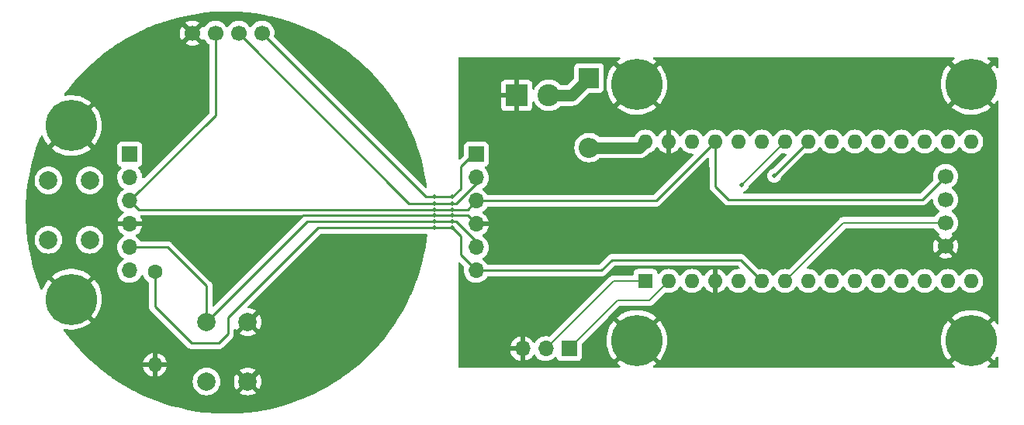
<source format=gbr>
%TF.GenerationSoftware,KiCad,Pcbnew,(6.0.9-0)*%
%TF.CreationDate,2023-02-24T22:58:18+01:00*%
%TF.ProjectId,FilamentSpoolScale,46696c61-6d65-46e7-9453-706f6f6c5363,rev?*%
%TF.SameCoordinates,Original*%
%TF.FileFunction,Copper,L1,Top*%
%TF.FilePolarity,Positive*%
%FSLAX46Y46*%
G04 Gerber Fmt 4.6, Leading zero omitted, Abs format (unit mm)*
G04 Created by KiCad (PCBNEW (6.0.9-0)) date 2023-02-24 22:58:18*
%MOMM*%
%LPD*%
G01*
G04 APERTURE LIST*
%TA.AperFunction,ConnectorPad*%
%ADD10C,5.600000*%
%TD*%
%TA.AperFunction,ComponentPad*%
%ADD11C,3.600000*%
%TD*%
%TA.AperFunction,ComponentPad*%
%ADD12R,1.600000X1.600000*%
%TD*%
%TA.AperFunction,ComponentPad*%
%ADD13O,1.600000X1.600000*%
%TD*%
%TA.AperFunction,ComponentPad*%
%ADD14C,1.700000*%
%TD*%
%TA.AperFunction,ComponentPad*%
%ADD15R,2.200000X2.200000*%
%TD*%
%TA.AperFunction,ComponentPad*%
%ADD16O,2.200000X2.200000*%
%TD*%
%TA.AperFunction,ComponentPad*%
%ADD17C,2.000000*%
%TD*%
%TA.AperFunction,ComponentPad*%
%ADD18R,1.700000X1.700000*%
%TD*%
%TA.AperFunction,ComponentPad*%
%ADD19O,1.700000X1.700000*%
%TD*%
%TA.AperFunction,ComponentPad*%
%ADD20R,2.400000X2.400000*%
%TD*%
%TA.AperFunction,ComponentPad*%
%ADD21C,2.400000*%
%TD*%
%TA.AperFunction,ComponentPad*%
%ADD22C,1.600000*%
%TD*%
%TA.AperFunction,ViaPad*%
%ADD23C,0.508000*%
%TD*%
%TA.AperFunction,Conductor*%
%ADD24C,0.254000*%
%TD*%
%TA.AperFunction,Conductor*%
%ADD25C,0.200000*%
%TD*%
%TA.AperFunction,Conductor*%
%ADD26C,1.270000*%
%TD*%
G04 APERTURE END LIST*
D10*
%TO.P,H5,1,1*%
%TO.N,GND*%
X29800000Y-38000000D03*
D11*
X29800000Y-38000000D03*
%TD*%
%TO.P,H2,1,1*%
%TO.N,GND*%
X128000000Y-33500000D03*
D10*
X128000000Y-33500000D03*
%TD*%
D12*
%TO.P,A1,1,TX1*%
%TO.N,/TX*%
X92450000Y-55000000D03*
D13*
%TO.P,A1,2,RX1*%
%TO.N,/RX*%
X94990000Y-55000000D03*
%TO.P,A1,3,~{RESET}*%
%TO.N,unconnected-(A1-Pad3)*%
X97530000Y-55000000D03*
%TO.P,A1,4,GND*%
%TO.N,GND*%
X100070000Y-55000000D03*
%TO.P,A1,5,D2*%
%TO.N,/BT1*%
X102610000Y-55000000D03*
%TO.P,A1,6,D3*%
%TO.N,/BT2*%
X105150000Y-55000000D03*
%TO.P,A1,7,D4*%
%TO.N,/DT*%
X107690000Y-55000000D03*
%TO.P,A1,8,D5*%
%TO.N,/SCK*%
X110230000Y-55000000D03*
%TO.P,A1,9,D6*%
%TO.N,unconnected-(A1-Pad9)*%
X112770000Y-55000000D03*
%TO.P,A1,10,D7*%
%TO.N,unconnected-(A1-Pad10)*%
X115310000Y-55000000D03*
%TO.P,A1,11,D8*%
%TO.N,unconnected-(A1-Pad11)*%
X117850000Y-55000000D03*
%TO.P,A1,12,D9*%
%TO.N,unconnected-(A1-Pad12)*%
X120390000Y-55000000D03*
%TO.P,A1,13,D10*%
%TO.N,unconnected-(A1-Pad13)*%
X122930000Y-55000000D03*
%TO.P,A1,14,MOSI*%
%TO.N,unconnected-(A1-Pad14)*%
X125470000Y-55000000D03*
%TO.P,A1,15,MISO*%
%TO.N,unconnected-(A1-Pad15)*%
X128010000Y-55000000D03*
%TO.P,A1,16,SCK*%
%TO.N,unconnected-(A1-Pad16)*%
X128010000Y-39760000D03*
%TO.P,A1,17,3V3*%
%TO.N,unconnected-(A1-Pad17)*%
X125470000Y-39760000D03*
%TO.P,A1,18,AREF*%
%TO.N,unconnected-(A1-Pad18)*%
X122930000Y-39760000D03*
%TO.P,A1,19,A0*%
%TO.N,unconnected-(A1-Pad19)*%
X120390000Y-39760000D03*
%TO.P,A1,20,A1*%
%TO.N,unconnected-(A1-Pad20)*%
X117850000Y-39760000D03*
%TO.P,A1,21,A2*%
%TO.N,unconnected-(A1-Pad21)*%
X115310000Y-39760000D03*
%TO.P,A1,22,A3*%
%TO.N,unconnected-(A1-Pad22)*%
X112770000Y-39760000D03*
%TO.P,A1,23,SDA/A4*%
%TO.N,/SDA*%
X110230000Y-39760000D03*
%TO.P,A1,24,SCL/A5*%
%TO.N,/SCL*%
X107690000Y-39760000D03*
%TO.P,A1,25,A6*%
%TO.N,unconnected-(A1-Pad25)*%
X105150000Y-39760000D03*
%TO.P,A1,26,A7*%
%TO.N,unconnected-(A1-Pad26)*%
X102610000Y-39760000D03*
%TO.P,A1,27,+5V*%
%TO.N,+5V*%
X100070000Y-39760000D03*
%TO.P,A1,28,~{RESET}*%
%TO.N,unconnected-(A1-Pad28)*%
X97530000Y-39760000D03*
%TO.P,A1,29,GND*%
%TO.N,GND*%
X94990000Y-39760000D03*
%TO.P,A1,30,VIN*%
%TO.N,BATT*%
X92450000Y-39760000D03*
%TD*%
D14*
%TO.P,J1,1,Pin_1*%
%TO.N,/SDA*%
X50600000Y-27900000D03*
%TO.P,J1,2,Pin_2*%
%TO.N,/SCL*%
X48060000Y-27900000D03*
%TO.P,J1,3,Pin_3*%
%TO.N,+5V*%
X45520000Y-27900000D03*
%TO.P,J1,4,Pin_4*%
%TO.N,GND*%
X42980000Y-27900000D03*
%TD*%
D11*
%TO.P,H4,1,1*%
%TO.N,GND*%
X91500000Y-61500000D03*
D10*
X91500000Y-61500000D03*
%TD*%
D11*
%TO.P,H6,1,1*%
%TO.N,GND*%
X29800000Y-57000000D03*
D10*
X29800000Y-57000000D03*
%TD*%
%TO.P,H1,1,1*%
%TO.N,GND*%
X91500000Y-33500000D03*
D11*
X91500000Y-33500000D03*
%TD*%
D15*
%TO.P,D1,1,A*%
%TO.N,Net-(D1-Pad1)*%
X86300000Y-32790000D03*
D16*
%TO.P,D1,2,K*%
%TO.N,BATT*%
X86300000Y-40410000D03*
%TD*%
D17*
%TO.P,SW1,1,1*%
%TO.N,/BT1*%
X44550000Y-66000000D03*
X44550000Y-59500000D03*
%TO.P,SW1,2,2*%
%TO.N,GND*%
X49050000Y-66000000D03*
X49050000Y-59500000D03*
%TD*%
D18*
%TO.P,J5,1,Pin_1*%
%TO.N,/SDA*%
X74000000Y-41150000D03*
D19*
%TO.P,J5,2,Pin_2*%
%TO.N,/SCL*%
X74000000Y-43690000D03*
%TO.P,J5,3,Pin_3*%
%TO.N,+5V*%
X74000000Y-46230000D03*
%TO.P,J5,4,Pin_4*%
%TO.N,GND*%
X74000000Y-48770000D03*
%TO.P,J5,5,Pin_5*%
%TO.N,/BT1*%
X74000000Y-51310000D03*
%TO.P,J5,6,Pin_6*%
%TO.N,/BT2*%
X74000000Y-53850000D03*
%TD*%
D18*
%TO.P,J4,1,Pin_1*%
%TO.N,/RX*%
X84125000Y-62400000D03*
D19*
%TO.P,J4,2,Pin_2*%
%TO.N,/TX*%
X81585000Y-62400000D03*
%TO.P,J4,3,Pin_3*%
%TO.N,GND*%
X79045000Y-62400000D03*
%TD*%
D10*
%TO.P,H3,1,1*%
%TO.N,GND*%
X128000000Y-61500000D03*
D11*
X128000000Y-61500000D03*
%TD*%
D17*
%TO.P,SW2,1,1*%
%TO.N,+5V*%
X31800000Y-44000000D03*
X31800000Y-50500000D03*
%TO.P,SW2,2,2*%
%TO.N,/BT2*%
X27300000Y-44000000D03*
X27300000Y-50500000D03*
%TD*%
D20*
%TO.P,J3,1,Pin_1*%
%TO.N,GND*%
X78400000Y-34700000D03*
D21*
%TO.P,J3,2,Pin_2*%
%TO.N,Net-(D1-Pad1)*%
X81900000Y-34700000D03*
%TD*%
D18*
%TO.P,J6,1,Pin_1*%
%TO.N,/SDA*%
X36175000Y-41150000D03*
D19*
%TO.P,J6,2,Pin_2*%
%TO.N,/SCL*%
X36175000Y-43690000D03*
%TO.P,J6,3,Pin_3*%
%TO.N,+5V*%
X36175000Y-46230000D03*
%TO.P,J6,4,Pin_4*%
%TO.N,GND*%
X36175000Y-48770000D03*
%TO.P,J6,5,Pin_5*%
%TO.N,/BT1*%
X36175000Y-51310000D03*
%TO.P,J6,6,Pin_6*%
%TO.N,/BT2*%
X36175000Y-53850000D03*
%TD*%
D14*
%TO.P,J2,1,Pin_1*%
%TO.N,+5V*%
X125200000Y-43550000D03*
%TO.P,J2,2,Pin_2*%
%TO.N,/SCK*%
X125200000Y-46090000D03*
%TO.P,J2,3,Pin_3*%
%TO.N,/DT*%
X125200000Y-48630000D03*
%TO.P,J2,4,Pin_4*%
%TO.N,GND*%
X125200000Y-51170000D03*
%TD*%
D22*
%TO.P,R1,1*%
%TO.N,/BT2*%
X38910000Y-54010000D03*
D13*
%TO.P,R1,2*%
%TO.N,GND*%
X38910000Y-64170000D03*
%TD*%
D23*
%TO.N,GND*%
X73900000Y-35300000D03*
X108800000Y-60600000D03*
X79800000Y-48700000D03*
X80000000Y-56800000D03*
X105700000Y-49800000D03*
X109700000Y-34400000D03*
X34600000Y-61100000D03*
X34900000Y-32700000D03*
X60200000Y-33300000D03*
X59700000Y-51200000D03*
X54800000Y-48100000D03*
%TO.N,/SCL*%
X102950000Y-44500000D03*
%TO.N,/SDA*%
X106495000Y-43495000D03*
%TO.N,/BT2*%
X69400000Y-49200000D03*
%TO.N,/BT1*%
X69400000Y-48500000D03*
%TO.N,GND*%
X69400000Y-47800000D03*
%TO.N,+5V*%
X69400000Y-47200000D03*
%TO.N,/SCL*%
X69400000Y-46500000D03*
%TO.N,/SDA*%
X69400000Y-45800000D03*
%TO.N,+5V*%
X71400000Y-47200000D03*
%TO.N,GND*%
X71400000Y-47800000D03*
%TO.N,/BT1*%
X71400000Y-48500000D03*
%TO.N,/SCL*%
X71400000Y-46500000D03*
%TO.N,/BT2*%
X71400000Y-49200000D03*
%TO.N,/SDA*%
X71400000Y-45800000D03*
%TD*%
D24*
%TO.N,GND*%
X55100000Y-47800000D02*
X54800000Y-48100000D01*
X64700000Y-47800000D02*
X55100000Y-47800000D01*
X68900000Y-47800000D02*
X64700000Y-47800000D01*
X69400000Y-47800000D02*
X68900000Y-47800000D01*
%TO.N,+5V*%
X100070000Y-39760000D02*
X100070000Y-42441659D01*
X100070000Y-42441659D02*
X100100000Y-42471659D01*
X100100000Y-42471659D02*
X100100000Y-44700000D01*
X100100000Y-44700000D02*
X101500000Y-46100000D01*
X101500000Y-46100000D02*
X122650000Y-46100000D01*
X122650000Y-46100000D02*
X125200000Y-43550000D01*
D25*
%TO.N,/SCL*%
X107690000Y-39760000D02*
X102950000Y-44500000D01*
D24*
%TO.N,/SDA*%
X106495000Y-43495000D02*
X110230000Y-39760000D01*
%TO.N,+5V*%
X74000000Y-46230000D02*
X93600000Y-46230000D01*
X93600000Y-46230000D02*
X100070000Y-39760000D01*
D25*
%TO.N,/DT*%
X125200000Y-48630000D02*
X114060000Y-48630000D01*
X114060000Y-48630000D02*
X107690000Y-55000000D01*
D24*
%TO.N,/BT2*%
X74000000Y-53850000D02*
X87650000Y-53850000D01*
X88800000Y-52700000D02*
X102850000Y-52700000D01*
X87650000Y-53850000D02*
X88800000Y-52700000D01*
X102850000Y-52700000D02*
X105150000Y-55000000D01*
D25*
%TO.N,/RX*%
X84125000Y-62400000D02*
X84125000Y-62375000D01*
X84125000Y-62375000D02*
X89400000Y-57100000D01*
X89400000Y-57100000D02*
X92890000Y-57100000D01*
X92890000Y-57100000D02*
X94990000Y-55000000D01*
%TO.N,/TX*%
X92450000Y-55000000D02*
X88985000Y-55000000D01*
X88985000Y-55000000D02*
X81585000Y-62400000D01*
D24*
%TO.N,/SDA*%
X106490000Y-43500000D02*
X106495000Y-43495000D01*
D26*
%TO.N,BATT*%
X86300000Y-40410000D02*
X91800000Y-40410000D01*
X91800000Y-40410000D02*
X92450000Y-39760000D01*
%TO.N,Net-(D1-Pad1)*%
X81900000Y-34700000D02*
X84390000Y-34700000D01*
X84390000Y-34700000D02*
X86300000Y-32790000D01*
D24*
%TO.N,/BT2*%
X45900000Y-61800000D02*
X42900000Y-61800000D01*
X46900000Y-60800000D02*
X45900000Y-61800000D01*
X42900000Y-61800000D02*
X38910000Y-57810000D01*
X69400000Y-49200000D02*
X56726662Y-49200000D01*
X56726662Y-49200000D02*
X46900000Y-59026662D01*
X46900000Y-59026662D02*
X46900000Y-60800000D01*
X38910000Y-57810000D02*
X38910000Y-54010000D01*
%TO.N,+5V*%
X69400000Y-47200000D02*
X37145000Y-47200000D01*
X37145000Y-47200000D02*
X36175000Y-46230000D01*
%TO.N,/BT1*%
X44550000Y-59500000D02*
X55550000Y-48500000D01*
X55550000Y-48500000D02*
X69400000Y-48500000D01*
X36175000Y-51310000D02*
X40310000Y-51310000D01*
X40310000Y-51310000D02*
X44550000Y-55550000D01*
X44550000Y-55550000D02*
X44550000Y-59500000D01*
%TO.N,+5V*%
X36175000Y-46230000D02*
X45520000Y-36885000D01*
X45520000Y-36885000D02*
X45520000Y-27900000D01*
%TO.N,/SCL*%
X69400000Y-46500000D02*
X66660000Y-46500000D01*
X66660000Y-46500000D02*
X48060000Y-27900000D01*
%TO.N,/SDA*%
X50600000Y-27900000D02*
X68500000Y-45800000D01*
X68500000Y-45800000D02*
X69400000Y-45800000D01*
%TO.N,/BT2*%
X71400000Y-49200000D02*
X69400000Y-49200000D01*
%TO.N,/BT1*%
X71400000Y-48500000D02*
X69400000Y-48500000D01*
%TO.N,GND*%
X71400000Y-47800000D02*
X69400000Y-47800000D01*
%TO.N,+5V*%
X71400000Y-47200000D02*
X69400000Y-47200000D01*
%TO.N,/SCL*%
X71400000Y-46500000D02*
X69400000Y-46500000D01*
%TO.N,/SDA*%
X71400000Y-45800000D02*
X69400000Y-45800000D01*
X71400000Y-45800000D02*
X72300000Y-44900000D01*
X72300000Y-44900000D02*
X72300000Y-42500000D01*
X73650000Y-41150000D02*
X74000000Y-41150000D01*
X72300000Y-42500000D02*
X73650000Y-41150000D01*
%TO.N,/BT2*%
X71400000Y-49200000D02*
X72300000Y-50100000D01*
X72300000Y-50100000D02*
X72300000Y-52150000D01*
X72300000Y-52150000D02*
X74000000Y-53850000D01*
%TO.N,/BT1*%
X74000000Y-51310000D02*
X74000000Y-50700000D01*
X74000000Y-50700000D02*
X71800000Y-48500000D01*
X71800000Y-48500000D02*
X71400000Y-48500000D01*
%TO.N,GND*%
X71400000Y-47800000D02*
X73030000Y-47800000D01*
X73030000Y-47800000D02*
X74000000Y-48770000D01*
%TO.N,+5V*%
X74000000Y-46230000D02*
X73030000Y-47200000D01*
X73030000Y-47200000D02*
X71400000Y-47200000D01*
%TO.N,/SCL*%
X74000000Y-44300000D02*
X71800000Y-46500000D01*
X74000000Y-43690000D02*
X74000000Y-44300000D01*
X71800000Y-46500000D02*
X71400000Y-46500000D01*
%TD*%
%TA.AperFunction,Conductor*%
%TO.N,GND*%
G36*
X47171647Y-25531867D02*
G01*
X47969273Y-25562295D01*
X48084664Y-25566697D01*
X48089917Y-25567007D01*
X49000714Y-25639954D01*
X49005953Y-25640484D01*
X49912887Y-25751417D01*
X49918098Y-25752165D01*
X50819629Y-25900894D01*
X50824805Y-25901860D01*
X51351306Y-26011490D01*
X51719312Y-26088118D01*
X51724425Y-26089295D01*
X51869901Y-26125989D01*
X52610383Y-26312766D01*
X52615460Y-26314160D01*
X53152659Y-26473807D01*
X53385132Y-26542894D01*
X53491305Y-26574447D01*
X53496313Y-26576050D01*
X53636158Y-26624054D01*
X54360507Y-26872698D01*
X54365451Y-26874511D01*
X55216512Y-27207011D01*
X55221374Y-27209029D01*
X55805183Y-27465720D01*
X55964098Y-27535592D01*
X56057790Y-27576787D01*
X56062541Y-27578995D01*
X56273598Y-27682522D01*
X56882889Y-27981391D01*
X56887567Y-27983808D01*
X57690386Y-28420124D01*
X57694958Y-28422735D01*
X57903489Y-28547625D01*
X58478820Y-28892194D01*
X58483246Y-28894971D01*
X59041362Y-29261753D01*
X59246836Y-29396786D01*
X59251168Y-29399764D01*
X59902930Y-29868213D01*
X59993111Y-29933030D01*
X59997321Y-29936191D01*
X60716350Y-30499999D01*
X60720421Y-30503331D01*
X61282242Y-30983090D01*
X61415241Y-31096663D01*
X61419168Y-31100161D01*
X62088337Y-31721765D01*
X62088609Y-31722018D01*
X62092381Y-31725671D01*
X62201852Y-31836233D01*
X62735259Y-32374957D01*
X62738885Y-32378775D01*
X63354083Y-33054357D01*
X63357546Y-33058324D01*
X63943960Y-33758993D01*
X63947254Y-33763100D01*
X64503898Y-34487677D01*
X64507017Y-34491918D01*
X65032891Y-35239098D01*
X65035831Y-35243466D01*
X65237382Y-35556884D01*
X65525912Y-36005558D01*
X65530044Y-36011984D01*
X65532795Y-36016465D01*
X65930611Y-36695897D01*
X65994460Y-36804946D01*
X65997020Y-36809535D01*
X66301879Y-37383977D01*
X66425353Y-37616638D01*
X66427719Y-37621330D01*
X66666808Y-38121228D01*
X66821954Y-38445614D01*
X66824125Y-38450409D01*
X67134564Y-39175896D01*
X67183567Y-39290416D01*
X67185536Y-39295294D01*
X67508675Y-40147223D01*
X67509584Y-40149620D01*
X67511341Y-40154562D01*
X67795481Y-41009841D01*
X67799415Y-41021682D01*
X67800970Y-41026713D01*
X68052557Y-41905082D01*
X68053901Y-41910172D01*
X68268575Y-42798298D01*
X68269705Y-42803440D01*
X68442353Y-43675834D01*
X68447087Y-43699757D01*
X68447999Y-43704933D01*
X68486413Y-43953074D01*
X68587783Y-44607899D01*
X68588479Y-44613117D01*
X68595962Y-44679769D01*
X68583685Y-44749696D01*
X68535552Y-44801885D01*
X68466844Y-44819766D01*
X68399376Y-44797663D01*
X68381654Y-44782922D01*
X60257406Y-36658673D01*
X51951877Y-28353144D01*
X51917851Y-28290832D01*
X51920414Y-28227420D01*
X51930865Y-28193022D01*
X51932370Y-28188069D01*
X51961529Y-27966590D01*
X51963156Y-27900000D01*
X51944852Y-27677361D01*
X51890431Y-27460702D01*
X51801354Y-27255840D01*
X51680014Y-27068277D01*
X51529670Y-26903051D01*
X51525619Y-26899852D01*
X51525615Y-26899848D01*
X51358414Y-26767800D01*
X51358410Y-26767798D01*
X51354359Y-26764598D01*
X51158789Y-26656638D01*
X51153920Y-26654914D01*
X51153916Y-26654912D01*
X50953087Y-26583795D01*
X50953083Y-26583794D01*
X50948212Y-26582069D01*
X50943119Y-26581162D01*
X50943116Y-26581161D01*
X50733373Y-26543800D01*
X50733367Y-26543799D01*
X50728284Y-26542894D01*
X50654452Y-26541992D01*
X50510081Y-26540228D01*
X50510079Y-26540228D01*
X50504911Y-26540165D01*
X50284091Y-26573955D01*
X50071756Y-26643357D01*
X49873607Y-26746507D01*
X49869474Y-26749610D01*
X49869471Y-26749612D01*
X49705536Y-26872698D01*
X49694965Y-26880635D01*
X49540629Y-27042138D01*
X49433201Y-27199621D01*
X49378293Y-27244621D01*
X49307768Y-27252792D01*
X49244021Y-27221538D01*
X49223324Y-27197054D01*
X49142822Y-27072617D01*
X49142820Y-27072614D01*
X49140014Y-27068277D01*
X48989670Y-26903051D01*
X48985619Y-26899852D01*
X48985615Y-26899848D01*
X48818414Y-26767800D01*
X48818410Y-26767798D01*
X48814359Y-26764598D01*
X48618789Y-26656638D01*
X48613920Y-26654914D01*
X48613916Y-26654912D01*
X48413087Y-26583795D01*
X48413083Y-26583794D01*
X48408212Y-26582069D01*
X48403119Y-26581162D01*
X48403116Y-26581161D01*
X48193373Y-26543800D01*
X48193367Y-26543799D01*
X48188284Y-26542894D01*
X48114452Y-26541992D01*
X47970081Y-26540228D01*
X47970079Y-26540228D01*
X47964911Y-26540165D01*
X47744091Y-26573955D01*
X47531756Y-26643357D01*
X47333607Y-26746507D01*
X47329474Y-26749610D01*
X47329471Y-26749612D01*
X47165536Y-26872698D01*
X47154965Y-26880635D01*
X47000629Y-27042138D01*
X46893201Y-27199621D01*
X46838293Y-27244621D01*
X46767768Y-27252792D01*
X46704021Y-27221538D01*
X46683324Y-27197054D01*
X46602822Y-27072617D01*
X46602820Y-27072614D01*
X46600014Y-27068277D01*
X46449670Y-26903051D01*
X46445619Y-26899852D01*
X46445615Y-26899848D01*
X46278414Y-26767800D01*
X46278410Y-26767798D01*
X46274359Y-26764598D01*
X46078789Y-26656638D01*
X46073920Y-26654914D01*
X46073916Y-26654912D01*
X45873087Y-26583795D01*
X45873083Y-26583794D01*
X45868212Y-26582069D01*
X45863119Y-26581162D01*
X45863116Y-26581161D01*
X45653373Y-26543800D01*
X45653367Y-26543799D01*
X45648284Y-26542894D01*
X45574452Y-26541992D01*
X45430081Y-26540228D01*
X45430079Y-26540228D01*
X45424911Y-26540165D01*
X45204091Y-26573955D01*
X44991756Y-26643357D01*
X44793607Y-26746507D01*
X44789474Y-26749610D01*
X44789471Y-26749612D01*
X44625536Y-26872698D01*
X44614965Y-26880635D01*
X44460629Y-27042138D01*
X44353204Y-27199618D01*
X44352898Y-27200066D01*
X44297987Y-27245069D01*
X44227462Y-27253240D01*
X44163715Y-27221986D01*
X44143017Y-27197501D01*
X44113062Y-27151197D01*
X44102377Y-27141995D01*
X44092812Y-27146398D01*
X43352022Y-27887188D01*
X43344408Y-27901132D01*
X43344539Y-27902965D01*
X43348790Y-27909580D01*
X44090474Y-28651264D01*
X44102484Y-28657823D01*
X44114223Y-28648855D01*
X44148022Y-28601819D01*
X44149277Y-28602721D01*
X44196391Y-28559355D01*
X44266330Y-28547148D01*
X44331767Y-28574691D01*
X44359580Y-28606513D01*
X44417287Y-28700683D01*
X44417291Y-28700688D01*
X44419987Y-28705088D01*
X44566250Y-28873938D01*
X44738126Y-29016632D01*
X44822072Y-29065686D01*
X44870794Y-29117324D01*
X44884500Y-29174473D01*
X44884500Y-36569578D01*
X44864498Y-36637699D01*
X44847595Y-36658673D01*
X37751662Y-43754605D01*
X37689350Y-43788631D01*
X37618535Y-43783566D01*
X37561699Y-43741019D01*
X37536991Y-43675834D01*
X37535842Y-43661851D01*
X37519852Y-43467361D01*
X37465431Y-43250702D01*
X37376354Y-43045840D01*
X37301434Y-42930031D01*
X37257822Y-42862617D01*
X37257820Y-42862614D01*
X37255014Y-42858277D01*
X37238071Y-42839657D01*
X37107798Y-42696488D01*
X37076746Y-42632642D01*
X37085141Y-42562143D01*
X37130317Y-42507375D01*
X37156761Y-42493706D01*
X37263297Y-42453767D01*
X37271705Y-42450615D01*
X37388261Y-42363261D01*
X37475615Y-42246705D01*
X37526745Y-42110316D01*
X37533500Y-42048134D01*
X37533500Y-40251866D01*
X37526745Y-40189684D01*
X37475615Y-40053295D01*
X37388261Y-39936739D01*
X37271705Y-39849385D01*
X37135316Y-39798255D01*
X37073134Y-39791500D01*
X35276866Y-39791500D01*
X35214684Y-39798255D01*
X35078295Y-39849385D01*
X34961739Y-39936739D01*
X34874385Y-40053295D01*
X34823255Y-40189684D01*
X34816500Y-40251866D01*
X34816500Y-42048134D01*
X34823255Y-42110316D01*
X34874385Y-42246705D01*
X34961739Y-42363261D01*
X35078295Y-42450615D01*
X35086704Y-42453767D01*
X35086705Y-42453768D01*
X35195451Y-42494535D01*
X35252216Y-42537176D01*
X35276916Y-42603738D01*
X35261709Y-42673087D01*
X35242316Y-42699568D01*
X35143053Y-42803441D01*
X35115629Y-42832138D01*
X35112715Y-42836410D01*
X35112714Y-42836411D01*
X35082042Y-42881375D01*
X34989743Y-43016680D01*
X34895688Y-43219305D01*
X34835989Y-43434570D01*
X34812251Y-43656695D01*
X34812548Y-43661848D01*
X34812548Y-43661851D01*
X34824812Y-43874547D01*
X34825110Y-43879715D01*
X34826247Y-43884761D01*
X34826248Y-43884767D01*
X34842562Y-43957154D01*
X34874222Y-44097639D01*
X34958266Y-44304616D01*
X35007266Y-44384577D01*
X35071432Y-44489286D01*
X35074987Y-44495088D01*
X35221250Y-44663938D01*
X35393126Y-44806632D01*
X35419078Y-44821797D01*
X35466445Y-44849476D01*
X35515169Y-44901114D01*
X35528240Y-44970897D01*
X35501509Y-45036669D01*
X35461055Y-45070027D01*
X35448607Y-45076507D01*
X35444474Y-45079610D01*
X35444471Y-45079612D01*
X35274100Y-45207530D01*
X35269965Y-45210635D01*
X35257025Y-45224176D01*
X35136656Y-45350135D01*
X35115629Y-45372138D01*
X34989743Y-45556680D01*
X34973524Y-45591621D01*
X34917778Y-45711717D01*
X34895688Y-45759305D01*
X34835989Y-45974570D01*
X34812251Y-46196695D01*
X34812548Y-46201848D01*
X34812548Y-46201851D01*
X34818011Y-46296590D01*
X34825110Y-46419715D01*
X34826247Y-46424761D01*
X34826248Y-46424767D01*
X34842671Y-46497639D01*
X34874222Y-46637639D01*
X34958266Y-46844616D01*
X35074987Y-47035088D01*
X35221250Y-47203938D01*
X35393126Y-47346632D01*
X35419078Y-47361797D01*
X35466955Y-47389774D01*
X35515679Y-47441412D01*
X35528750Y-47511195D01*
X35502019Y-47576967D01*
X35461562Y-47610327D01*
X35453457Y-47614546D01*
X35444738Y-47620036D01*
X35274433Y-47747905D01*
X35266726Y-47754748D01*
X35119590Y-47908717D01*
X35113104Y-47916727D01*
X34993098Y-48092649D01*
X34988000Y-48101623D01*
X34898338Y-48294783D01*
X34894775Y-48304470D01*
X34839389Y-48504183D01*
X34840912Y-48512607D01*
X34853292Y-48516000D01*
X37493344Y-48516000D01*
X37506875Y-48512027D01*
X37508180Y-48502947D01*
X37466214Y-48335875D01*
X37462894Y-48326124D01*
X37377972Y-48130814D01*
X37373105Y-48121739D01*
X37313718Y-48029940D01*
X37293511Y-47961880D01*
X37313307Y-47893699D01*
X37366822Y-47847045D01*
X37419510Y-47835500D01*
X55007184Y-47835500D01*
X55075305Y-47855502D01*
X55121798Y-47909158D01*
X55131902Y-47979432D01*
X55104268Y-48041815D01*
X55094725Y-48053351D01*
X55083227Y-48067250D01*
X55075238Y-48076029D01*
X45400595Y-57750672D01*
X45338283Y-57784698D01*
X45267468Y-57779633D01*
X45210632Y-57737086D01*
X45185821Y-57670566D01*
X45185500Y-57661577D01*
X45185500Y-55629032D01*
X45186030Y-55617793D01*
X45187709Y-55610281D01*
X45186297Y-55565339D01*
X45185562Y-55541970D01*
X45185500Y-55538012D01*
X45185500Y-55510017D01*
X45184992Y-55505994D01*
X45184059Y-55494152D01*
X45182914Y-55457718D01*
X45182665Y-55449796D01*
X45176988Y-55430257D01*
X45172979Y-55410896D01*
X45171422Y-55398568D01*
X45171419Y-55398558D01*
X45170427Y-55390701D01*
X45167509Y-55383330D01*
X45154094Y-55349446D01*
X45150249Y-55338219D01*
X45143779Y-55315950D01*
X45137869Y-55295607D01*
X45127510Y-55278091D01*
X45118813Y-55260341D01*
X45111319Y-55241412D01*
X45089771Y-55211753D01*
X45085238Y-55205514D01*
X45078722Y-55195594D01*
X45060173Y-55164229D01*
X45060171Y-55164226D01*
X45056135Y-55157402D01*
X45041747Y-55143014D01*
X45028906Y-55127980D01*
X45021602Y-55117927D01*
X45016942Y-55111513D01*
X44982750Y-55083227D01*
X44973971Y-55075238D01*
X40815250Y-50916517D01*
X40807674Y-50908191D01*
X40803553Y-50901697D01*
X40753734Y-50854914D01*
X40750893Y-50852160D01*
X40731094Y-50832361D01*
X40727969Y-50829937D01*
X40727960Y-50829929D01*
X40727874Y-50829863D01*
X40718849Y-50822155D01*
X40692285Y-50797210D01*
X40686506Y-50791783D01*
X40668669Y-50781977D01*
X40652153Y-50771127D01*
X40636067Y-50758650D01*
X40595334Y-50741024D01*
X40584686Y-50735807D01*
X40567072Y-50726124D01*
X40545803Y-50714431D01*
X40538128Y-50712460D01*
X40538122Y-50712458D01*
X40526089Y-50709369D01*
X40507387Y-50702966D01*
X40488708Y-50694883D01*
X40454872Y-50689524D01*
X40444873Y-50687940D01*
X40433260Y-50685535D01*
X40390282Y-50674500D01*
X40369935Y-50674500D01*
X40350224Y-50672949D01*
X40337950Y-50671005D01*
X40330121Y-50669765D01*
X40322229Y-50670511D01*
X40285944Y-50673941D01*
X40274086Y-50674500D01*
X37450511Y-50674500D01*
X37382390Y-50654498D01*
X37344719Y-50616940D01*
X37257822Y-50482617D01*
X37257820Y-50482614D01*
X37255014Y-50478277D01*
X37104670Y-50313051D01*
X37100619Y-50309852D01*
X37100615Y-50309848D01*
X36933414Y-50177800D01*
X36933410Y-50177798D01*
X36929359Y-50174598D01*
X36887569Y-50151529D01*
X36837598Y-50101097D01*
X36822826Y-50031654D01*
X36847942Y-49965248D01*
X36875294Y-49938641D01*
X37050328Y-49813792D01*
X37058200Y-49807139D01*
X37209052Y-49656812D01*
X37215730Y-49648965D01*
X37340003Y-49476020D01*
X37345313Y-49467183D01*
X37439670Y-49276267D01*
X37443469Y-49266672D01*
X37505377Y-49062910D01*
X37507555Y-49052837D01*
X37508986Y-49041962D01*
X37506775Y-49027778D01*
X37493617Y-49024000D01*
X34858225Y-49024000D01*
X34844694Y-49027973D01*
X34843257Y-49037966D01*
X34873565Y-49172446D01*
X34876645Y-49182275D01*
X34956770Y-49379603D01*
X34961413Y-49388794D01*
X35072694Y-49570388D01*
X35078777Y-49578699D01*
X35218213Y-49739667D01*
X35225580Y-49746883D01*
X35389434Y-49882916D01*
X35397881Y-49888831D01*
X35466969Y-49929203D01*
X35515693Y-49980842D01*
X35528764Y-50050625D01*
X35502033Y-50116396D01*
X35461584Y-50149752D01*
X35448607Y-50156507D01*
X35444474Y-50159610D01*
X35444471Y-50159612D01*
X35274100Y-50287530D01*
X35269965Y-50290635D01*
X35266393Y-50294373D01*
X35144065Y-50422382D01*
X35115629Y-50452138D01*
X34989743Y-50636680D01*
X34974386Y-50669765D01*
X34900071Y-50829863D01*
X34895688Y-50839305D01*
X34835989Y-51054570D01*
X34812251Y-51276695D01*
X34812548Y-51281848D01*
X34812548Y-51281851D01*
X34818011Y-51376590D01*
X34825110Y-51499715D01*
X34826247Y-51504761D01*
X34826248Y-51504767D01*
X34843716Y-51582275D01*
X34874222Y-51717639D01*
X34958266Y-51924616D01*
X35001112Y-51994535D01*
X35047080Y-52069547D01*
X35074987Y-52115088D01*
X35221250Y-52283938D01*
X35393126Y-52426632D01*
X35416330Y-52440191D01*
X35466445Y-52469476D01*
X35515169Y-52521114D01*
X35528240Y-52590897D01*
X35501509Y-52656669D01*
X35461055Y-52690027D01*
X35448607Y-52696507D01*
X35444474Y-52699610D01*
X35444471Y-52699612D01*
X35343110Y-52775716D01*
X35269965Y-52830635D01*
X35266393Y-52834373D01*
X35126644Y-52980612D01*
X35115629Y-52992138D01*
X34989743Y-53176680D01*
X34974003Y-53210590D01*
X34916022Y-53335500D01*
X34895688Y-53379305D01*
X34835989Y-53594570D01*
X34812251Y-53816695D01*
X34812548Y-53821848D01*
X34812548Y-53821851D01*
X34818277Y-53921205D01*
X34825110Y-54039715D01*
X34826247Y-54044761D01*
X34826248Y-54044767D01*
X34838802Y-54100471D01*
X34874222Y-54257639D01*
X34928577Y-54391500D01*
X34946542Y-54435742D01*
X34958266Y-54464616D01*
X34978718Y-54497991D01*
X35066000Y-54640422D01*
X35074987Y-54655088D01*
X35221250Y-54823938D01*
X35393126Y-54966632D01*
X35586000Y-55079338D01*
X35794692Y-55159030D01*
X35799760Y-55160061D01*
X35799763Y-55160062D01*
X35898927Y-55180237D01*
X36013597Y-55203567D01*
X36018772Y-55203757D01*
X36018774Y-55203757D01*
X36231673Y-55211564D01*
X36231677Y-55211564D01*
X36236837Y-55211753D01*
X36241957Y-55211097D01*
X36241959Y-55211097D01*
X36453288Y-55184025D01*
X36453289Y-55184025D01*
X36458416Y-55183368D01*
X36468852Y-55180237D01*
X36667429Y-55120661D01*
X36667434Y-55120659D01*
X36672384Y-55119174D01*
X36872994Y-55020896D01*
X37054860Y-54891173D01*
X37085939Y-54860203D01*
X37199344Y-54747193D01*
X37213096Y-54733489D01*
X37272594Y-54650689D01*
X37340435Y-54556277D01*
X37343453Y-54552077D01*
X37346158Y-54546605D01*
X37426904Y-54383226D01*
X37475017Y-54331019D01*
X37543719Y-54313112D01*
X37611195Y-54335190D01*
X37656023Y-54390244D01*
X37661568Y-54406442D01*
X37670582Y-54440081D01*
X37675716Y-54459243D01*
X37678039Y-54464224D01*
X37678039Y-54464225D01*
X37770151Y-54661762D01*
X37770154Y-54661767D01*
X37772477Y-54666749D01*
X37825318Y-54742213D01*
X37879807Y-54820031D01*
X37903802Y-54854300D01*
X38065700Y-55016198D01*
X38070208Y-55019355D01*
X38070211Y-55019357D01*
X38220771Y-55124780D01*
X38265099Y-55180237D01*
X38274500Y-55227993D01*
X38274500Y-57730980D01*
X38273970Y-57742214D01*
X38272292Y-57749719D01*
X38272541Y-57757638D01*
X38274438Y-57818012D01*
X38274500Y-57821969D01*
X38274500Y-57849983D01*
X38274996Y-57853908D01*
X38274996Y-57853909D01*
X38275008Y-57854004D01*
X38275941Y-57865849D01*
X38277335Y-57910205D01*
X38279547Y-57917817D01*
X38283013Y-57929748D01*
X38287023Y-57949112D01*
X38289573Y-57969299D01*
X38292489Y-57976663D01*
X38292490Y-57976668D01*
X38305907Y-58010556D01*
X38309752Y-58021785D01*
X38322131Y-58064393D01*
X38326169Y-58071220D01*
X38326170Y-58071223D01*
X38332488Y-58081906D01*
X38341188Y-58099664D01*
X38345761Y-58111215D01*
X38345765Y-58111221D01*
X38348681Y-58118588D01*
X38371731Y-58150313D01*
X38374764Y-58154488D01*
X38381281Y-58164410D01*
X38399826Y-58195768D01*
X38399829Y-58195772D01*
X38403866Y-58202598D01*
X38418250Y-58216982D01*
X38431091Y-58232016D01*
X38443058Y-58248487D01*
X38449166Y-58253540D01*
X38477255Y-58276777D01*
X38486035Y-58284767D01*
X42394750Y-62193483D01*
X42402326Y-62201809D01*
X42406447Y-62208303D01*
X42412222Y-62213726D01*
X42456265Y-62255085D01*
X42459107Y-62257840D01*
X42478906Y-62277639D01*
X42482037Y-62280068D01*
X42482042Y-62280072D01*
X42482128Y-62280139D01*
X42491153Y-62287847D01*
X42517715Y-62312791D01*
X42517719Y-62312794D01*
X42523494Y-62318217D01*
X42530440Y-62322036D01*
X42530445Y-62322039D01*
X42541328Y-62328022D01*
X42557856Y-62338878D01*
X42567671Y-62346492D01*
X42567674Y-62346494D01*
X42573933Y-62351349D01*
X42581203Y-62354495D01*
X42581208Y-62354498D01*
X42614650Y-62368969D01*
X42625311Y-62374192D01*
X42657247Y-62391749D01*
X42657252Y-62391751D01*
X42664197Y-62395569D01*
X42671871Y-62397539D01*
X42671878Y-62397542D01*
X42683913Y-62400632D01*
X42702618Y-62407036D01*
X42714013Y-62411967D01*
X42721292Y-62415117D01*
X42736401Y-62417510D01*
X42765127Y-62422060D01*
X42776740Y-62424465D01*
X42819718Y-62435500D01*
X42840065Y-62435500D01*
X42859777Y-62437051D01*
X42879879Y-62440235D01*
X42887771Y-62439489D01*
X42924056Y-62436059D01*
X42935914Y-62435500D01*
X45820980Y-62435500D01*
X45832214Y-62436030D01*
X45839719Y-62437708D01*
X45908012Y-62435562D01*
X45911969Y-62435500D01*
X45939983Y-62435500D01*
X45943908Y-62435004D01*
X45943909Y-62435004D01*
X45944004Y-62434992D01*
X45955849Y-62434059D01*
X45985670Y-62433122D01*
X45992282Y-62432914D01*
X45992283Y-62432914D01*
X46000205Y-62432665D01*
X46019749Y-62426987D01*
X46039112Y-62422977D01*
X46051440Y-62421420D01*
X46051442Y-62421420D01*
X46059299Y-62420427D01*
X46066663Y-62417511D01*
X46066668Y-62417510D01*
X46100556Y-62404093D01*
X46111785Y-62400248D01*
X46128465Y-62395402D01*
X46154393Y-62387869D01*
X46161220Y-62383831D01*
X46161223Y-62383830D01*
X46171906Y-62377512D01*
X46189664Y-62368812D01*
X46201215Y-62364239D01*
X46201221Y-62364235D01*
X46208588Y-62361319D01*
X46217977Y-62354498D01*
X46244488Y-62335236D01*
X46254410Y-62328719D01*
X46285768Y-62310174D01*
X46285772Y-62310171D01*
X46292598Y-62306134D01*
X46306982Y-62291750D01*
X46322016Y-62278909D01*
X46332073Y-62271602D01*
X46338487Y-62266942D01*
X46366773Y-62232750D01*
X46374763Y-62223969D01*
X47293488Y-61305245D01*
X47301807Y-61297675D01*
X47308303Y-61293553D01*
X47355086Y-61243734D01*
X47357840Y-61240893D01*
X47377639Y-61221094D01*
X47380068Y-61217963D01*
X47380072Y-61217958D01*
X47380139Y-61217872D01*
X47387847Y-61208847D01*
X47412792Y-61182283D01*
X47418217Y-61176506D01*
X47422035Y-61169561D01*
X47422038Y-61169557D01*
X47428026Y-61158666D01*
X47438878Y-61142145D01*
X47446492Y-61132329D01*
X47446492Y-61132328D01*
X47451350Y-61126066D01*
X47468974Y-61085338D01*
X47474196Y-61074681D01*
X47491748Y-61042754D01*
X47491749Y-61042751D01*
X47495569Y-61035803D01*
X47500632Y-61016085D01*
X47507034Y-60997386D01*
X47509393Y-60991935D01*
X47515117Y-60978707D01*
X47516356Y-60970883D01*
X47516358Y-60970877D01*
X47522060Y-60934880D01*
X47524466Y-60923260D01*
X47533528Y-60887963D01*
X47533528Y-60887962D01*
X47535500Y-60880282D01*
X47535500Y-60859934D01*
X47537051Y-60840223D01*
X47538995Y-60827949D01*
X47540235Y-60820120D01*
X47536059Y-60775944D01*
X47535500Y-60764086D01*
X47535500Y-60732670D01*
X48182160Y-60732670D01*
X48187887Y-60740320D01*
X48359042Y-60845205D01*
X48367837Y-60849687D01*
X48577988Y-60936734D01*
X48587373Y-60939783D01*
X48808554Y-60992885D01*
X48818301Y-60994428D01*
X49045070Y-61012275D01*
X49054930Y-61012275D01*
X49281699Y-60994428D01*
X49291446Y-60992885D01*
X49512627Y-60939783D01*
X49522012Y-60936734D01*
X49732163Y-60849687D01*
X49740958Y-60845205D01*
X49908445Y-60742568D01*
X49917907Y-60732110D01*
X49914124Y-60723334D01*
X49062812Y-59872022D01*
X49048868Y-59864408D01*
X49047035Y-59864539D01*
X49040420Y-59868790D01*
X48188920Y-60720290D01*
X48182160Y-60732670D01*
X47535500Y-60732670D01*
X47535500Y-60361454D01*
X47555502Y-60293333D01*
X47609158Y-60246840D01*
X47679432Y-60236736D01*
X47744012Y-60266230D01*
X47768933Y-60295619D01*
X47807434Y-60358447D01*
X47817890Y-60367907D01*
X47826666Y-60364124D01*
X48689658Y-59501132D01*
X49414408Y-59501132D01*
X49414539Y-59502965D01*
X49418790Y-59509580D01*
X50270290Y-60361080D01*
X50282670Y-60367840D01*
X50290320Y-60362113D01*
X50395205Y-60190958D01*
X50399687Y-60182163D01*
X50486734Y-59972012D01*
X50489783Y-59962627D01*
X50542885Y-59741446D01*
X50544428Y-59731699D01*
X50562275Y-59504930D01*
X50562275Y-59495070D01*
X50544428Y-59268301D01*
X50542885Y-59258554D01*
X50489783Y-59037373D01*
X50486734Y-59027988D01*
X50399687Y-58817837D01*
X50395205Y-58809042D01*
X50292568Y-58641555D01*
X50282110Y-58632093D01*
X50273334Y-58635876D01*
X49422022Y-59487188D01*
X49414408Y-59501132D01*
X48689658Y-59501132D01*
X49911080Y-58279710D01*
X49917840Y-58267330D01*
X49912113Y-58259680D01*
X49740958Y-58154795D01*
X49732163Y-58150313D01*
X49522012Y-58063266D01*
X49512627Y-58060217D01*
X49291446Y-58007115D01*
X49281698Y-58005572D01*
X49125993Y-57993318D01*
X49059651Y-57968033D01*
X49017511Y-57910895D01*
X49012952Y-57840045D01*
X49046783Y-57778611D01*
X52264408Y-54560987D01*
X56952990Y-49872405D01*
X57015302Y-49838379D01*
X57042085Y-49835500D01*
X68512824Y-49835500D01*
X68580945Y-49855502D01*
X68627438Y-49909158D01*
X68638076Y-49975204D01*
X68593697Y-50380807D01*
X68593015Y-50386034D01*
X68576811Y-50492662D01*
X68456879Y-51281851D01*
X68455589Y-51290339D01*
X68454692Y-51295513D01*
X68398752Y-51582275D01*
X68279557Y-52193294D01*
X68278440Y-52198445D01*
X68140538Y-52775716D01*
X68090371Y-52985719D01*
X68065910Y-53088113D01*
X68064580Y-53093206D01*
X67818286Y-53961703D01*
X67815026Y-53973197D01*
X67813487Y-53978221D01*
X67534943Y-54823938D01*
X67527347Y-54847001D01*
X67525599Y-54851959D01*
X67429802Y-55106460D01*
X67203356Y-55708048D01*
X67201396Y-55712941D01*
X66843644Y-56554767D01*
X66841481Y-56559574D01*
X66448837Y-57385690D01*
X66446475Y-57390403D01*
X66019610Y-58199393D01*
X66017053Y-58204002D01*
X65556742Y-58994400D01*
X65553995Y-58998899D01*
X65384828Y-59263289D01*
X65085121Y-59731699D01*
X65061005Y-59769389D01*
X65058074Y-59773765D01*
X65041965Y-59796763D01*
X64533305Y-60522937D01*
X64530191Y-60527191D01*
X63974534Y-61253774D01*
X63971245Y-61257893D01*
X63385686Y-61960596D01*
X63382227Y-61964574D01*
X62767812Y-62642146D01*
X62764192Y-62645975D01*
X62256308Y-63161028D01*
X62121942Y-63297290D01*
X62118163Y-63300965D01*
X61449244Y-63924835D01*
X61445314Y-63928349D01*
X61091822Y-64231404D01*
X60772603Y-64505077D01*
X60750900Y-64523683D01*
X60746830Y-64527028D01*
X60135613Y-65008180D01*
X60028122Y-65092797D01*
X60023912Y-65095971D01*
X59282131Y-65631212D01*
X59277793Y-65634206D01*
X58932575Y-65861971D01*
X58514305Y-66137933D01*
X58509861Y-66140733D01*
X57725956Y-66612093D01*
X57721383Y-66614714D01*
X56918481Y-67052858D01*
X56913802Y-67055286D01*
X56093260Y-67459473D01*
X56088484Y-67461703D01*
X55251724Y-67831228D01*
X55246892Y-67833242D01*
X55068095Y-67903419D01*
X54395423Y-68167440D01*
X54390478Y-68169263D01*
X53525782Y-68467553D01*
X53520777Y-68469163D01*
X52644365Y-68731024D01*
X52639283Y-68732427D01*
X51752716Y-68957394D01*
X51747581Y-68958584D01*
X50852329Y-69146284D01*
X50847149Y-69147257D01*
X49944866Y-69297341D01*
X49939649Y-69298097D01*
X49031865Y-69410312D01*
X49026622Y-69410849D01*
X48114959Y-69484996D01*
X48109700Y-69485314D01*
X48053832Y-69487511D01*
X47195701Y-69521265D01*
X47190431Y-69521362D01*
X46747611Y-69520244D01*
X46275715Y-69519053D01*
X46270481Y-69518929D01*
X45356670Y-69478364D01*
X45351429Y-69478022D01*
X44826386Y-69432650D01*
X44440143Y-69399272D01*
X44434902Y-69398709D01*
X44200824Y-69368573D01*
X43527652Y-69281906D01*
X43522475Y-69281129D01*
X42620948Y-69126489D01*
X42615801Y-69125496D01*
X42047190Y-69003280D01*
X41721496Y-68933276D01*
X41716366Y-68932060D01*
X41386418Y-68846560D01*
X40830925Y-68702614D01*
X40825901Y-68701200D01*
X39950767Y-68434901D01*
X39945776Y-68433267D01*
X39192823Y-68169263D01*
X39082606Y-68130618D01*
X39077669Y-68128770D01*
X38227908Y-67790281D01*
X38223053Y-67788228D01*
X37388225Y-67414507D01*
X37383460Y-67412254D01*
X36697344Y-67069969D01*
X36564935Y-67003913D01*
X36560273Y-67001464D01*
X35759570Y-66559259D01*
X35755054Y-66556641D01*
X34973517Y-66081314D01*
X34969072Y-66078481D01*
X34851416Y-66000000D01*
X43036835Y-66000000D01*
X43055465Y-66236711D01*
X43056619Y-66241518D01*
X43056620Y-66241524D01*
X43086122Y-66364408D01*
X43110895Y-66467594D01*
X43112788Y-66472165D01*
X43112789Y-66472167D01*
X43199772Y-66682163D01*
X43201760Y-66686963D01*
X43204346Y-66691183D01*
X43323241Y-66885202D01*
X43323245Y-66885208D01*
X43325824Y-66889416D01*
X43423616Y-67003916D01*
X43467491Y-67055286D01*
X43480031Y-67069969D01*
X43660584Y-67224176D01*
X43664792Y-67226755D01*
X43664798Y-67226759D01*
X43858084Y-67345205D01*
X43863037Y-67348240D01*
X43867607Y-67350133D01*
X43867611Y-67350135D01*
X44077833Y-67437211D01*
X44082406Y-67439105D01*
X44162609Y-67458360D01*
X44308476Y-67493380D01*
X44308482Y-67493381D01*
X44313289Y-67494535D01*
X44550000Y-67513165D01*
X44786711Y-67494535D01*
X44791518Y-67493381D01*
X44791524Y-67493380D01*
X44937391Y-67458360D01*
X45017594Y-67439105D01*
X45022167Y-67437211D01*
X45232389Y-67350135D01*
X45232393Y-67350133D01*
X45236963Y-67348240D01*
X45241916Y-67345205D01*
X45425556Y-67232670D01*
X48182160Y-67232670D01*
X48187887Y-67240320D01*
X48359042Y-67345205D01*
X48367837Y-67349687D01*
X48577988Y-67436734D01*
X48587373Y-67439783D01*
X48808554Y-67492885D01*
X48818301Y-67494428D01*
X49045070Y-67512275D01*
X49054930Y-67512275D01*
X49281699Y-67494428D01*
X49291446Y-67492885D01*
X49512627Y-67439783D01*
X49522012Y-67436734D01*
X49732163Y-67349687D01*
X49740958Y-67345205D01*
X49908445Y-67242568D01*
X49917907Y-67232110D01*
X49914124Y-67223334D01*
X49062812Y-66372022D01*
X49048868Y-66364408D01*
X49047035Y-66364539D01*
X49040420Y-66368790D01*
X48188920Y-67220290D01*
X48182160Y-67232670D01*
X45425556Y-67232670D01*
X45435202Y-67226759D01*
X45435208Y-67226755D01*
X45439416Y-67224176D01*
X45619969Y-67069969D01*
X45632510Y-67055286D01*
X45676384Y-67003916D01*
X45774176Y-66889416D01*
X45776755Y-66885208D01*
X45776759Y-66885202D01*
X45895654Y-66691183D01*
X45898240Y-66686963D01*
X45900229Y-66682163D01*
X45987211Y-66472167D01*
X45987212Y-66472165D01*
X45989105Y-66467594D01*
X46013878Y-66364408D01*
X46043380Y-66241524D01*
X46043381Y-66241518D01*
X46044535Y-66236711D01*
X46062777Y-66004930D01*
X47537725Y-66004930D01*
X47555572Y-66231699D01*
X47557115Y-66241446D01*
X47610217Y-66462627D01*
X47613266Y-66472012D01*
X47700313Y-66682163D01*
X47704795Y-66690958D01*
X47807432Y-66858445D01*
X47817890Y-66867907D01*
X47826666Y-66864124D01*
X48677978Y-66012812D01*
X48684356Y-66001132D01*
X49414408Y-66001132D01*
X49414539Y-66002965D01*
X49418790Y-66009580D01*
X50270290Y-66861080D01*
X50282670Y-66867840D01*
X50290320Y-66862113D01*
X50395205Y-66690958D01*
X50399687Y-66682163D01*
X50486734Y-66472012D01*
X50489783Y-66462627D01*
X50542885Y-66241446D01*
X50544428Y-66231699D01*
X50562275Y-66004930D01*
X50562275Y-65995070D01*
X50544428Y-65768301D01*
X50542885Y-65758554D01*
X50489783Y-65537373D01*
X50486734Y-65527988D01*
X50399687Y-65317837D01*
X50395205Y-65309042D01*
X50292568Y-65141555D01*
X50282110Y-65132093D01*
X50273334Y-65135876D01*
X49422022Y-65987188D01*
X49414408Y-66001132D01*
X48684356Y-66001132D01*
X48685592Y-65998868D01*
X48685461Y-65997035D01*
X48681210Y-65990420D01*
X47829710Y-65138920D01*
X47817330Y-65132160D01*
X47809680Y-65137887D01*
X47704795Y-65309042D01*
X47700313Y-65317837D01*
X47613266Y-65527988D01*
X47610217Y-65537373D01*
X47557115Y-65758554D01*
X47555572Y-65768301D01*
X47537725Y-65995070D01*
X47537725Y-66004930D01*
X46062777Y-66004930D01*
X46063165Y-66000000D01*
X46044535Y-65763289D01*
X45989105Y-65532406D01*
X45979120Y-65508300D01*
X45900135Y-65317611D01*
X45900133Y-65317607D01*
X45898240Y-65313037D01*
X45892289Y-65303326D01*
X45776759Y-65114798D01*
X45776755Y-65114792D01*
X45774176Y-65110584D01*
X45619969Y-64930031D01*
X45439416Y-64775824D01*
X45435208Y-64773245D01*
X45435202Y-64773241D01*
X45426470Y-64767890D01*
X48182093Y-64767890D01*
X48185876Y-64776666D01*
X49037188Y-65627978D01*
X49051132Y-65635592D01*
X49052965Y-65635461D01*
X49059580Y-65631210D01*
X49911080Y-64779710D01*
X49917840Y-64767330D01*
X49912113Y-64759680D01*
X49740958Y-64654795D01*
X49732163Y-64650313D01*
X49522012Y-64563266D01*
X49512627Y-64560217D01*
X49291446Y-64507115D01*
X49281699Y-64505572D01*
X49054930Y-64487725D01*
X49045070Y-64487725D01*
X48818301Y-64505572D01*
X48808554Y-64507115D01*
X48587373Y-64560217D01*
X48577988Y-64563266D01*
X48367837Y-64650313D01*
X48359042Y-64654795D01*
X48191555Y-64757432D01*
X48182093Y-64767890D01*
X45426470Y-64767890D01*
X45241183Y-64654346D01*
X45236963Y-64651760D01*
X45232393Y-64649867D01*
X45232389Y-64649865D01*
X45022167Y-64562789D01*
X45022165Y-64562788D01*
X45017594Y-64560895D01*
X44894626Y-64531373D01*
X44791524Y-64506620D01*
X44791518Y-64506619D01*
X44786711Y-64505465D01*
X44550000Y-64486835D01*
X44313289Y-64505465D01*
X44308482Y-64506619D01*
X44308476Y-64506620D01*
X44205374Y-64531373D01*
X44082406Y-64560895D01*
X44077835Y-64562788D01*
X44077833Y-64562789D01*
X43867611Y-64649865D01*
X43867607Y-64649867D01*
X43863037Y-64651760D01*
X43858817Y-64654346D01*
X43664798Y-64773241D01*
X43664792Y-64773245D01*
X43660584Y-64775824D01*
X43480031Y-64930031D01*
X43325824Y-65110584D01*
X43323245Y-65114792D01*
X43323241Y-65114798D01*
X43207711Y-65303326D01*
X43201760Y-65313037D01*
X43199867Y-65317607D01*
X43199865Y-65317611D01*
X43120880Y-65508300D01*
X43110895Y-65532406D01*
X43055465Y-65763289D01*
X43036835Y-66000000D01*
X34851416Y-66000000D01*
X34305110Y-65635592D01*
X34208141Y-65570910D01*
X34203824Y-65567898D01*
X34161755Y-65537218D01*
X33841033Y-65303326D01*
X33464784Y-65028939D01*
X33460591Y-65025745D01*
X32744737Y-64456345D01*
X32740681Y-64452978D01*
X32721681Y-64436522D01*
X37627273Y-64436522D01*
X37674764Y-64613761D01*
X37678510Y-64624053D01*
X37770586Y-64821511D01*
X37776069Y-64831007D01*
X37901028Y-65009467D01*
X37908084Y-65017875D01*
X38062125Y-65171916D01*
X38070533Y-65178972D01*
X38248993Y-65303931D01*
X38258489Y-65309414D01*
X38455947Y-65401490D01*
X38466239Y-65405236D01*
X38638503Y-65451394D01*
X38652599Y-65451058D01*
X38656000Y-65443116D01*
X38656000Y-65437967D01*
X39164000Y-65437967D01*
X39167973Y-65451498D01*
X39176522Y-65452727D01*
X39353761Y-65405236D01*
X39364053Y-65401490D01*
X39561511Y-65309414D01*
X39571007Y-65303931D01*
X39749467Y-65178972D01*
X39757875Y-65171916D01*
X39911916Y-65017875D01*
X39918972Y-65009467D01*
X40043931Y-64831007D01*
X40049414Y-64821511D01*
X40141490Y-64624053D01*
X40145236Y-64613761D01*
X40191394Y-64441497D01*
X40191058Y-64427401D01*
X40183116Y-64424000D01*
X39182115Y-64424000D01*
X39166876Y-64428475D01*
X39165671Y-64429865D01*
X39164000Y-64437548D01*
X39164000Y-65437967D01*
X38656000Y-65437967D01*
X38656000Y-64442115D01*
X38651525Y-64426876D01*
X38650135Y-64425671D01*
X38642452Y-64424000D01*
X37642033Y-64424000D01*
X37628502Y-64427973D01*
X37627273Y-64436522D01*
X32721681Y-64436522D01*
X32100496Y-63898503D01*
X37628606Y-63898503D01*
X37628942Y-63912599D01*
X37636884Y-63916000D01*
X38637885Y-63916000D01*
X38653124Y-63911525D01*
X38654329Y-63910135D01*
X38656000Y-63902452D01*
X38656000Y-63897885D01*
X39164000Y-63897885D01*
X39168475Y-63913124D01*
X39169865Y-63914329D01*
X39177548Y-63916000D01*
X40177967Y-63916000D01*
X40191498Y-63912027D01*
X40192727Y-63903478D01*
X40145236Y-63726239D01*
X40141490Y-63715947D01*
X40049414Y-63518489D01*
X40043931Y-63508993D01*
X39918972Y-63330533D01*
X39911916Y-63322125D01*
X39757875Y-63168084D01*
X39749467Y-63161028D01*
X39571007Y-63036069D01*
X39561511Y-63030586D01*
X39364053Y-62938510D01*
X39353761Y-62934764D01*
X39181497Y-62888606D01*
X39167401Y-62888942D01*
X39164000Y-62896884D01*
X39164000Y-63897885D01*
X38656000Y-63897885D01*
X38656000Y-62902033D01*
X38652027Y-62888502D01*
X38643478Y-62887273D01*
X38466239Y-62934764D01*
X38455947Y-62938510D01*
X38258489Y-63030586D01*
X38248993Y-63036069D01*
X38070533Y-63161028D01*
X38062125Y-63168084D01*
X37908084Y-63322125D01*
X37901028Y-63330533D01*
X37776069Y-63508993D01*
X37770586Y-63518489D01*
X37678510Y-63715947D01*
X37674764Y-63726239D01*
X37628606Y-63898503D01*
X32100496Y-63898503D01*
X32099782Y-63897885D01*
X32049270Y-63854136D01*
X32045361Y-63850604D01*
X31942365Y-63753567D01*
X31379601Y-63223366D01*
X31375841Y-63219672D01*
X31060743Y-62896884D01*
X30736896Y-62565133D01*
X30733297Y-62561288D01*
X30716352Y-62542410D01*
X30122282Y-61880590D01*
X30118877Y-61876634D01*
X29707229Y-61377530D01*
X29536865Y-61170971D01*
X29533597Y-61166836D01*
X28981611Y-60437452D01*
X28978522Y-60433187D01*
X28975998Y-60429545D01*
X28953635Y-60362162D01*
X28971253Y-60293386D01*
X29023257Y-60245053D01*
X29093137Y-60232508D01*
X29107260Y-60234857D01*
X29244187Y-60265715D01*
X29250912Y-60266853D01*
X29600143Y-60306643D01*
X29606933Y-60307046D01*
X29958419Y-60308886D01*
X29965220Y-60308554D01*
X30314853Y-60272423D01*
X30321581Y-60271357D01*
X30665274Y-60197676D01*
X30671822Y-60195897D01*
X31005549Y-60085527D01*
X31011891Y-60083041D01*
X31331718Y-59937288D01*
X31337777Y-59934121D01*
X31639995Y-59754676D01*
X31645659Y-59750884D01*
X31926732Y-59539849D01*
X31931958Y-59535464D01*
X31941613Y-59526428D01*
X31949682Y-59512750D01*
X31949654Y-59512024D01*
X31944512Y-59503723D01*
X29812810Y-57372020D01*
X29798869Y-57364408D01*
X29797034Y-57364539D01*
X29790420Y-57368790D01*
X28408413Y-58750797D01*
X28346101Y-58784823D01*
X28275286Y-58779758D01*
X28230223Y-58750797D01*
X28049203Y-58569777D01*
X28015177Y-58507465D01*
X28020242Y-58436650D01*
X28049203Y-58391587D01*
X29427978Y-57012812D01*
X29434356Y-57001131D01*
X30164408Y-57001131D01*
X30164539Y-57002966D01*
X30168790Y-57009580D01*
X32299009Y-59139798D01*
X32312605Y-59147223D01*
X32322218Y-59140522D01*
X32422518Y-59023912D01*
X32426676Y-59018514D01*
X32625762Y-58728840D01*
X32629310Y-58723029D01*
X32795942Y-58413559D01*
X32798849Y-58407381D01*
X32931090Y-58081713D01*
X32933304Y-58075283D01*
X33029598Y-57737237D01*
X33031105Y-57730607D01*
X33090332Y-57384118D01*
X33091112Y-57377378D01*
X33112668Y-57024925D01*
X33112784Y-57021323D01*
X33112853Y-57001819D01*
X33112761Y-56998194D01*
X33093666Y-56645615D01*
X33092931Y-56638849D01*
X33036130Y-56291985D01*
X33034663Y-56285313D01*
X32940736Y-55946627D01*
X32938562Y-55940163D01*
X32808598Y-55613578D01*
X32805742Y-55607398D01*
X32641269Y-55296763D01*
X32637769Y-55290937D01*
X32440697Y-54999862D01*
X32436590Y-54994453D01*
X32323565Y-54861179D01*
X32310740Y-54852743D01*
X32300416Y-54858795D01*
X30172020Y-56987190D01*
X30164408Y-57001131D01*
X29434356Y-57001131D01*
X29435592Y-56998868D01*
X29435461Y-56997035D01*
X29431210Y-56990420D01*
X27300992Y-54860203D01*
X27287455Y-54852811D01*
X27277753Y-54859599D01*
X27170430Y-54985257D01*
X27166296Y-54990664D01*
X26968215Y-55281041D01*
X26964697Y-55286851D01*
X26799134Y-55596922D01*
X26796259Y-55603087D01*
X26683404Y-55883820D01*
X26639437Y-55939564D01*
X26572312Y-55962689D01*
X26503341Y-55945852D01*
X26454421Y-55894399D01*
X26450287Y-55885518D01*
X26334735Y-55609753D01*
X26332808Y-55604870D01*
X26332148Y-55603087D01*
X26014902Y-54747191D01*
X26013175Y-54742213D01*
X25930499Y-54486862D01*
X27649950Y-54486862D01*
X27649986Y-54487704D01*
X27655037Y-54495826D01*
X29787190Y-56627980D01*
X29801131Y-56635592D01*
X29802966Y-56635461D01*
X29809580Y-56631210D01*
X30627557Y-55813233D01*
X31942798Y-54497991D01*
X31950412Y-54484047D01*
X31950344Y-54483090D01*
X31945834Y-54476271D01*
X31944418Y-54475065D01*
X31664813Y-54262064D01*
X31659187Y-54258240D01*
X31358214Y-54076681D01*
X31352202Y-54073484D01*
X31033370Y-53925487D01*
X31027070Y-53922967D01*
X30694129Y-53810273D01*
X30687551Y-53808437D01*
X30344417Y-53732367D01*
X30337678Y-53731251D01*
X29988310Y-53692680D01*
X29981529Y-53692301D01*
X29630015Y-53691687D01*
X29623242Y-53692042D01*
X29273720Y-53729395D01*
X29267010Y-53730482D01*
X28923586Y-53805361D01*
X28917011Y-53807172D01*
X28583683Y-53918702D01*
X28577361Y-53921205D01*
X28258034Y-54068079D01*
X28251991Y-54071265D01*
X27950401Y-54251763D01*
X27944755Y-54255571D01*
X27664408Y-54467596D01*
X27659211Y-54471987D01*
X27657972Y-54473155D01*
X27649950Y-54486862D01*
X25930499Y-54486862D01*
X25731429Y-53872016D01*
X25729910Y-53866968D01*
X25604400Y-53415720D01*
X25484795Y-52985698D01*
X25483494Y-52980612D01*
X25458239Y-52872477D01*
X25275455Y-52089871D01*
X25274368Y-52084731D01*
X25273201Y-52078580D01*
X25152342Y-51441939D01*
X25103775Y-51186106D01*
X25102900Y-51180908D01*
X25002937Y-50500000D01*
X25786835Y-50500000D01*
X25805465Y-50736711D01*
X25806619Y-50741518D01*
X25806620Y-50741524D01*
X25831294Y-50844297D01*
X25860895Y-50967594D01*
X25862788Y-50972165D01*
X25862789Y-50972167D01*
X25948702Y-51179580D01*
X25951760Y-51186963D01*
X25954346Y-51191183D01*
X26073241Y-51385202D01*
X26073245Y-51385208D01*
X26075824Y-51389416D01*
X26230031Y-51569969D01*
X26410584Y-51724176D01*
X26414792Y-51726755D01*
X26414798Y-51726759D01*
X26608817Y-51845654D01*
X26613037Y-51848240D01*
X26617607Y-51850133D01*
X26617611Y-51850135D01*
X26807720Y-51928880D01*
X26832406Y-51939105D01*
X26912609Y-51958360D01*
X27058476Y-51993380D01*
X27058482Y-51993381D01*
X27063289Y-51994535D01*
X27300000Y-52013165D01*
X27536711Y-51994535D01*
X27541518Y-51993381D01*
X27541524Y-51993380D01*
X27687391Y-51958360D01*
X27767594Y-51939105D01*
X27792280Y-51928880D01*
X27982389Y-51850135D01*
X27982393Y-51850133D01*
X27986963Y-51848240D01*
X27991183Y-51845654D01*
X28185202Y-51726759D01*
X28185208Y-51726755D01*
X28189416Y-51724176D01*
X28369969Y-51569969D01*
X28524176Y-51389416D01*
X28526755Y-51385208D01*
X28526759Y-51385202D01*
X28645654Y-51191183D01*
X28648240Y-51186963D01*
X28651299Y-51179580D01*
X28737211Y-50972167D01*
X28737212Y-50972165D01*
X28739105Y-50967594D01*
X28768706Y-50844297D01*
X28793380Y-50741524D01*
X28793381Y-50741518D01*
X28794535Y-50736711D01*
X28813165Y-50500000D01*
X30286835Y-50500000D01*
X30305465Y-50736711D01*
X30306619Y-50741518D01*
X30306620Y-50741524D01*
X30331294Y-50844297D01*
X30360895Y-50967594D01*
X30362788Y-50972165D01*
X30362789Y-50972167D01*
X30448702Y-51179580D01*
X30451760Y-51186963D01*
X30454346Y-51191183D01*
X30573241Y-51385202D01*
X30573245Y-51385208D01*
X30575824Y-51389416D01*
X30730031Y-51569969D01*
X30910584Y-51724176D01*
X30914792Y-51726755D01*
X30914798Y-51726759D01*
X31108817Y-51845654D01*
X31113037Y-51848240D01*
X31117607Y-51850133D01*
X31117611Y-51850135D01*
X31307720Y-51928880D01*
X31332406Y-51939105D01*
X31412609Y-51958360D01*
X31558476Y-51993380D01*
X31558482Y-51993381D01*
X31563289Y-51994535D01*
X31800000Y-52013165D01*
X32036711Y-51994535D01*
X32041518Y-51993381D01*
X32041524Y-51993380D01*
X32187391Y-51958360D01*
X32267594Y-51939105D01*
X32292280Y-51928880D01*
X32482389Y-51850135D01*
X32482393Y-51850133D01*
X32486963Y-51848240D01*
X32491183Y-51845654D01*
X32685202Y-51726759D01*
X32685208Y-51726755D01*
X32689416Y-51724176D01*
X32869969Y-51569969D01*
X33024176Y-51389416D01*
X33026755Y-51385208D01*
X33026759Y-51385202D01*
X33145654Y-51191183D01*
X33148240Y-51186963D01*
X33151299Y-51179580D01*
X33237211Y-50972167D01*
X33237212Y-50972165D01*
X33239105Y-50967594D01*
X33268706Y-50844297D01*
X33293380Y-50741524D01*
X33293381Y-50741518D01*
X33294535Y-50736711D01*
X33313165Y-50500000D01*
X33294535Y-50263289D01*
X33269645Y-50159612D01*
X33247323Y-50066638D01*
X33239105Y-50032406D01*
X33234852Y-50022138D01*
X33150135Y-49817611D01*
X33150133Y-49817607D01*
X33148240Y-49813037D01*
X33107547Y-49746632D01*
X33026759Y-49614798D01*
X33026755Y-49614792D01*
X33024176Y-49610584D01*
X32869969Y-49430031D01*
X32689416Y-49275824D01*
X32685208Y-49273245D01*
X32685202Y-49273241D01*
X32491183Y-49154346D01*
X32486963Y-49151760D01*
X32482393Y-49149867D01*
X32482389Y-49149865D01*
X32272167Y-49062789D01*
X32272165Y-49062788D01*
X32267594Y-49060895D01*
X32172088Y-49037966D01*
X32041524Y-49006620D01*
X32041518Y-49006619D01*
X32036711Y-49005465D01*
X31800000Y-48986835D01*
X31563289Y-49005465D01*
X31558482Y-49006619D01*
X31558476Y-49006620D01*
X31427912Y-49037966D01*
X31332406Y-49060895D01*
X31327835Y-49062788D01*
X31327833Y-49062789D01*
X31117611Y-49149865D01*
X31117607Y-49149867D01*
X31113037Y-49151760D01*
X31108817Y-49154346D01*
X30914798Y-49273241D01*
X30914792Y-49273245D01*
X30910584Y-49275824D01*
X30730031Y-49430031D01*
X30575824Y-49610584D01*
X30573245Y-49614792D01*
X30573241Y-49614798D01*
X30492453Y-49746632D01*
X30451760Y-49813037D01*
X30449867Y-49817607D01*
X30449865Y-49817611D01*
X30365148Y-50022138D01*
X30360895Y-50032406D01*
X30352677Y-50066638D01*
X30330356Y-50159612D01*
X30305465Y-50263289D01*
X30286835Y-50500000D01*
X28813165Y-50500000D01*
X28794535Y-50263289D01*
X28769645Y-50159612D01*
X28747323Y-50066638D01*
X28739105Y-50032406D01*
X28734852Y-50022138D01*
X28650135Y-49817611D01*
X28650133Y-49817607D01*
X28648240Y-49813037D01*
X28607547Y-49746632D01*
X28526759Y-49614798D01*
X28526755Y-49614792D01*
X28524176Y-49610584D01*
X28369969Y-49430031D01*
X28189416Y-49275824D01*
X28185208Y-49273245D01*
X28185202Y-49273241D01*
X27991183Y-49154346D01*
X27986963Y-49151760D01*
X27982393Y-49149867D01*
X27982389Y-49149865D01*
X27772167Y-49062789D01*
X27772165Y-49062788D01*
X27767594Y-49060895D01*
X27672088Y-49037966D01*
X27541524Y-49006620D01*
X27541518Y-49006619D01*
X27536711Y-49005465D01*
X27300000Y-48986835D01*
X27063289Y-49005465D01*
X27058482Y-49006619D01*
X27058476Y-49006620D01*
X26927912Y-49037966D01*
X26832406Y-49060895D01*
X26827835Y-49062788D01*
X26827833Y-49062789D01*
X26617611Y-49149865D01*
X26617607Y-49149867D01*
X26613037Y-49151760D01*
X26608817Y-49154346D01*
X26414798Y-49273241D01*
X26414792Y-49273245D01*
X26410584Y-49275824D01*
X26230031Y-49430031D01*
X26075824Y-49610584D01*
X26073245Y-49614792D01*
X26073241Y-49614798D01*
X25992453Y-49746632D01*
X25951760Y-49813037D01*
X25949867Y-49817607D01*
X25949865Y-49817611D01*
X25865148Y-50022138D01*
X25860895Y-50032406D01*
X25852677Y-50066638D01*
X25830356Y-50159612D01*
X25805465Y-50263289D01*
X25786835Y-50500000D01*
X25002937Y-50500000D01*
X24970037Y-50275899D01*
X24969381Y-50270669D01*
X24889965Y-49509292D01*
X24874488Y-49360913D01*
X24874052Y-49355667D01*
X24872586Y-49332077D01*
X24853432Y-49024000D01*
X24817295Y-48442745D01*
X24817078Y-48437479D01*
X24804204Y-47801906D01*
X24799506Y-47569973D01*
X24801226Y-47546523D01*
X24803576Y-47532552D01*
X24803645Y-47526886D01*
X24803687Y-47526618D01*
X24803652Y-47526346D01*
X24803729Y-47520000D01*
X24803040Y-47515186D01*
X24803039Y-47515177D01*
X24800626Y-47498330D01*
X24799381Y-47477833D01*
X24800242Y-47436669D01*
X24809845Y-46977137D01*
X24817646Y-46603891D01*
X24817865Y-46598631D01*
X24875105Y-45686694D01*
X24875545Y-45681447D01*
X24927353Y-45187360D01*
X24970830Y-44772729D01*
X24971485Y-44767526D01*
X24973205Y-44755856D01*
X25084556Y-44000000D01*
X25786835Y-44000000D01*
X25805465Y-44236711D01*
X25806619Y-44241518D01*
X25806620Y-44241524D01*
X25827036Y-44326562D01*
X25860895Y-44467594D01*
X25862788Y-44472165D01*
X25862789Y-44472167D01*
X25943591Y-44667240D01*
X25951760Y-44686963D01*
X25954346Y-44691183D01*
X26073241Y-44885202D01*
X26073245Y-44885208D01*
X26075824Y-44889416D01*
X26230031Y-45069969D01*
X26410584Y-45224176D01*
X26414792Y-45226755D01*
X26414798Y-45226759D01*
X26582280Y-45329392D01*
X26613037Y-45348240D01*
X26617607Y-45350133D01*
X26617611Y-45350135D01*
X26804618Y-45427595D01*
X26832406Y-45439105D01*
X26873747Y-45449030D01*
X27058476Y-45493380D01*
X27058482Y-45493381D01*
X27063289Y-45494535D01*
X27300000Y-45513165D01*
X27536711Y-45494535D01*
X27541518Y-45493381D01*
X27541524Y-45493380D01*
X27726253Y-45449030D01*
X27767594Y-45439105D01*
X27795382Y-45427595D01*
X27982389Y-45350135D01*
X27982393Y-45350133D01*
X27986963Y-45348240D01*
X28017720Y-45329392D01*
X28185202Y-45226759D01*
X28185208Y-45226755D01*
X28189416Y-45224176D01*
X28369969Y-45069969D01*
X28524176Y-44889416D01*
X28526755Y-44885208D01*
X28526759Y-44885202D01*
X28645654Y-44691183D01*
X28648240Y-44686963D01*
X28656410Y-44667240D01*
X28737211Y-44472167D01*
X28737212Y-44472165D01*
X28739105Y-44467594D01*
X28772964Y-44326562D01*
X28793380Y-44241524D01*
X28793381Y-44241518D01*
X28794535Y-44236711D01*
X28813165Y-44000000D01*
X30286835Y-44000000D01*
X30305465Y-44236711D01*
X30306619Y-44241518D01*
X30306620Y-44241524D01*
X30327036Y-44326562D01*
X30360895Y-44467594D01*
X30362788Y-44472165D01*
X30362789Y-44472167D01*
X30443591Y-44667240D01*
X30451760Y-44686963D01*
X30454346Y-44691183D01*
X30573241Y-44885202D01*
X30573245Y-44885208D01*
X30575824Y-44889416D01*
X30730031Y-45069969D01*
X30910584Y-45224176D01*
X30914792Y-45226755D01*
X30914798Y-45226759D01*
X31082280Y-45329392D01*
X31113037Y-45348240D01*
X31117607Y-45350133D01*
X31117611Y-45350135D01*
X31304618Y-45427595D01*
X31332406Y-45439105D01*
X31373747Y-45449030D01*
X31558476Y-45493380D01*
X31558482Y-45493381D01*
X31563289Y-45494535D01*
X31800000Y-45513165D01*
X32036711Y-45494535D01*
X32041518Y-45493381D01*
X32041524Y-45493380D01*
X32226253Y-45449030D01*
X32267594Y-45439105D01*
X32295382Y-45427595D01*
X32482389Y-45350135D01*
X32482393Y-45350133D01*
X32486963Y-45348240D01*
X32517720Y-45329392D01*
X32685202Y-45226759D01*
X32685208Y-45226755D01*
X32689416Y-45224176D01*
X32869969Y-45069969D01*
X33024176Y-44889416D01*
X33026755Y-44885208D01*
X33026759Y-44885202D01*
X33145654Y-44691183D01*
X33148240Y-44686963D01*
X33156410Y-44667240D01*
X33237211Y-44472167D01*
X33237212Y-44472165D01*
X33239105Y-44467594D01*
X33272964Y-44326562D01*
X33293380Y-44241524D01*
X33293381Y-44241518D01*
X33294535Y-44236711D01*
X33313165Y-44000000D01*
X33294535Y-43763289D01*
X33292451Y-43754605D01*
X33243329Y-43550000D01*
X33239105Y-43532406D01*
X33234733Y-43521851D01*
X33150135Y-43317611D01*
X33150133Y-43317607D01*
X33148240Y-43313037D01*
X33110041Y-43250702D01*
X33026759Y-43114798D01*
X33026755Y-43114792D01*
X33024176Y-43110584D01*
X32869969Y-42930031D01*
X32689416Y-42775824D01*
X32685208Y-42773245D01*
X32685202Y-42773241D01*
X32491183Y-42654346D01*
X32486963Y-42651760D01*
X32482393Y-42649867D01*
X32482389Y-42649865D01*
X32272167Y-42562789D01*
X32272165Y-42562788D01*
X32267594Y-42560895D01*
X32168797Y-42537176D01*
X32041524Y-42506620D01*
X32041518Y-42506619D01*
X32036711Y-42505465D01*
X31800000Y-42486835D01*
X31563289Y-42505465D01*
X31558482Y-42506619D01*
X31558476Y-42506620D01*
X31431203Y-42537176D01*
X31332406Y-42560895D01*
X31327835Y-42562788D01*
X31327833Y-42562789D01*
X31117611Y-42649865D01*
X31117607Y-42649867D01*
X31113037Y-42651760D01*
X31108817Y-42654346D01*
X30914798Y-42773241D01*
X30914792Y-42773245D01*
X30910584Y-42775824D01*
X30730031Y-42930031D01*
X30575824Y-43110584D01*
X30573245Y-43114792D01*
X30573241Y-43114798D01*
X30489959Y-43250702D01*
X30451760Y-43313037D01*
X30449867Y-43317607D01*
X30449865Y-43317611D01*
X30365267Y-43521851D01*
X30360895Y-43532406D01*
X30356671Y-43550000D01*
X30307550Y-43754605D01*
X30305465Y-43763289D01*
X30286835Y-44000000D01*
X28813165Y-44000000D01*
X28794535Y-43763289D01*
X28792451Y-43754605D01*
X28743329Y-43550000D01*
X28739105Y-43532406D01*
X28734733Y-43521851D01*
X28650135Y-43317611D01*
X28650133Y-43317607D01*
X28648240Y-43313037D01*
X28610041Y-43250702D01*
X28526759Y-43114798D01*
X28526755Y-43114792D01*
X28524176Y-43110584D01*
X28369969Y-42930031D01*
X28189416Y-42775824D01*
X28185208Y-42773245D01*
X28185202Y-42773241D01*
X27991183Y-42654346D01*
X27986963Y-42651760D01*
X27982393Y-42649867D01*
X27982389Y-42649865D01*
X27772167Y-42562789D01*
X27772165Y-42562788D01*
X27767594Y-42560895D01*
X27668797Y-42537176D01*
X27541524Y-42506620D01*
X27541518Y-42506619D01*
X27536711Y-42505465D01*
X27300000Y-42486835D01*
X27063289Y-42505465D01*
X27058482Y-42506619D01*
X27058476Y-42506620D01*
X26931203Y-42537176D01*
X26832406Y-42560895D01*
X26827835Y-42562788D01*
X26827833Y-42562789D01*
X26617611Y-42649865D01*
X26617607Y-42649867D01*
X26613037Y-42651760D01*
X26608817Y-42654346D01*
X26414798Y-42773241D01*
X26414792Y-42773245D01*
X26410584Y-42775824D01*
X26230031Y-42930031D01*
X26075824Y-43110584D01*
X26073245Y-43114792D01*
X26073241Y-43114798D01*
X25989959Y-43250702D01*
X25951760Y-43313037D01*
X25949867Y-43317607D01*
X25949865Y-43317611D01*
X25865267Y-43521851D01*
X25860895Y-43532406D01*
X25856671Y-43550000D01*
X25807550Y-43754605D01*
X25805465Y-43763289D01*
X25786835Y-44000000D01*
X25084556Y-44000000D01*
X25104654Y-43863577D01*
X25105530Y-43858385D01*
X25276350Y-42960772D01*
X25277443Y-42955622D01*
X25283431Y-42930031D01*
X25485604Y-42065975D01*
X25486907Y-42060886D01*
X25490459Y-42048134D01*
X25732067Y-41180671D01*
X25733581Y-41175642D01*
X25742955Y-41146722D01*
X25918759Y-40604300D01*
X25947255Y-40516381D01*
X27649160Y-40516381D01*
X27649237Y-40517470D01*
X27651698Y-40521206D01*
X27925632Y-40731404D01*
X27931262Y-40735259D01*
X28231591Y-40917862D01*
X28237593Y-40921080D01*
X28555897Y-41070184D01*
X28562202Y-41072732D01*
X28894743Y-41186587D01*
X28901313Y-41188446D01*
X29244183Y-41265714D01*
X29250912Y-41266853D01*
X29600143Y-41306643D01*
X29606933Y-41307046D01*
X29958419Y-41308886D01*
X29965220Y-41308554D01*
X30314853Y-41272423D01*
X30321581Y-41271357D01*
X30665274Y-41197676D01*
X30671822Y-41195897D01*
X31005549Y-41085527D01*
X31011891Y-41083041D01*
X31331718Y-40937288D01*
X31337777Y-40934121D01*
X31639995Y-40754676D01*
X31645659Y-40750884D01*
X31926732Y-40539849D01*
X31931958Y-40535464D01*
X31941613Y-40526428D01*
X31949682Y-40512750D01*
X31949654Y-40512024D01*
X31944512Y-40503723D01*
X29812810Y-38372020D01*
X29798869Y-38364408D01*
X29797034Y-38364539D01*
X29790420Y-38368790D01*
X27656774Y-40502437D01*
X27649160Y-40516381D01*
X25947255Y-40516381D01*
X26015297Y-40306447D01*
X26017025Y-40301473D01*
X26334802Y-39444818D01*
X26336736Y-39439921D01*
X26397373Y-39295298D01*
X26461833Y-39141554D01*
X26506619Y-39086465D01*
X26574079Y-39064335D01*
X26642793Y-39082189D01*
X26690947Y-39134359D01*
X26695266Y-39144094D01*
X26786581Y-39375912D01*
X26789412Y-39382095D01*
X26952803Y-39693310D01*
X26956286Y-39699152D01*
X27152330Y-39990896D01*
X27156433Y-39996340D01*
X27276425Y-40138836D01*
X27289164Y-40147279D01*
X27299608Y-40141181D01*
X29427980Y-38012810D01*
X29434357Y-38001131D01*
X30164408Y-38001131D01*
X30164539Y-38002966D01*
X30168790Y-38009580D01*
X32299009Y-40139798D01*
X32312605Y-40147223D01*
X32322218Y-40140522D01*
X32422518Y-40023912D01*
X32426676Y-40018514D01*
X32625762Y-39728840D01*
X32629310Y-39723029D01*
X32795942Y-39413559D01*
X32798849Y-39407381D01*
X32931090Y-39081713D01*
X32933304Y-39075283D01*
X33029598Y-38737237D01*
X33031105Y-38730607D01*
X33090332Y-38384118D01*
X33091112Y-38377378D01*
X33112668Y-38024925D01*
X33112784Y-38021323D01*
X33112853Y-38001819D01*
X33112761Y-37998194D01*
X33093666Y-37645615D01*
X33092931Y-37638849D01*
X33036130Y-37291985D01*
X33034663Y-37285313D01*
X32940736Y-36946627D01*
X32938562Y-36940163D01*
X32808598Y-36613578D01*
X32805742Y-36607398D01*
X32641269Y-36296763D01*
X32637769Y-36290937D01*
X32440697Y-35999862D01*
X32436590Y-35994453D01*
X32323565Y-35861179D01*
X32310740Y-35852743D01*
X32300416Y-35858795D01*
X30172020Y-37987190D01*
X30164408Y-38001131D01*
X29434357Y-38001131D01*
X29435592Y-37998869D01*
X29435461Y-37997034D01*
X29431210Y-37990420D01*
X28049203Y-36608413D01*
X28015177Y-36546101D01*
X28020242Y-36475286D01*
X28049203Y-36430223D01*
X28230223Y-36249203D01*
X28292535Y-36215177D01*
X28363350Y-36220242D01*
X28408413Y-36249203D01*
X29787188Y-37627978D01*
X29801132Y-37635592D01*
X29802965Y-37635461D01*
X29809580Y-37631210D01*
X31942798Y-35497991D01*
X31950412Y-35484047D01*
X31950344Y-35483089D01*
X31945836Y-35476272D01*
X31944418Y-35475065D01*
X31664813Y-35262064D01*
X31659187Y-35258240D01*
X31358214Y-35076681D01*
X31352202Y-35073484D01*
X31033370Y-34925487D01*
X31027070Y-34922967D01*
X30694129Y-34810273D01*
X30687551Y-34808437D01*
X30344417Y-34732367D01*
X30337678Y-34731251D01*
X29988310Y-34692680D01*
X29981529Y-34692301D01*
X29630015Y-34691687D01*
X29623242Y-34692042D01*
X29273720Y-34729395D01*
X29267011Y-34730482D01*
X29155424Y-34754812D01*
X29084606Y-34749781D01*
X29027750Y-34707261D01*
X29002907Y-34640753D01*
X29017966Y-34571371D01*
X29028104Y-34555676D01*
X29532510Y-33889053D01*
X29535774Y-33884922D01*
X30117057Y-33179964D01*
X30120491Y-33175973D01*
X30730695Y-32495941D01*
X30734292Y-32492096D01*
X31372403Y-31838120D01*
X31376158Y-31834429D01*
X32041037Y-31207681D01*
X32044943Y-31204151D01*
X32317888Y-30967596D01*
X32735410Y-30605741D01*
X32739426Y-30602404D01*
X33454340Y-30033323D01*
X33458491Y-30030159D01*
X34030191Y-29612873D01*
X34196518Y-29491471D01*
X34200835Y-29488456D01*
X34618497Y-29209579D01*
X34895154Y-29024853D01*
X42219977Y-29024853D01*
X42225258Y-29031907D01*
X42386756Y-29126279D01*
X42396042Y-29130729D01*
X42595001Y-29206703D01*
X42604899Y-29209579D01*
X42813595Y-29252038D01*
X42823823Y-29253257D01*
X43036650Y-29261062D01*
X43046936Y-29260595D01*
X43258185Y-29233534D01*
X43268262Y-29231392D01*
X43472255Y-29170191D01*
X43481842Y-29166433D01*
X43673098Y-29072738D01*
X43681944Y-29067465D01*
X43729247Y-29033723D01*
X43737648Y-29023023D01*
X43730660Y-29009870D01*
X42992812Y-28272022D01*
X42978868Y-28264408D01*
X42977035Y-28264539D01*
X42970420Y-28268790D01*
X42226737Y-29012473D01*
X42219977Y-29024853D01*
X34895154Y-29024853D01*
X34960736Y-28981063D01*
X34965122Y-28978265D01*
X35745587Y-28503044D01*
X35750109Y-28500419D01*
X36549705Y-28058243D01*
X36554365Y-28055792D01*
X36922493Y-27871863D01*
X41618050Y-27871863D01*
X41630309Y-28084477D01*
X41631745Y-28094697D01*
X41678565Y-28302446D01*
X41681645Y-28312275D01*
X41761770Y-28509603D01*
X41766413Y-28518794D01*
X41846460Y-28649420D01*
X41856916Y-28658880D01*
X41865694Y-28655096D01*
X42607978Y-27912812D01*
X42615592Y-27898868D01*
X42615461Y-27897035D01*
X42611210Y-27890420D01*
X41869849Y-27149059D01*
X41858313Y-27142759D01*
X41846031Y-27152382D01*
X41798089Y-27222662D01*
X41793004Y-27231613D01*
X41703338Y-27424783D01*
X41699775Y-27434470D01*
X41642864Y-27639681D01*
X41640933Y-27649800D01*
X41618302Y-27861574D01*
X41618050Y-27871863D01*
X36922493Y-27871863D01*
X37311782Y-27677361D01*
X37371707Y-27647421D01*
X37376460Y-27645168D01*
X37377794Y-27644570D01*
X38210202Y-27271278D01*
X38215047Y-27269227D01*
X38309283Y-27231613D01*
X38533805Y-27141995D01*
X39063602Y-26930527D01*
X39068531Y-26928677D01*
X39501714Y-26776427D01*
X42221223Y-26776427D01*
X42227968Y-26788758D01*
X42967188Y-27527978D01*
X42981132Y-27535592D01*
X42982965Y-27535461D01*
X42989580Y-27531210D01*
X43733389Y-26787401D01*
X43740410Y-26774544D01*
X43733611Y-26765213D01*
X43729554Y-26762518D01*
X43543117Y-26659599D01*
X43533705Y-26655369D01*
X43332959Y-26584280D01*
X43322989Y-26581646D01*
X43113327Y-26544301D01*
X43103073Y-26543331D01*
X42890116Y-26540728D01*
X42879832Y-26541448D01*
X42669321Y-26573661D01*
X42659293Y-26576050D01*
X42456868Y-26642212D01*
X42447359Y-26646209D01*
X42258466Y-26744540D01*
X42249734Y-26750039D01*
X42229677Y-26765099D01*
X42221223Y-26776427D01*
X39501714Y-26776427D01*
X39847449Y-26654912D01*
X39930580Y-26625694D01*
X39935580Y-26624054D01*
X40809457Y-26357374D01*
X40814524Y-26355942D01*
X41347585Y-26217327D01*
X41698848Y-26125986D01*
X41703946Y-26124774D01*
X42597091Y-25931967D01*
X42602246Y-25930966D01*
X43111904Y-25843049D01*
X43502633Y-25775648D01*
X43507839Y-25774861D01*
X44413962Y-25657290D01*
X44419196Y-25656722D01*
X44477345Y-25651636D01*
X45329433Y-25577110D01*
X45334651Y-25576763D01*
X46247444Y-25535249D01*
X46252676Y-25535120D01*
X46679311Y-25533559D01*
X47166383Y-25531776D01*
X47171647Y-25531867D01*
G37*
%TD.AperFunction*%
%TA.AperFunction,Conductor*%
G36*
X89669099Y-30528502D02*
G01*
X89715592Y-30582158D01*
X89725696Y-30652432D01*
X89696202Y-30717012D01*
X89665684Y-30742616D01*
X89650401Y-30751763D01*
X89644755Y-30755571D01*
X89364408Y-30967596D01*
X89359211Y-30971987D01*
X89357972Y-30973155D01*
X89349950Y-30986862D01*
X89349986Y-30987704D01*
X89355037Y-30995826D01*
X90736044Y-32376834D01*
X91487190Y-33127980D01*
X91501131Y-33135592D01*
X91502966Y-33135461D01*
X91509580Y-33131210D01*
X93642798Y-30997991D01*
X93650412Y-30984047D01*
X93650344Y-30983089D01*
X93645836Y-30976272D01*
X93644418Y-30975065D01*
X93364813Y-30762064D01*
X93359188Y-30758240D01*
X93332912Y-30742390D01*
X93284914Y-30690076D01*
X93272819Y-30620118D01*
X93300466Y-30554725D01*
X93359077Y-30514661D01*
X93397995Y-30508500D01*
X126100978Y-30508500D01*
X126169099Y-30528502D01*
X126215592Y-30582158D01*
X126225696Y-30652432D01*
X126196202Y-30717012D01*
X126165684Y-30742616D01*
X126150401Y-30751763D01*
X126144755Y-30755571D01*
X125864408Y-30967596D01*
X125859211Y-30971987D01*
X125857972Y-30973155D01*
X125849950Y-30986862D01*
X125849986Y-30987704D01*
X125855037Y-30995826D01*
X127987190Y-33127980D01*
X128001131Y-33135592D01*
X128002966Y-33135461D01*
X128009580Y-33131210D01*
X128763956Y-32376834D01*
X130142798Y-30997991D01*
X130150412Y-30984047D01*
X130150344Y-30983090D01*
X130145834Y-30976271D01*
X130144418Y-30975065D01*
X129864813Y-30762064D01*
X129859188Y-30758240D01*
X129832912Y-30742390D01*
X129784914Y-30690076D01*
X129772819Y-30620118D01*
X129800466Y-30554725D01*
X129859077Y-30514661D01*
X129897995Y-30508500D01*
X130865500Y-30508500D01*
X130933621Y-30528502D01*
X130980114Y-30582158D01*
X130991500Y-30634500D01*
X130991500Y-31607151D01*
X130971498Y-31675272D01*
X130917842Y-31721765D01*
X130847568Y-31731869D01*
X130782988Y-31702375D01*
X130761164Y-31677792D01*
X130640697Y-31499862D01*
X130636590Y-31494453D01*
X130523565Y-31361179D01*
X130510740Y-31352743D01*
X130500416Y-31358795D01*
X128372020Y-33487190D01*
X128364408Y-33501131D01*
X128364539Y-33502966D01*
X128368790Y-33509580D01*
X130499009Y-35639798D01*
X130512605Y-35647223D01*
X130522218Y-35640522D01*
X130622518Y-35523912D01*
X130626676Y-35518514D01*
X130761660Y-35322110D01*
X130816728Y-35277299D01*
X130887281Y-35269374D01*
X130950919Y-35300850D01*
X130987436Y-35361735D01*
X130991500Y-35393477D01*
X130991500Y-59607151D01*
X130971498Y-59675272D01*
X130917842Y-59721765D01*
X130847568Y-59731869D01*
X130782988Y-59702375D01*
X130761164Y-59677792D01*
X130640697Y-59499862D01*
X130636590Y-59494453D01*
X130523565Y-59361179D01*
X130510740Y-59352743D01*
X130500416Y-59358795D01*
X128372020Y-61487190D01*
X128364408Y-61501131D01*
X128364539Y-61502966D01*
X128368790Y-61509580D01*
X130499009Y-63639798D01*
X130512605Y-63647223D01*
X130522218Y-63640522D01*
X130622518Y-63523912D01*
X130626676Y-63518514D01*
X130761660Y-63322110D01*
X130816728Y-63277299D01*
X130887281Y-63269374D01*
X130950919Y-63300850D01*
X130987436Y-63361735D01*
X130991500Y-63393477D01*
X130991500Y-64365500D01*
X130971498Y-64433621D01*
X130917842Y-64480114D01*
X130865500Y-64491500D01*
X129900142Y-64491500D01*
X129832021Y-64471498D01*
X129785528Y-64417842D01*
X129775424Y-64347568D01*
X129804918Y-64282988D01*
X129835816Y-64257157D01*
X129839999Y-64254674D01*
X129845659Y-64250884D01*
X130126732Y-64039849D01*
X130131958Y-64035464D01*
X130141613Y-64026428D01*
X130149682Y-64012750D01*
X130149654Y-64012024D01*
X130144512Y-64003723D01*
X128012810Y-61872020D01*
X127998869Y-61864408D01*
X127997034Y-61864539D01*
X127990420Y-61868790D01*
X125856774Y-64002437D01*
X125849160Y-64016381D01*
X125849237Y-64017470D01*
X125851698Y-64021206D01*
X126125632Y-64231404D01*
X126131262Y-64235259D01*
X126168398Y-64257838D01*
X126216213Y-64310319D01*
X126228065Y-64380319D01*
X126200189Y-64445615D01*
X126141438Y-64485474D01*
X126102939Y-64491500D01*
X93400142Y-64491500D01*
X93332021Y-64471498D01*
X93285528Y-64417842D01*
X93275424Y-64347568D01*
X93304918Y-64282988D01*
X93335816Y-64257157D01*
X93339999Y-64254674D01*
X93345659Y-64250884D01*
X93626732Y-64039849D01*
X93631958Y-64035464D01*
X93641613Y-64026428D01*
X93649682Y-64012750D01*
X93649654Y-64012024D01*
X93644512Y-64003723D01*
X91512810Y-61872020D01*
X91498869Y-61864408D01*
X91497034Y-61864539D01*
X91490420Y-61868790D01*
X89356774Y-64002437D01*
X89349160Y-64016381D01*
X89349237Y-64017470D01*
X89351698Y-64021206D01*
X89625632Y-64231404D01*
X89631262Y-64235259D01*
X89668398Y-64257838D01*
X89716213Y-64310319D01*
X89728065Y-64380319D01*
X89700189Y-64445615D01*
X89641438Y-64485474D01*
X89602939Y-64491500D01*
X72134500Y-64491500D01*
X72066379Y-64471498D01*
X72019886Y-64417842D01*
X72008500Y-64365500D01*
X72008500Y-62667966D01*
X77713257Y-62667966D01*
X77743565Y-62802446D01*
X77746645Y-62812275D01*
X77826770Y-63009603D01*
X77831413Y-63018794D01*
X77942694Y-63200388D01*
X77948777Y-63208699D01*
X78088213Y-63369667D01*
X78095580Y-63376883D01*
X78259434Y-63512916D01*
X78267881Y-63518831D01*
X78451756Y-63626279D01*
X78461042Y-63630729D01*
X78660001Y-63706703D01*
X78669899Y-63709579D01*
X78773250Y-63730606D01*
X78787299Y-63729410D01*
X78791000Y-63719065D01*
X78791000Y-63718517D01*
X79299000Y-63718517D01*
X79303064Y-63732359D01*
X79316478Y-63734393D01*
X79323184Y-63733534D01*
X79333262Y-63731392D01*
X79537255Y-63670191D01*
X79546842Y-63666433D01*
X79738095Y-63572739D01*
X79746945Y-63567464D01*
X79920328Y-63443792D01*
X79928200Y-63437139D01*
X80079052Y-63286812D01*
X80085730Y-63278965D01*
X80213022Y-63101819D01*
X80214279Y-63102722D01*
X80261373Y-63059362D01*
X80331311Y-63047145D01*
X80396751Y-63074678D01*
X80424579Y-63106511D01*
X80484987Y-63205088D01*
X80631250Y-63373938D01*
X80803126Y-63516632D01*
X80996000Y-63629338D01*
X81000825Y-63631180D01*
X81000826Y-63631181D01*
X81042836Y-63647223D01*
X81204692Y-63709030D01*
X81209760Y-63710061D01*
X81209763Y-63710062D01*
X81289276Y-63726239D01*
X81423597Y-63753567D01*
X81428772Y-63753757D01*
X81428774Y-63753757D01*
X81641673Y-63761564D01*
X81641677Y-63761564D01*
X81646837Y-63761753D01*
X81651957Y-63761097D01*
X81651959Y-63761097D01*
X81863288Y-63734025D01*
X81863289Y-63734025D01*
X81868416Y-63733368D01*
X81873366Y-63731883D01*
X82077429Y-63670661D01*
X82077434Y-63670659D01*
X82082384Y-63669174D01*
X82282994Y-63570896D01*
X82464860Y-63441173D01*
X82573091Y-63333319D01*
X82635462Y-63299404D01*
X82706268Y-63304592D01*
X82763030Y-63347238D01*
X82780012Y-63378341D01*
X82802055Y-63437139D01*
X82824385Y-63496705D01*
X82911739Y-63613261D01*
X83028295Y-63700615D01*
X83164684Y-63751745D01*
X83226866Y-63758500D01*
X85023134Y-63758500D01*
X85085316Y-63751745D01*
X85221705Y-63700615D01*
X85338261Y-63613261D01*
X85425615Y-63496705D01*
X85476745Y-63360316D01*
X85483500Y-63298134D01*
X85483500Y-61929239D01*
X85503502Y-61861118D01*
X85520405Y-61840144D01*
X85868717Y-61491832D01*
X88187333Y-61491832D01*
X88205117Y-61842893D01*
X88205827Y-61849649D01*
X88261420Y-62196723D01*
X88262859Y-62203378D01*
X88355608Y-62542410D01*
X88357757Y-62548871D01*
X88486581Y-62875912D01*
X88489412Y-62882095D01*
X88652803Y-63193310D01*
X88656286Y-63199152D01*
X88852330Y-63490896D01*
X88856433Y-63496340D01*
X88976425Y-63638836D01*
X88989164Y-63647279D01*
X88999608Y-63641181D01*
X91127980Y-61512810D01*
X91134357Y-61501131D01*
X91864408Y-61501131D01*
X91864539Y-61502966D01*
X91868790Y-61509580D01*
X93999009Y-63639798D01*
X94012605Y-63647223D01*
X94022218Y-63640522D01*
X94122518Y-63523912D01*
X94126676Y-63518514D01*
X94325762Y-63228840D01*
X94329310Y-63223029D01*
X94495942Y-62913559D01*
X94498849Y-62907381D01*
X94631090Y-62581713D01*
X94633304Y-62575283D01*
X94729598Y-62237237D01*
X94731105Y-62230607D01*
X94790332Y-61884118D01*
X94791112Y-61877378D01*
X94812668Y-61524925D01*
X94812784Y-61521323D01*
X94812853Y-61501819D01*
X94812761Y-61498194D01*
X94812416Y-61491832D01*
X124687333Y-61491832D01*
X124705117Y-61842893D01*
X124705827Y-61849649D01*
X124761420Y-62196723D01*
X124762859Y-62203378D01*
X124855608Y-62542410D01*
X124857757Y-62548871D01*
X124986581Y-62875912D01*
X124989412Y-62882095D01*
X125152803Y-63193310D01*
X125156286Y-63199152D01*
X125352330Y-63490896D01*
X125356433Y-63496340D01*
X125476425Y-63638836D01*
X125489164Y-63647279D01*
X125499608Y-63641181D01*
X127627980Y-61512810D01*
X127635592Y-61498869D01*
X127635461Y-61497034D01*
X127631210Y-61490420D01*
X125500992Y-59360203D01*
X125487455Y-59352811D01*
X125477753Y-59359599D01*
X125370430Y-59485257D01*
X125366296Y-59490664D01*
X125168215Y-59781041D01*
X125164697Y-59786851D01*
X124999134Y-60096922D01*
X124996259Y-60103087D01*
X124865155Y-60429218D01*
X124862962Y-60435658D01*
X124767846Y-60774044D01*
X124766363Y-60780679D01*
X124708350Y-61127354D01*
X124707591Y-61134126D01*
X124687357Y-61485037D01*
X124687333Y-61491832D01*
X94812416Y-61491832D01*
X94793666Y-61145615D01*
X94792931Y-61138849D01*
X94736130Y-60791985D01*
X94734663Y-60785313D01*
X94640736Y-60446627D01*
X94638562Y-60440163D01*
X94508598Y-60113578D01*
X94505742Y-60107398D01*
X94341269Y-59796763D01*
X94337769Y-59790937D01*
X94140697Y-59499862D01*
X94136590Y-59494453D01*
X94023565Y-59361179D01*
X94010740Y-59352743D01*
X94000416Y-59358795D01*
X91872020Y-61487190D01*
X91864408Y-61501131D01*
X91134357Y-61501131D01*
X91135592Y-61498869D01*
X91135461Y-61497034D01*
X91131210Y-61490420D01*
X89000992Y-59360203D01*
X88987455Y-59352811D01*
X88977753Y-59359599D01*
X88870430Y-59485257D01*
X88866296Y-59490664D01*
X88668215Y-59781041D01*
X88664697Y-59786851D01*
X88499134Y-60096922D01*
X88496259Y-60103087D01*
X88365155Y-60429218D01*
X88362962Y-60435658D01*
X88267846Y-60774044D01*
X88266363Y-60780679D01*
X88208350Y-61127354D01*
X88207591Y-61134126D01*
X88187357Y-61485037D01*
X88187333Y-61491832D01*
X85868717Y-61491832D01*
X88373687Y-58986862D01*
X89349950Y-58986862D01*
X89349986Y-58987704D01*
X89355037Y-58995826D01*
X90625676Y-60266466D01*
X91487190Y-61127980D01*
X91501131Y-61135592D01*
X91502966Y-61135461D01*
X91509580Y-61131210D01*
X93642798Y-58997991D01*
X93648875Y-58986862D01*
X125849950Y-58986862D01*
X125849986Y-58987704D01*
X125855037Y-58995826D01*
X127125676Y-60266466D01*
X127987190Y-61127980D01*
X128001131Y-61135592D01*
X128002966Y-61135461D01*
X128009580Y-61131210D01*
X128874324Y-60266466D01*
X130142798Y-58997991D01*
X130150412Y-58984047D01*
X130150344Y-58983090D01*
X130145834Y-58976271D01*
X130144418Y-58975065D01*
X129864813Y-58762064D01*
X129859187Y-58758240D01*
X129558214Y-58576681D01*
X129552202Y-58573484D01*
X129233370Y-58425487D01*
X129227070Y-58422967D01*
X128894129Y-58310273D01*
X128887551Y-58308437D01*
X128544417Y-58232367D01*
X128537678Y-58231251D01*
X128188310Y-58192680D01*
X128181529Y-58192301D01*
X127830015Y-58191687D01*
X127823242Y-58192042D01*
X127473720Y-58229395D01*
X127467010Y-58230482D01*
X127123586Y-58305361D01*
X127117011Y-58307172D01*
X126783683Y-58418702D01*
X126777361Y-58421205D01*
X126458034Y-58568079D01*
X126451991Y-58571265D01*
X126150401Y-58751763D01*
X126144755Y-58755571D01*
X125864408Y-58967596D01*
X125859211Y-58971987D01*
X125857972Y-58973155D01*
X125849950Y-58986862D01*
X93648875Y-58986862D01*
X93650412Y-58984047D01*
X93650344Y-58983089D01*
X93645836Y-58976272D01*
X93644418Y-58975065D01*
X93364813Y-58762064D01*
X93359187Y-58758240D01*
X93058214Y-58576681D01*
X93052202Y-58573484D01*
X92733370Y-58425487D01*
X92727070Y-58422967D01*
X92394129Y-58310273D01*
X92387551Y-58308437D01*
X92044417Y-58232367D01*
X92037678Y-58231251D01*
X91688310Y-58192680D01*
X91681529Y-58192301D01*
X91330015Y-58191687D01*
X91323242Y-58192042D01*
X90973720Y-58229395D01*
X90967010Y-58230482D01*
X90623586Y-58305361D01*
X90617011Y-58307172D01*
X90283683Y-58418702D01*
X90277361Y-58421205D01*
X89958034Y-58568079D01*
X89951991Y-58571265D01*
X89650401Y-58751763D01*
X89644755Y-58755571D01*
X89364408Y-58967596D01*
X89359211Y-58971987D01*
X89357972Y-58973155D01*
X89349950Y-58986862D01*
X88373687Y-58986862D01*
X89615144Y-57745405D01*
X89677456Y-57711379D01*
X89704239Y-57708500D01*
X92841864Y-57708500D01*
X92858307Y-57709578D01*
X92890000Y-57713750D01*
X92898189Y-57712672D01*
X92929874Y-57708501D01*
X92929884Y-57708500D01*
X92929885Y-57708500D01*
X93029457Y-57695391D01*
X93040664Y-57693916D01*
X93040666Y-57693915D01*
X93048851Y-57692838D01*
X93196876Y-57631524D01*
X93220366Y-57613500D01*
X93292072Y-57558477D01*
X93292075Y-57558474D01*
X93317434Y-57539015D01*
X93323987Y-57533987D01*
X93333676Y-57521360D01*
X93343452Y-57508621D01*
X93354319Y-57496230D01*
X94548868Y-56301681D01*
X94611180Y-56267655D01*
X94670574Y-56269069D01*
X94756598Y-56292119D01*
X94756600Y-56292119D01*
X94761913Y-56293543D01*
X94990000Y-56313498D01*
X95218087Y-56293543D01*
X95223400Y-56292119D01*
X95223402Y-56292119D01*
X95433933Y-56235707D01*
X95433935Y-56235706D01*
X95439243Y-56234284D01*
X95445235Y-56231490D01*
X95641762Y-56139849D01*
X95641767Y-56139846D01*
X95646749Y-56137523D01*
X95788458Y-56038297D01*
X95829789Y-56009357D01*
X95829792Y-56009355D01*
X95834300Y-56006198D01*
X95996198Y-55844300D01*
X96000162Y-55838640D01*
X96124366Y-55661257D01*
X96127523Y-55656749D01*
X96129846Y-55651767D01*
X96129849Y-55651762D01*
X96145805Y-55617543D01*
X96192722Y-55564258D01*
X96260999Y-55544797D01*
X96328959Y-55565339D01*
X96374195Y-55617543D01*
X96390151Y-55651762D01*
X96390154Y-55651767D01*
X96392477Y-55656749D01*
X96395634Y-55661257D01*
X96519839Y-55838640D01*
X96523802Y-55844300D01*
X96685700Y-56006198D01*
X96690208Y-56009355D01*
X96690211Y-56009357D01*
X96731542Y-56038297D01*
X96873251Y-56137523D01*
X96878233Y-56139846D01*
X96878238Y-56139849D01*
X97074765Y-56231490D01*
X97080757Y-56234284D01*
X97086065Y-56235706D01*
X97086067Y-56235707D01*
X97296598Y-56292119D01*
X97296600Y-56292119D01*
X97301913Y-56293543D01*
X97530000Y-56313498D01*
X97758087Y-56293543D01*
X97763400Y-56292119D01*
X97763402Y-56292119D01*
X97973933Y-56235707D01*
X97973935Y-56235706D01*
X97979243Y-56234284D01*
X97985235Y-56231490D01*
X98181762Y-56139849D01*
X98181767Y-56139846D01*
X98186749Y-56137523D01*
X98328458Y-56038297D01*
X98369789Y-56009357D01*
X98369792Y-56009355D01*
X98374300Y-56006198D01*
X98536198Y-55844300D01*
X98540162Y-55838640D01*
X98664366Y-55661257D01*
X98667523Y-55656749D01*
X98669846Y-55651767D01*
X98669849Y-55651762D01*
X98686081Y-55616951D01*
X98732998Y-55563666D01*
X98801275Y-55544205D01*
X98869235Y-55564747D01*
X98914471Y-55616951D01*
X98930586Y-55651511D01*
X98936069Y-55661007D01*
X99061028Y-55839467D01*
X99068084Y-55847875D01*
X99222125Y-56001916D01*
X99230533Y-56008972D01*
X99408993Y-56133931D01*
X99418489Y-56139414D01*
X99615947Y-56231490D01*
X99626239Y-56235236D01*
X99798503Y-56281394D01*
X99812599Y-56281058D01*
X99816000Y-56273116D01*
X99816000Y-53732033D01*
X99812027Y-53718502D01*
X99803478Y-53717273D01*
X99626239Y-53764764D01*
X99615947Y-53768510D01*
X99418489Y-53860586D01*
X99408993Y-53866069D01*
X99230533Y-53991028D01*
X99222125Y-53998084D01*
X99068084Y-54152125D01*
X99061028Y-54160533D01*
X98936069Y-54338993D01*
X98930586Y-54348489D01*
X98914471Y-54383049D01*
X98867554Y-54436334D01*
X98799277Y-54455795D01*
X98731317Y-54435253D01*
X98686081Y-54383049D01*
X98669849Y-54348238D01*
X98669846Y-54348233D01*
X98667523Y-54343251D01*
X98590049Y-54232607D01*
X98539357Y-54160211D01*
X98539355Y-54160208D01*
X98536198Y-54155700D01*
X98374300Y-53993802D01*
X98369792Y-53990645D01*
X98369789Y-53990643D01*
X98264030Y-53916590D01*
X98186749Y-53862477D01*
X98181767Y-53860154D01*
X98181762Y-53860151D01*
X97984225Y-53768039D01*
X97984224Y-53768039D01*
X97979243Y-53765716D01*
X97973935Y-53764294D01*
X97973933Y-53764293D01*
X97763402Y-53707881D01*
X97763400Y-53707881D01*
X97758087Y-53706457D01*
X97530000Y-53686502D01*
X97301913Y-53706457D01*
X97296600Y-53707881D01*
X97296598Y-53707881D01*
X97086067Y-53764293D01*
X97086065Y-53764294D01*
X97080757Y-53765716D01*
X97075776Y-53768039D01*
X97075775Y-53768039D01*
X96878238Y-53860151D01*
X96878233Y-53860154D01*
X96873251Y-53862477D01*
X96795970Y-53916590D01*
X96690211Y-53990643D01*
X96690208Y-53990645D01*
X96685700Y-53993802D01*
X96523802Y-54155700D01*
X96520645Y-54160208D01*
X96520643Y-54160211D01*
X96469951Y-54232607D01*
X96392477Y-54343251D01*
X96390154Y-54348233D01*
X96390151Y-54348238D01*
X96374195Y-54382457D01*
X96327278Y-54435742D01*
X96259001Y-54455203D01*
X96191041Y-54434661D01*
X96145805Y-54382457D01*
X96129849Y-54348238D01*
X96129846Y-54348233D01*
X96127523Y-54343251D01*
X96050049Y-54232607D01*
X95999357Y-54160211D01*
X95999355Y-54160208D01*
X95996198Y-54155700D01*
X95834300Y-53993802D01*
X95829792Y-53990645D01*
X95829789Y-53990643D01*
X95724030Y-53916590D01*
X95646749Y-53862477D01*
X95641767Y-53860154D01*
X95641762Y-53860151D01*
X95444225Y-53768039D01*
X95444224Y-53768039D01*
X95439243Y-53765716D01*
X95433935Y-53764294D01*
X95433933Y-53764293D01*
X95223402Y-53707881D01*
X95223400Y-53707881D01*
X95218087Y-53706457D01*
X94990000Y-53686502D01*
X94761913Y-53706457D01*
X94756600Y-53707881D01*
X94756598Y-53707881D01*
X94546067Y-53764293D01*
X94546065Y-53764294D01*
X94540757Y-53765716D01*
X94535776Y-53768039D01*
X94535775Y-53768039D01*
X94338238Y-53860151D01*
X94338233Y-53860154D01*
X94333251Y-53862477D01*
X94255970Y-53916590D01*
X94150211Y-53990643D01*
X94150208Y-53990645D01*
X94145700Y-53993802D01*
X93983802Y-54155700D01*
X93980643Y-54160211D01*
X93977108Y-54164424D01*
X93975974Y-54163473D01*
X93925929Y-54203471D01*
X93855310Y-54210776D01*
X93791951Y-54178742D01*
X93755970Y-54117538D01*
X93752918Y-54100483D01*
X93751745Y-54089684D01*
X93700615Y-53953295D01*
X93613261Y-53836739D01*
X93496705Y-53749385D01*
X93360316Y-53698255D01*
X93298134Y-53691500D01*
X91601866Y-53691500D01*
X91539684Y-53698255D01*
X91403295Y-53749385D01*
X91286739Y-53836739D01*
X91199385Y-53953295D01*
X91148255Y-54089684D01*
X91141500Y-54151866D01*
X91141500Y-54265500D01*
X91121498Y-54333621D01*
X91067842Y-54380114D01*
X91015500Y-54391500D01*
X89033136Y-54391500D01*
X89016690Y-54390422D01*
X88993188Y-54387328D01*
X88985000Y-54386250D01*
X88976812Y-54387328D01*
X88945129Y-54391499D01*
X88945120Y-54391500D01*
X88945115Y-54391500D01*
X88826150Y-54407162D01*
X88678125Y-54468476D01*
X88669461Y-54475124D01*
X88582928Y-54541523D01*
X88582925Y-54541526D01*
X88551013Y-54566013D01*
X88545983Y-54572568D01*
X88531548Y-54591379D01*
X88520681Y-54603770D01*
X82070048Y-61054403D01*
X82007736Y-61088429D01*
X81943287Y-61084358D01*
X81943087Y-61085116D01*
X81939256Y-61084104D01*
X81938895Y-61084081D01*
X81938089Y-61083796D01*
X81933212Y-61082069D01*
X81928123Y-61081162D01*
X81928121Y-61081162D01*
X81718373Y-61043800D01*
X81718367Y-61043799D01*
X81713284Y-61042894D01*
X81639452Y-61041992D01*
X81495081Y-61040228D01*
X81495079Y-61040228D01*
X81489911Y-61040165D01*
X81269091Y-61073955D01*
X81056756Y-61143357D01*
X80858607Y-61246507D01*
X80854474Y-61249610D01*
X80854471Y-61249612D01*
X80788723Y-61298977D01*
X80679965Y-61380635D01*
X80676393Y-61384373D01*
X80553656Y-61512810D01*
X80525629Y-61542138D01*
X80522715Y-61546410D01*
X80522714Y-61546411D01*
X80417898Y-61700066D01*
X80362987Y-61745069D01*
X80292462Y-61753240D01*
X80228715Y-61721986D01*
X80208018Y-61697502D01*
X80127426Y-61572926D01*
X80121136Y-61564757D01*
X79977806Y-61407240D01*
X79970273Y-61400215D01*
X79803139Y-61268222D01*
X79794552Y-61262517D01*
X79608117Y-61159599D01*
X79598705Y-61155369D01*
X79397959Y-61084280D01*
X79387988Y-61081646D01*
X79316837Y-61068972D01*
X79303540Y-61070432D01*
X79299000Y-61084989D01*
X79299000Y-63718517D01*
X78791000Y-63718517D01*
X78791000Y-62672115D01*
X78786525Y-62656876D01*
X78785135Y-62655671D01*
X78777452Y-62654000D01*
X77728225Y-62654000D01*
X77714694Y-62657973D01*
X77713257Y-62667966D01*
X72008500Y-62667966D01*
X72008500Y-62134183D01*
X77709389Y-62134183D01*
X77710912Y-62142607D01*
X77723292Y-62146000D01*
X78772885Y-62146000D01*
X78788124Y-62141525D01*
X78789329Y-62140135D01*
X78791000Y-62132452D01*
X78791000Y-61083102D01*
X78787082Y-61069758D01*
X78772806Y-61067771D01*
X78734324Y-61073660D01*
X78724288Y-61076051D01*
X78521868Y-61142212D01*
X78512359Y-61146209D01*
X78323463Y-61244542D01*
X78314738Y-61250036D01*
X78144433Y-61377905D01*
X78136726Y-61384748D01*
X77989590Y-61538717D01*
X77983104Y-61546727D01*
X77863098Y-61722649D01*
X77858000Y-61731623D01*
X77768338Y-61924783D01*
X77764775Y-61934470D01*
X77709389Y-62134183D01*
X72008500Y-62134183D01*
X72008500Y-53061422D01*
X72028502Y-52993301D01*
X72082158Y-52946808D01*
X72152432Y-52936704D01*
X72217012Y-52966198D01*
X72223595Y-52972327D01*
X72649164Y-53397896D01*
X72683190Y-53460208D01*
X72681486Y-53520662D01*
X72660989Y-53594570D01*
X72660441Y-53599700D01*
X72660440Y-53599704D01*
X72657413Y-53628029D01*
X72637251Y-53816695D01*
X72637548Y-53821848D01*
X72637548Y-53821851D01*
X72643277Y-53921205D01*
X72650110Y-54039715D01*
X72651247Y-54044761D01*
X72651248Y-54044767D01*
X72663802Y-54100471D01*
X72699222Y-54257639D01*
X72753577Y-54391500D01*
X72771542Y-54435742D01*
X72783266Y-54464616D01*
X72803718Y-54497991D01*
X72891000Y-54640422D01*
X72899987Y-54655088D01*
X73046250Y-54823938D01*
X73218126Y-54966632D01*
X73411000Y-55079338D01*
X73619692Y-55159030D01*
X73624760Y-55160061D01*
X73624763Y-55160062D01*
X73723927Y-55180237D01*
X73838597Y-55203567D01*
X73843772Y-55203757D01*
X73843774Y-55203757D01*
X74056673Y-55211564D01*
X74056677Y-55211564D01*
X74061837Y-55211753D01*
X74066957Y-55211097D01*
X74066959Y-55211097D01*
X74278288Y-55184025D01*
X74278289Y-55184025D01*
X74283416Y-55183368D01*
X74293852Y-55180237D01*
X74492429Y-55120661D01*
X74492434Y-55120659D01*
X74497384Y-55119174D01*
X74697994Y-55020896D01*
X74879860Y-54891173D01*
X74910939Y-54860203D01*
X75024344Y-54747193D01*
X75038096Y-54733489D01*
X75097594Y-54650689D01*
X75165438Y-54556273D01*
X75165439Y-54556272D01*
X75168453Y-54552077D01*
X75170746Y-54547438D01*
X75171247Y-54546605D01*
X75223477Y-54498516D01*
X75279250Y-54485500D01*
X87570980Y-54485500D01*
X87582214Y-54486030D01*
X87589719Y-54487708D01*
X87658012Y-54485562D01*
X87661969Y-54485500D01*
X87689983Y-54485500D01*
X87693908Y-54485004D01*
X87693909Y-54485004D01*
X87694004Y-54484992D01*
X87705849Y-54484059D01*
X87736678Y-54483090D01*
X87742282Y-54482914D01*
X87742283Y-54482914D01*
X87750205Y-54482665D01*
X87769749Y-54476987D01*
X87789112Y-54472977D01*
X87801440Y-54471420D01*
X87801442Y-54471420D01*
X87809299Y-54470427D01*
X87816663Y-54467511D01*
X87816668Y-54467510D01*
X87850556Y-54454093D01*
X87861785Y-54450248D01*
X87878465Y-54445402D01*
X87904393Y-54437869D01*
X87911220Y-54433831D01*
X87911223Y-54433830D01*
X87921906Y-54427512D01*
X87939664Y-54418812D01*
X87951215Y-54414239D01*
X87951221Y-54414235D01*
X87958588Y-54411319D01*
X87965794Y-54406084D01*
X87991609Y-54387328D01*
X87994491Y-54385234D01*
X88004410Y-54378719D01*
X88035768Y-54360174D01*
X88035772Y-54360171D01*
X88042598Y-54356134D01*
X88056982Y-54341750D01*
X88072016Y-54328909D01*
X88082073Y-54321602D01*
X88088487Y-54316942D01*
X88116773Y-54282750D01*
X88124763Y-54273969D01*
X89026329Y-53372404D01*
X89088641Y-53338379D01*
X89115424Y-53335500D01*
X102534578Y-53335500D01*
X102602699Y-53355502D01*
X102623673Y-53372405D01*
X102724408Y-53473140D01*
X102758434Y-53535452D01*
X102753369Y-53606267D01*
X102710822Y-53663103D01*
X102644302Y-53687914D01*
X102624330Y-53687755D01*
X102615485Y-53686981D01*
X102615475Y-53686981D01*
X102610000Y-53686502D01*
X102381913Y-53706457D01*
X102376600Y-53707881D01*
X102376598Y-53707881D01*
X102166067Y-53764293D01*
X102166065Y-53764294D01*
X102160757Y-53765716D01*
X102155776Y-53768039D01*
X102155775Y-53768039D01*
X101958238Y-53860151D01*
X101958233Y-53860154D01*
X101953251Y-53862477D01*
X101875970Y-53916590D01*
X101770211Y-53990643D01*
X101770208Y-53990645D01*
X101765700Y-53993802D01*
X101603802Y-54155700D01*
X101600645Y-54160208D01*
X101600643Y-54160211D01*
X101549951Y-54232607D01*
X101472477Y-54343251D01*
X101470154Y-54348233D01*
X101470151Y-54348238D01*
X101453919Y-54383049D01*
X101407002Y-54436334D01*
X101338725Y-54455795D01*
X101270765Y-54435253D01*
X101225529Y-54383049D01*
X101209414Y-54348489D01*
X101203931Y-54338993D01*
X101078972Y-54160533D01*
X101071916Y-54152125D01*
X100917875Y-53998084D01*
X100909467Y-53991028D01*
X100731007Y-53866069D01*
X100721511Y-53860586D01*
X100524053Y-53768510D01*
X100513761Y-53764764D01*
X100341497Y-53718606D01*
X100327401Y-53718942D01*
X100324000Y-53726884D01*
X100324000Y-56267967D01*
X100327973Y-56281498D01*
X100336522Y-56282727D01*
X100513761Y-56235236D01*
X100524053Y-56231490D01*
X100721511Y-56139414D01*
X100731007Y-56133931D01*
X100909467Y-56008972D01*
X100917875Y-56001916D01*
X101071916Y-55847875D01*
X101078972Y-55839467D01*
X101203931Y-55661007D01*
X101209414Y-55651511D01*
X101225529Y-55616951D01*
X101272446Y-55563666D01*
X101340723Y-55544205D01*
X101408683Y-55564747D01*
X101453919Y-55616951D01*
X101470151Y-55651762D01*
X101470154Y-55651767D01*
X101472477Y-55656749D01*
X101475634Y-55661257D01*
X101599839Y-55838640D01*
X101603802Y-55844300D01*
X101765700Y-56006198D01*
X101770208Y-56009355D01*
X101770211Y-56009357D01*
X101811542Y-56038297D01*
X101953251Y-56137523D01*
X101958233Y-56139846D01*
X101958238Y-56139849D01*
X102154765Y-56231490D01*
X102160757Y-56234284D01*
X102166065Y-56235706D01*
X102166067Y-56235707D01*
X102376598Y-56292119D01*
X102376600Y-56292119D01*
X102381913Y-56293543D01*
X102610000Y-56313498D01*
X102838087Y-56293543D01*
X102843400Y-56292119D01*
X102843402Y-56292119D01*
X103053933Y-56235707D01*
X103053935Y-56235706D01*
X103059243Y-56234284D01*
X103065235Y-56231490D01*
X103261762Y-56139849D01*
X103261767Y-56139846D01*
X103266749Y-56137523D01*
X103408458Y-56038297D01*
X103449789Y-56009357D01*
X103449792Y-56009355D01*
X103454300Y-56006198D01*
X103616198Y-55844300D01*
X103620162Y-55838640D01*
X103744366Y-55661257D01*
X103747523Y-55656749D01*
X103749846Y-55651767D01*
X103749849Y-55651762D01*
X103765805Y-55617543D01*
X103812722Y-55564258D01*
X103880999Y-55544797D01*
X103948959Y-55565339D01*
X103994195Y-55617543D01*
X104010151Y-55651762D01*
X104010154Y-55651767D01*
X104012477Y-55656749D01*
X104015634Y-55661257D01*
X104139839Y-55838640D01*
X104143802Y-55844300D01*
X104305700Y-56006198D01*
X104310208Y-56009355D01*
X104310211Y-56009357D01*
X104351542Y-56038297D01*
X104493251Y-56137523D01*
X104498233Y-56139846D01*
X104498238Y-56139849D01*
X104694765Y-56231490D01*
X104700757Y-56234284D01*
X104706065Y-56235706D01*
X104706067Y-56235707D01*
X104916598Y-56292119D01*
X104916600Y-56292119D01*
X104921913Y-56293543D01*
X105150000Y-56313498D01*
X105378087Y-56293543D01*
X105383400Y-56292119D01*
X105383402Y-56292119D01*
X105593933Y-56235707D01*
X105593935Y-56235706D01*
X105599243Y-56234284D01*
X105605235Y-56231490D01*
X105801762Y-56139849D01*
X105801767Y-56139846D01*
X105806749Y-56137523D01*
X105948458Y-56038297D01*
X105989789Y-56009357D01*
X105989792Y-56009355D01*
X105994300Y-56006198D01*
X106156198Y-55844300D01*
X106160162Y-55838640D01*
X106284366Y-55661257D01*
X106287523Y-55656749D01*
X106289846Y-55651767D01*
X106289849Y-55651762D01*
X106305805Y-55617543D01*
X106352722Y-55564258D01*
X106420999Y-55544797D01*
X106488959Y-55565339D01*
X106534195Y-55617543D01*
X106550151Y-55651762D01*
X106550154Y-55651767D01*
X106552477Y-55656749D01*
X106555634Y-55661257D01*
X106679839Y-55838640D01*
X106683802Y-55844300D01*
X106845700Y-56006198D01*
X106850208Y-56009355D01*
X106850211Y-56009357D01*
X106891542Y-56038297D01*
X107033251Y-56137523D01*
X107038233Y-56139846D01*
X107038238Y-56139849D01*
X107234765Y-56231490D01*
X107240757Y-56234284D01*
X107246065Y-56235706D01*
X107246067Y-56235707D01*
X107456598Y-56292119D01*
X107456600Y-56292119D01*
X107461913Y-56293543D01*
X107690000Y-56313498D01*
X107918087Y-56293543D01*
X107923400Y-56292119D01*
X107923402Y-56292119D01*
X108133933Y-56235707D01*
X108133935Y-56235706D01*
X108139243Y-56234284D01*
X108145235Y-56231490D01*
X108341762Y-56139849D01*
X108341767Y-56139846D01*
X108346749Y-56137523D01*
X108488458Y-56038297D01*
X108529789Y-56009357D01*
X108529792Y-56009355D01*
X108534300Y-56006198D01*
X108696198Y-55844300D01*
X108700162Y-55838640D01*
X108824366Y-55661257D01*
X108827523Y-55656749D01*
X108829846Y-55651767D01*
X108829849Y-55651762D01*
X108845805Y-55617543D01*
X108892722Y-55564258D01*
X108960999Y-55544797D01*
X109028959Y-55565339D01*
X109074195Y-55617543D01*
X109090151Y-55651762D01*
X109090154Y-55651767D01*
X109092477Y-55656749D01*
X109095634Y-55661257D01*
X109219839Y-55838640D01*
X109223802Y-55844300D01*
X109385700Y-56006198D01*
X109390208Y-56009355D01*
X109390211Y-56009357D01*
X109431542Y-56038297D01*
X109573251Y-56137523D01*
X109578233Y-56139846D01*
X109578238Y-56139849D01*
X109774765Y-56231490D01*
X109780757Y-56234284D01*
X109786065Y-56235706D01*
X109786067Y-56235707D01*
X109996598Y-56292119D01*
X109996600Y-56292119D01*
X110001913Y-56293543D01*
X110230000Y-56313498D01*
X110458087Y-56293543D01*
X110463400Y-56292119D01*
X110463402Y-56292119D01*
X110673933Y-56235707D01*
X110673935Y-56235706D01*
X110679243Y-56234284D01*
X110685235Y-56231490D01*
X110881762Y-56139849D01*
X110881767Y-56139846D01*
X110886749Y-56137523D01*
X111028458Y-56038297D01*
X111069789Y-56009357D01*
X111069792Y-56009355D01*
X111074300Y-56006198D01*
X111236198Y-55844300D01*
X111240162Y-55838640D01*
X111364366Y-55661257D01*
X111367523Y-55656749D01*
X111369846Y-55651767D01*
X111369849Y-55651762D01*
X111385805Y-55617543D01*
X111432722Y-55564258D01*
X111500999Y-55544797D01*
X111568959Y-55565339D01*
X111614195Y-55617543D01*
X111630151Y-55651762D01*
X111630154Y-55651767D01*
X111632477Y-55656749D01*
X111635634Y-55661257D01*
X111759839Y-55838640D01*
X111763802Y-55844300D01*
X111925700Y-56006198D01*
X111930208Y-56009355D01*
X111930211Y-56009357D01*
X111971542Y-56038297D01*
X112113251Y-56137523D01*
X112118233Y-56139846D01*
X112118238Y-56139849D01*
X112314765Y-56231490D01*
X112320757Y-56234284D01*
X112326065Y-56235706D01*
X112326067Y-56235707D01*
X112536598Y-56292119D01*
X112536600Y-56292119D01*
X112541913Y-56293543D01*
X112770000Y-56313498D01*
X112998087Y-56293543D01*
X113003400Y-56292119D01*
X113003402Y-56292119D01*
X113213933Y-56235707D01*
X113213935Y-56235706D01*
X113219243Y-56234284D01*
X113225235Y-56231490D01*
X113421762Y-56139849D01*
X113421767Y-56139846D01*
X113426749Y-56137523D01*
X113568458Y-56038297D01*
X113609789Y-56009357D01*
X113609792Y-56009355D01*
X113614300Y-56006198D01*
X113776198Y-55844300D01*
X113780162Y-55838640D01*
X113904366Y-55661257D01*
X113907523Y-55656749D01*
X113909846Y-55651767D01*
X113909849Y-55651762D01*
X113925805Y-55617543D01*
X113972722Y-55564258D01*
X114040999Y-55544797D01*
X114108959Y-55565339D01*
X114154195Y-55617543D01*
X114170151Y-55651762D01*
X114170154Y-55651767D01*
X114172477Y-55656749D01*
X114175634Y-55661257D01*
X114299839Y-55838640D01*
X114303802Y-55844300D01*
X114465700Y-56006198D01*
X114470208Y-56009355D01*
X114470211Y-56009357D01*
X114511542Y-56038297D01*
X114653251Y-56137523D01*
X114658233Y-56139846D01*
X114658238Y-56139849D01*
X114854765Y-56231490D01*
X114860757Y-56234284D01*
X114866065Y-56235706D01*
X114866067Y-56235707D01*
X115076598Y-56292119D01*
X115076600Y-56292119D01*
X115081913Y-56293543D01*
X115310000Y-56313498D01*
X115538087Y-56293543D01*
X115543400Y-56292119D01*
X115543402Y-56292119D01*
X115753933Y-56235707D01*
X115753935Y-56235706D01*
X115759243Y-56234284D01*
X115765235Y-56231490D01*
X115961762Y-56139849D01*
X115961767Y-56139846D01*
X115966749Y-56137523D01*
X116108458Y-56038297D01*
X116149789Y-56009357D01*
X116149792Y-56009355D01*
X116154300Y-56006198D01*
X116316198Y-55844300D01*
X116320162Y-55838640D01*
X116444366Y-55661257D01*
X116447523Y-55656749D01*
X116449846Y-55651767D01*
X116449849Y-55651762D01*
X116465805Y-55617543D01*
X116512722Y-55564258D01*
X116580999Y-55544797D01*
X116648959Y-55565339D01*
X116694195Y-55617543D01*
X116710151Y-55651762D01*
X116710154Y-55651767D01*
X116712477Y-55656749D01*
X116715634Y-55661257D01*
X116839839Y-55838640D01*
X116843802Y-55844300D01*
X117005700Y-56006198D01*
X117010208Y-56009355D01*
X117010211Y-56009357D01*
X117051542Y-56038297D01*
X117193251Y-56137523D01*
X117198233Y-56139846D01*
X117198238Y-56139849D01*
X117394765Y-56231490D01*
X117400757Y-56234284D01*
X117406065Y-56235706D01*
X117406067Y-56235707D01*
X117616598Y-56292119D01*
X117616600Y-56292119D01*
X117621913Y-56293543D01*
X117850000Y-56313498D01*
X118078087Y-56293543D01*
X118083400Y-56292119D01*
X118083402Y-56292119D01*
X118293933Y-56235707D01*
X118293935Y-56235706D01*
X118299243Y-56234284D01*
X118305235Y-56231490D01*
X118501762Y-56139849D01*
X118501767Y-56139846D01*
X118506749Y-56137523D01*
X118648458Y-56038297D01*
X118689789Y-56009357D01*
X118689792Y-56009355D01*
X118694300Y-56006198D01*
X118856198Y-55844300D01*
X118860162Y-55838640D01*
X118984366Y-55661257D01*
X118987523Y-55656749D01*
X118989846Y-55651767D01*
X118989849Y-55651762D01*
X119005805Y-55617543D01*
X119052722Y-55564258D01*
X119120999Y-55544797D01*
X119188959Y-55565339D01*
X119234195Y-55617543D01*
X119250151Y-55651762D01*
X119250154Y-55651767D01*
X119252477Y-55656749D01*
X119255634Y-55661257D01*
X119379839Y-55838640D01*
X119383802Y-55844300D01*
X119545700Y-56006198D01*
X119550208Y-56009355D01*
X119550211Y-56009357D01*
X119591542Y-56038297D01*
X119733251Y-56137523D01*
X119738233Y-56139846D01*
X119738238Y-56139849D01*
X119934765Y-56231490D01*
X119940757Y-56234284D01*
X119946065Y-56235706D01*
X119946067Y-56235707D01*
X120156598Y-56292119D01*
X120156600Y-56292119D01*
X120161913Y-56293543D01*
X120390000Y-56313498D01*
X120618087Y-56293543D01*
X120623400Y-56292119D01*
X120623402Y-56292119D01*
X120833933Y-56235707D01*
X120833935Y-56235706D01*
X120839243Y-56234284D01*
X120845235Y-56231490D01*
X121041762Y-56139849D01*
X121041767Y-56139846D01*
X121046749Y-56137523D01*
X121188458Y-56038297D01*
X121229789Y-56009357D01*
X121229792Y-56009355D01*
X121234300Y-56006198D01*
X121396198Y-55844300D01*
X121400162Y-55838640D01*
X121524366Y-55661257D01*
X121527523Y-55656749D01*
X121529846Y-55651767D01*
X121529849Y-55651762D01*
X121545805Y-55617543D01*
X121592722Y-55564258D01*
X121660999Y-55544797D01*
X121728959Y-55565339D01*
X121774195Y-55617543D01*
X121790151Y-55651762D01*
X121790154Y-55651767D01*
X121792477Y-55656749D01*
X121795634Y-55661257D01*
X121919839Y-55838640D01*
X121923802Y-55844300D01*
X122085700Y-56006198D01*
X122090208Y-56009355D01*
X122090211Y-56009357D01*
X122131542Y-56038297D01*
X122273251Y-56137523D01*
X122278233Y-56139846D01*
X122278238Y-56139849D01*
X122474765Y-56231490D01*
X122480757Y-56234284D01*
X122486065Y-56235706D01*
X122486067Y-56235707D01*
X122696598Y-56292119D01*
X122696600Y-56292119D01*
X122701913Y-56293543D01*
X122930000Y-56313498D01*
X123158087Y-56293543D01*
X123163400Y-56292119D01*
X123163402Y-56292119D01*
X123373933Y-56235707D01*
X123373935Y-56235706D01*
X123379243Y-56234284D01*
X123385235Y-56231490D01*
X123581762Y-56139849D01*
X123581767Y-56139846D01*
X123586749Y-56137523D01*
X123728458Y-56038297D01*
X123769789Y-56009357D01*
X123769792Y-56009355D01*
X123774300Y-56006198D01*
X123936198Y-55844300D01*
X123940162Y-55838640D01*
X124064366Y-55661257D01*
X124067523Y-55656749D01*
X124069846Y-55651767D01*
X124069849Y-55651762D01*
X124085805Y-55617543D01*
X124132722Y-55564258D01*
X124200999Y-55544797D01*
X124268959Y-55565339D01*
X124314195Y-55617543D01*
X124330151Y-55651762D01*
X124330154Y-55651767D01*
X124332477Y-55656749D01*
X124335634Y-55661257D01*
X124459839Y-55838640D01*
X124463802Y-55844300D01*
X124625700Y-56006198D01*
X124630208Y-56009355D01*
X124630211Y-56009357D01*
X124671542Y-56038297D01*
X124813251Y-56137523D01*
X124818233Y-56139846D01*
X124818238Y-56139849D01*
X125014765Y-56231490D01*
X125020757Y-56234284D01*
X125026065Y-56235706D01*
X125026067Y-56235707D01*
X125236598Y-56292119D01*
X125236600Y-56292119D01*
X125241913Y-56293543D01*
X125470000Y-56313498D01*
X125698087Y-56293543D01*
X125703400Y-56292119D01*
X125703402Y-56292119D01*
X125913933Y-56235707D01*
X125913935Y-56235706D01*
X125919243Y-56234284D01*
X125925235Y-56231490D01*
X126121762Y-56139849D01*
X126121767Y-56139846D01*
X126126749Y-56137523D01*
X126268458Y-56038297D01*
X126309789Y-56009357D01*
X126309792Y-56009355D01*
X126314300Y-56006198D01*
X126476198Y-55844300D01*
X126480162Y-55838640D01*
X126604366Y-55661257D01*
X126607523Y-55656749D01*
X126609846Y-55651767D01*
X126609849Y-55651762D01*
X126625805Y-55617543D01*
X126672722Y-55564258D01*
X126740999Y-55544797D01*
X126808959Y-55565339D01*
X126854195Y-55617543D01*
X126870151Y-55651762D01*
X126870154Y-55651767D01*
X126872477Y-55656749D01*
X126875634Y-55661257D01*
X126999839Y-55838640D01*
X127003802Y-55844300D01*
X127165700Y-56006198D01*
X127170208Y-56009355D01*
X127170211Y-56009357D01*
X127211542Y-56038297D01*
X127353251Y-56137523D01*
X127358233Y-56139846D01*
X127358238Y-56139849D01*
X127554765Y-56231490D01*
X127560757Y-56234284D01*
X127566065Y-56235706D01*
X127566067Y-56235707D01*
X127776598Y-56292119D01*
X127776600Y-56292119D01*
X127781913Y-56293543D01*
X128010000Y-56313498D01*
X128238087Y-56293543D01*
X128243400Y-56292119D01*
X128243402Y-56292119D01*
X128453933Y-56235707D01*
X128453935Y-56235706D01*
X128459243Y-56234284D01*
X128465235Y-56231490D01*
X128661762Y-56139849D01*
X128661767Y-56139846D01*
X128666749Y-56137523D01*
X128808458Y-56038297D01*
X128849789Y-56009357D01*
X128849792Y-56009355D01*
X128854300Y-56006198D01*
X129016198Y-55844300D01*
X129020162Y-55838640D01*
X129144366Y-55661257D01*
X129147523Y-55656749D01*
X129149846Y-55651767D01*
X129149849Y-55651762D01*
X129241961Y-55454225D01*
X129241961Y-55454224D01*
X129244284Y-55449243D01*
X129246176Y-55442184D01*
X129302119Y-55233402D01*
X129302119Y-55233400D01*
X129303543Y-55228087D01*
X129323498Y-55000000D01*
X129303543Y-54771913D01*
X129296919Y-54747193D01*
X129245707Y-54556067D01*
X129245706Y-54556065D01*
X129244284Y-54550757D01*
X129219679Y-54497991D01*
X129149849Y-54348238D01*
X129149846Y-54348233D01*
X129147523Y-54343251D01*
X129070049Y-54232607D01*
X129019357Y-54160211D01*
X129019355Y-54160208D01*
X129016198Y-54155700D01*
X128854300Y-53993802D01*
X128849792Y-53990645D01*
X128849789Y-53990643D01*
X128744030Y-53916590D01*
X128666749Y-53862477D01*
X128661767Y-53860154D01*
X128661762Y-53860151D01*
X128464225Y-53768039D01*
X128464224Y-53768039D01*
X128459243Y-53765716D01*
X128453935Y-53764294D01*
X128453933Y-53764293D01*
X128243402Y-53707881D01*
X128243400Y-53707881D01*
X128238087Y-53706457D01*
X128010000Y-53686502D01*
X127781913Y-53706457D01*
X127776600Y-53707881D01*
X127776598Y-53707881D01*
X127566067Y-53764293D01*
X127566065Y-53764294D01*
X127560757Y-53765716D01*
X127555776Y-53768039D01*
X127555775Y-53768039D01*
X127358238Y-53860151D01*
X127358233Y-53860154D01*
X127353251Y-53862477D01*
X127275970Y-53916590D01*
X127170211Y-53990643D01*
X127170208Y-53990645D01*
X127165700Y-53993802D01*
X127003802Y-54155700D01*
X127000645Y-54160208D01*
X127000643Y-54160211D01*
X126949951Y-54232607D01*
X126872477Y-54343251D01*
X126870154Y-54348233D01*
X126870151Y-54348238D01*
X126854195Y-54382457D01*
X126807278Y-54435742D01*
X126739001Y-54455203D01*
X126671041Y-54434661D01*
X126625805Y-54382457D01*
X126609849Y-54348238D01*
X126609846Y-54348233D01*
X126607523Y-54343251D01*
X126530049Y-54232607D01*
X126479357Y-54160211D01*
X126479355Y-54160208D01*
X126476198Y-54155700D01*
X126314300Y-53993802D01*
X126309792Y-53990645D01*
X126309789Y-53990643D01*
X126204030Y-53916590D01*
X126126749Y-53862477D01*
X126121767Y-53860154D01*
X126121762Y-53860151D01*
X125924225Y-53768039D01*
X125924224Y-53768039D01*
X125919243Y-53765716D01*
X125913935Y-53764294D01*
X125913933Y-53764293D01*
X125703402Y-53707881D01*
X125703400Y-53707881D01*
X125698087Y-53706457D01*
X125470000Y-53686502D01*
X125241913Y-53706457D01*
X125236600Y-53707881D01*
X125236598Y-53707881D01*
X125026067Y-53764293D01*
X125026065Y-53764294D01*
X125020757Y-53765716D01*
X125015776Y-53768039D01*
X125015775Y-53768039D01*
X124818238Y-53860151D01*
X124818233Y-53860154D01*
X124813251Y-53862477D01*
X124735970Y-53916590D01*
X124630211Y-53990643D01*
X124630208Y-53990645D01*
X124625700Y-53993802D01*
X124463802Y-54155700D01*
X124460645Y-54160208D01*
X124460643Y-54160211D01*
X124409951Y-54232607D01*
X124332477Y-54343251D01*
X124330154Y-54348233D01*
X124330151Y-54348238D01*
X124314195Y-54382457D01*
X124267278Y-54435742D01*
X124199001Y-54455203D01*
X124131041Y-54434661D01*
X124085805Y-54382457D01*
X124069849Y-54348238D01*
X124069846Y-54348233D01*
X124067523Y-54343251D01*
X123990049Y-54232607D01*
X123939357Y-54160211D01*
X123939355Y-54160208D01*
X123936198Y-54155700D01*
X123774300Y-53993802D01*
X123769792Y-53990645D01*
X123769789Y-53990643D01*
X123664030Y-53916590D01*
X123586749Y-53862477D01*
X123581767Y-53860154D01*
X123581762Y-53860151D01*
X123384225Y-53768039D01*
X123384224Y-53768039D01*
X123379243Y-53765716D01*
X123373935Y-53764294D01*
X123373933Y-53764293D01*
X123163402Y-53707881D01*
X123163400Y-53707881D01*
X123158087Y-53706457D01*
X122930000Y-53686502D01*
X122701913Y-53706457D01*
X122696600Y-53707881D01*
X122696598Y-53707881D01*
X122486067Y-53764293D01*
X122486065Y-53764294D01*
X122480757Y-53765716D01*
X122475776Y-53768039D01*
X122475775Y-53768039D01*
X122278238Y-53860151D01*
X122278233Y-53860154D01*
X122273251Y-53862477D01*
X122195970Y-53916590D01*
X122090211Y-53990643D01*
X122090208Y-53990645D01*
X122085700Y-53993802D01*
X121923802Y-54155700D01*
X121920645Y-54160208D01*
X121920643Y-54160211D01*
X121869951Y-54232607D01*
X121792477Y-54343251D01*
X121790154Y-54348233D01*
X121790151Y-54348238D01*
X121774195Y-54382457D01*
X121727278Y-54435742D01*
X121659001Y-54455203D01*
X121591041Y-54434661D01*
X121545805Y-54382457D01*
X121529849Y-54348238D01*
X121529846Y-54348233D01*
X121527523Y-54343251D01*
X121450049Y-54232607D01*
X121399357Y-54160211D01*
X121399355Y-54160208D01*
X121396198Y-54155700D01*
X121234300Y-53993802D01*
X121229792Y-53990645D01*
X121229789Y-53990643D01*
X121124030Y-53916590D01*
X121046749Y-53862477D01*
X121041767Y-53860154D01*
X121041762Y-53860151D01*
X120844225Y-53768039D01*
X120844224Y-53768039D01*
X120839243Y-53765716D01*
X120833935Y-53764294D01*
X120833933Y-53764293D01*
X120623402Y-53707881D01*
X120623400Y-53707881D01*
X120618087Y-53706457D01*
X120390000Y-53686502D01*
X120161913Y-53706457D01*
X120156600Y-53707881D01*
X120156598Y-53707881D01*
X119946067Y-53764293D01*
X119946065Y-53764294D01*
X119940757Y-53765716D01*
X119935776Y-53768039D01*
X119935775Y-53768039D01*
X119738238Y-53860151D01*
X119738233Y-53860154D01*
X119733251Y-53862477D01*
X119655970Y-53916590D01*
X119550211Y-53990643D01*
X119550208Y-53990645D01*
X119545700Y-53993802D01*
X119383802Y-54155700D01*
X119380645Y-54160208D01*
X119380643Y-54160211D01*
X119329951Y-54232607D01*
X119252477Y-54343251D01*
X119250154Y-54348233D01*
X119250151Y-54348238D01*
X119234195Y-54382457D01*
X119187278Y-54435742D01*
X119119001Y-54455203D01*
X119051041Y-54434661D01*
X119005805Y-54382457D01*
X118989849Y-54348238D01*
X118989846Y-54348233D01*
X118987523Y-54343251D01*
X118910049Y-54232607D01*
X118859357Y-54160211D01*
X118859355Y-54160208D01*
X118856198Y-54155700D01*
X118694300Y-53993802D01*
X118689792Y-53990645D01*
X118689789Y-53990643D01*
X118584030Y-53916590D01*
X118506749Y-53862477D01*
X118501767Y-53860154D01*
X118501762Y-53860151D01*
X118304225Y-53768039D01*
X118304224Y-53768039D01*
X118299243Y-53765716D01*
X118293935Y-53764294D01*
X118293933Y-53764293D01*
X118083402Y-53707881D01*
X118083400Y-53707881D01*
X118078087Y-53706457D01*
X117850000Y-53686502D01*
X117621913Y-53706457D01*
X117616600Y-53707881D01*
X117616598Y-53707881D01*
X117406067Y-53764293D01*
X117406065Y-53764294D01*
X117400757Y-53765716D01*
X117395776Y-53768039D01*
X117395775Y-53768039D01*
X117198238Y-53860151D01*
X117198233Y-53860154D01*
X117193251Y-53862477D01*
X117115970Y-53916590D01*
X117010211Y-53990643D01*
X117010208Y-53990645D01*
X117005700Y-53993802D01*
X116843802Y-54155700D01*
X116840645Y-54160208D01*
X116840643Y-54160211D01*
X116789951Y-54232607D01*
X116712477Y-54343251D01*
X116710154Y-54348233D01*
X116710151Y-54348238D01*
X116694195Y-54382457D01*
X116647278Y-54435742D01*
X116579001Y-54455203D01*
X116511041Y-54434661D01*
X116465805Y-54382457D01*
X116449849Y-54348238D01*
X116449846Y-54348233D01*
X116447523Y-54343251D01*
X116370049Y-54232607D01*
X116319357Y-54160211D01*
X116319355Y-54160208D01*
X116316198Y-54155700D01*
X116154300Y-53993802D01*
X116149792Y-53990645D01*
X116149789Y-53990643D01*
X116044030Y-53916590D01*
X115966749Y-53862477D01*
X115961767Y-53860154D01*
X115961762Y-53860151D01*
X115764225Y-53768039D01*
X115764224Y-53768039D01*
X115759243Y-53765716D01*
X115753935Y-53764294D01*
X115753933Y-53764293D01*
X115543402Y-53707881D01*
X115543400Y-53707881D01*
X115538087Y-53706457D01*
X115310000Y-53686502D01*
X115081913Y-53706457D01*
X115076600Y-53707881D01*
X115076598Y-53707881D01*
X114866067Y-53764293D01*
X114866065Y-53764294D01*
X114860757Y-53765716D01*
X114855776Y-53768039D01*
X114855775Y-53768039D01*
X114658238Y-53860151D01*
X114658233Y-53860154D01*
X114653251Y-53862477D01*
X114575970Y-53916590D01*
X114470211Y-53990643D01*
X114470208Y-53990645D01*
X114465700Y-53993802D01*
X114303802Y-54155700D01*
X114300645Y-54160208D01*
X114300643Y-54160211D01*
X114249951Y-54232607D01*
X114172477Y-54343251D01*
X114170154Y-54348233D01*
X114170151Y-54348238D01*
X114154195Y-54382457D01*
X114107278Y-54435742D01*
X114039001Y-54455203D01*
X113971041Y-54434661D01*
X113925805Y-54382457D01*
X113909849Y-54348238D01*
X113909846Y-54348233D01*
X113907523Y-54343251D01*
X113830049Y-54232607D01*
X113779357Y-54160211D01*
X113779355Y-54160208D01*
X113776198Y-54155700D01*
X113614300Y-53993802D01*
X113609792Y-53990645D01*
X113609789Y-53990643D01*
X113504030Y-53916590D01*
X113426749Y-53862477D01*
X113421767Y-53860154D01*
X113421762Y-53860151D01*
X113224225Y-53768039D01*
X113224224Y-53768039D01*
X113219243Y-53765716D01*
X113213935Y-53764294D01*
X113213933Y-53764293D01*
X113003402Y-53707881D01*
X113003400Y-53707881D01*
X112998087Y-53706457D01*
X112770000Y-53686502D01*
X112541913Y-53706457D01*
X112536600Y-53707881D01*
X112536598Y-53707881D01*
X112326067Y-53764293D01*
X112326065Y-53764294D01*
X112320757Y-53765716D01*
X112315776Y-53768039D01*
X112315775Y-53768039D01*
X112118238Y-53860151D01*
X112118233Y-53860154D01*
X112113251Y-53862477D01*
X112035970Y-53916590D01*
X111930211Y-53990643D01*
X111930208Y-53990645D01*
X111925700Y-53993802D01*
X111763802Y-54155700D01*
X111760645Y-54160208D01*
X111760643Y-54160211D01*
X111709951Y-54232607D01*
X111632477Y-54343251D01*
X111630154Y-54348233D01*
X111630151Y-54348238D01*
X111614195Y-54382457D01*
X111567278Y-54435742D01*
X111499001Y-54455203D01*
X111431041Y-54434661D01*
X111385805Y-54382457D01*
X111369849Y-54348238D01*
X111369846Y-54348233D01*
X111367523Y-54343251D01*
X111290049Y-54232607D01*
X111239357Y-54160211D01*
X111239355Y-54160208D01*
X111236198Y-54155700D01*
X111074300Y-53993802D01*
X111069792Y-53990645D01*
X111069789Y-53990643D01*
X110964030Y-53916590D01*
X110886749Y-53862477D01*
X110881767Y-53860154D01*
X110881762Y-53860151D01*
X110684225Y-53768039D01*
X110684224Y-53768039D01*
X110679243Y-53765716D01*
X110673935Y-53764294D01*
X110673933Y-53764293D01*
X110463402Y-53707881D01*
X110463400Y-53707881D01*
X110458087Y-53706457D01*
X110230000Y-53686502D01*
X110224525Y-53686981D01*
X110224514Y-53686981D01*
X110173825Y-53691416D01*
X110104220Y-53677428D01*
X110053228Y-53628029D01*
X110037037Y-53558903D01*
X110060789Y-53491997D01*
X110073748Y-53476801D01*
X111255696Y-52294853D01*
X124439977Y-52294853D01*
X124445258Y-52301907D01*
X124606756Y-52396279D01*
X124616042Y-52400729D01*
X124815001Y-52476703D01*
X124824899Y-52479579D01*
X125033595Y-52522038D01*
X125043823Y-52523257D01*
X125256650Y-52531062D01*
X125266936Y-52530595D01*
X125478185Y-52503534D01*
X125488262Y-52501392D01*
X125692255Y-52440191D01*
X125701842Y-52436433D01*
X125893098Y-52342738D01*
X125901944Y-52337465D01*
X125949247Y-52303723D01*
X125957648Y-52293023D01*
X125950660Y-52279870D01*
X125212812Y-51542022D01*
X125198868Y-51534408D01*
X125197035Y-51534539D01*
X125190420Y-51538790D01*
X124446737Y-52282473D01*
X124439977Y-52294853D01*
X111255696Y-52294853D01*
X112408686Y-51141863D01*
X123838050Y-51141863D01*
X123850309Y-51354477D01*
X123851745Y-51364697D01*
X123898565Y-51572446D01*
X123901645Y-51582275D01*
X123981770Y-51779603D01*
X123986413Y-51788794D01*
X124066460Y-51919420D01*
X124076916Y-51928880D01*
X124085694Y-51925096D01*
X124827978Y-51182812D01*
X124834356Y-51171132D01*
X125564408Y-51171132D01*
X125564539Y-51172965D01*
X125568790Y-51179580D01*
X126310474Y-51921264D01*
X126322484Y-51927823D01*
X126334223Y-51918855D01*
X126365004Y-51876019D01*
X126370315Y-51867180D01*
X126464670Y-51676267D01*
X126468469Y-51666672D01*
X126530376Y-51462915D01*
X126532555Y-51452834D01*
X126560590Y-51239887D01*
X126561109Y-51233212D01*
X126562572Y-51173364D01*
X126562378Y-51166646D01*
X126544781Y-50952604D01*
X126543096Y-50942424D01*
X126491214Y-50735875D01*
X126487894Y-50726124D01*
X126402972Y-50530814D01*
X126398105Y-50521739D01*
X126333063Y-50421197D01*
X126322377Y-50411995D01*
X126312812Y-50416398D01*
X125572022Y-51157188D01*
X125564408Y-51171132D01*
X124834356Y-51171132D01*
X124835592Y-51168868D01*
X124835461Y-51167035D01*
X124831210Y-51160420D01*
X124089849Y-50419059D01*
X124078313Y-50412759D01*
X124066031Y-50422382D01*
X124018089Y-50492662D01*
X124013004Y-50501613D01*
X123923338Y-50694783D01*
X123919775Y-50704470D01*
X123862864Y-50909681D01*
X123860933Y-50919800D01*
X123838302Y-51131574D01*
X123838050Y-51141863D01*
X112408686Y-51141863D01*
X114275144Y-49275405D01*
X114337456Y-49241379D01*
X114364239Y-49238500D01*
X123908954Y-49238500D01*
X123977075Y-49258502D01*
X124016387Y-49298665D01*
X124099987Y-49435088D01*
X124246250Y-49603938D01*
X124418126Y-49746632D01*
X124491955Y-49789774D01*
X124540679Y-49841412D01*
X124553750Y-49911195D01*
X124527019Y-49976967D01*
X124486562Y-50010327D01*
X124478460Y-50014544D01*
X124469734Y-50020039D01*
X124449677Y-50035099D01*
X124441223Y-50046427D01*
X124447968Y-50058758D01*
X125187188Y-50797978D01*
X125201132Y-50805592D01*
X125202965Y-50805461D01*
X125209580Y-50801210D01*
X125953389Y-50057401D01*
X125960410Y-50044544D01*
X125953611Y-50035213D01*
X125949559Y-50032521D01*
X125912602Y-50012120D01*
X125862631Y-49961687D01*
X125847859Y-49892245D01*
X125872975Y-49825839D01*
X125900327Y-49799232D01*
X125923797Y-49782491D01*
X126079860Y-49671173D01*
X126238096Y-49513489D01*
X126300372Y-49426823D01*
X126365435Y-49336277D01*
X126368453Y-49332077D01*
X126397532Y-49273241D01*
X126465136Y-49136453D01*
X126465137Y-49136451D01*
X126467430Y-49131811D01*
X126532370Y-48918069D01*
X126561529Y-48696590D01*
X126563156Y-48630000D01*
X126544852Y-48407361D01*
X126490431Y-48190702D01*
X126401354Y-47985840D01*
X126356643Y-47916727D01*
X126282822Y-47802617D01*
X126282820Y-47802614D01*
X126280014Y-47798277D01*
X126129670Y-47633051D01*
X126125619Y-47629852D01*
X126125615Y-47629848D01*
X125958414Y-47497800D01*
X125958410Y-47497798D01*
X125954359Y-47494598D01*
X125913053Y-47471796D01*
X125863084Y-47421364D01*
X125848312Y-47351921D01*
X125873428Y-47285516D01*
X125900780Y-47258909D01*
X125944603Y-47227650D01*
X126079860Y-47131173D01*
X126238096Y-46973489D01*
X126271786Y-46926605D01*
X126365435Y-46796277D01*
X126368453Y-46792077D01*
X126371131Y-46786660D01*
X126465136Y-46596453D01*
X126465137Y-46596451D01*
X126467430Y-46591811D01*
X126532370Y-46378069D01*
X126561529Y-46156590D01*
X126563156Y-46090000D01*
X126544852Y-45867361D01*
X126490431Y-45650702D01*
X126401354Y-45445840D01*
X126336541Y-45345654D01*
X126282822Y-45262617D01*
X126282820Y-45262614D01*
X126280014Y-45258277D01*
X126129670Y-45093051D01*
X126125619Y-45089852D01*
X126125615Y-45089848D01*
X125958414Y-44957800D01*
X125958410Y-44957798D01*
X125954359Y-44954598D01*
X125913053Y-44931796D01*
X125863084Y-44881364D01*
X125848312Y-44811921D01*
X125873428Y-44745516D01*
X125900780Y-44718909D01*
X125974646Y-44666221D01*
X126079860Y-44591173D01*
X126238096Y-44433489D01*
X126264836Y-44396277D01*
X126365435Y-44256277D01*
X126368453Y-44252077D01*
X126374193Y-44240464D01*
X126465136Y-44056453D01*
X126465137Y-44056451D01*
X126467430Y-44051811D01*
X126528255Y-43851614D01*
X126530865Y-43843023D01*
X126530865Y-43843021D01*
X126532370Y-43838069D01*
X126561529Y-43616590D01*
X126563156Y-43550000D01*
X126544852Y-43327361D01*
X126490431Y-43110702D01*
X126401354Y-42905840D01*
X126333439Y-42800859D01*
X126282822Y-42722617D01*
X126282820Y-42722614D01*
X126280014Y-42718277D01*
X126129670Y-42553051D01*
X126125619Y-42549852D01*
X126125615Y-42549848D01*
X125958414Y-42417800D01*
X125958410Y-42417798D01*
X125954359Y-42414598D01*
X125758789Y-42306638D01*
X125753920Y-42304914D01*
X125753916Y-42304912D01*
X125553087Y-42233795D01*
X125553083Y-42233794D01*
X125548212Y-42232069D01*
X125543119Y-42231162D01*
X125543116Y-42231161D01*
X125333373Y-42193800D01*
X125333367Y-42193799D01*
X125328284Y-42192894D01*
X125254452Y-42191992D01*
X125110081Y-42190228D01*
X125110079Y-42190228D01*
X125104911Y-42190165D01*
X124884091Y-42223955D01*
X124671756Y-42293357D01*
X124641443Y-42309137D01*
X124506510Y-42379379D01*
X124473607Y-42396507D01*
X124469474Y-42399610D01*
X124469471Y-42399612D01*
X124299100Y-42527530D01*
X124294965Y-42530635D01*
X124273544Y-42553051D01*
X124158835Y-42673087D01*
X124140629Y-42692138D01*
X124137715Y-42696410D01*
X124137714Y-42696411D01*
X124104177Y-42745575D01*
X124014743Y-42876680D01*
X123976899Y-42958208D01*
X123955135Y-43005096D01*
X123920688Y-43079305D01*
X123860989Y-43294570D01*
X123837251Y-43516695D01*
X123837548Y-43521848D01*
X123837548Y-43521851D01*
X123847806Y-43699757D01*
X123850110Y-43739715D01*
X123851247Y-43744761D01*
X123851248Y-43744767D01*
X123882933Y-43885360D01*
X123878397Y-43956212D01*
X123849111Y-44002156D01*
X122423672Y-45427595D01*
X122361360Y-45461621D01*
X122334577Y-45464500D01*
X103244748Y-45464500D01*
X103176627Y-45444498D01*
X103130134Y-45390842D01*
X103120030Y-45320568D01*
X103149524Y-45255988D01*
X103205811Y-45218667D01*
X103260289Y-45200966D01*
X103260291Y-45200965D01*
X103266985Y-45198790D01*
X103314340Y-45170561D01*
X103407872Y-45114805D01*
X103407874Y-45114804D01*
X103413924Y-45111197D01*
X103537805Y-44993227D01*
X103546298Y-44980445D01*
X103609368Y-44885516D01*
X103632471Y-44850743D01*
X103672443Y-44745516D01*
X103690718Y-44697408D01*
X103690719Y-44697406D01*
X103693218Y-44690826D01*
X103697616Y-44659536D01*
X103699369Y-44647060D01*
X103728657Y-44582386D01*
X103735048Y-44575501D01*
X107248868Y-41061681D01*
X107311180Y-41027655D01*
X107370574Y-41029069D01*
X107456598Y-41052119D01*
X107456600Y-41052119D01*
X107461913Y-41053543D01*
X107690000Y-41073498D01*
X107695475Y-41073019D01*
X107695483Y-41073019D01*
X107704328Y-41072245D01*
X107773933Y-41086232D01*
X107824926Y-41135630D01*
X107841118Y-41204756D01*
X107817367Y-41271662D01*
X107804407Y-41286860D01*
X106374408Y-42716859D01*
X106325919Y-42747042D01*
X106174956Y-42798434D01*
X106174953Y-42798435D01*
X106168289Y-42800704D01*
X106022588Y-42890340D01*
X106017557Y-42895267D01*
X106017554Y-42895269D01*
X105978221Y-42933787D01*
X105900366Y-43010028D01*
X105896547Y-43015953D01*
X105896546Y-43015955D01*
X105874225Y-43050590D01*
X105807698Y-43153820D01*
X105805287Y-43160443D01*
X105805286Y-43160446D01*
X105751600Y-43307947D01*
X105751599Y-43307952D01*
X105749190Y-43314570D01*
X105727750Y-43484286D01*
X105744443Y-43654536D01*
X105798440Y-43816856D01*
X105802087Y-43822878D01*
X105802088Y-43822880D01*
X105883406Y-43957154D01*
X105883409Y-43957157D01*
X105887056Y-43963180D01*
X106005889Y-44086234D01*
X106149030Y-44179903D01*
X106155634Y-44182359D01*
X106155636Y-44182360D01*
X106302757Y-44237074D01*
X106302759Y-44237074D01*
X106309367Y-44239532D01*
X106388454Y-44250085D01*
X106471949Y-44261226D01*
X106471953Y-44261226D01*
X106478930Y-44262157D01*
X106485941Y-44261519D01*
X106485945Y-44261519D01*
X106642273Y-44247292D01*
X106642275Y-44247292D01*
X106649292Y-44246653D01*
X106655990Y-44244477D01*
X106655993Y-44244476D01*
X106805289Y-44195966D01*
X106805291Y-44195965D01*
X106811985Y-44193790D01*
X106958924Y-44106197D01*
X107082805Y-43988227D01*
X107092963Y-43972939D01*
X107146971Y-43891649D01*
X107177471Y-43845743D01*
X107238218Y-43685826D01*
X107239199Y-43678848D01*
X107240753Y-43672794D01*
X107273700Y-43615032D01*
X109818983Y-41069750D01*
X109881295Y-41035724D01*
X109940690Y-41037139D01*
X109996591Y-41052118D01*
X109996602Y-41052120D01*
X110001913Y-41053543D01*
X110230000Y-41073498D01*
X110458087Y-41053543D01*
X110463400Y-41052119D01*
X110463402Y-41052119D01*
X110673933Y-40995707D01*
X110673935Y-40995706D01*
X110679243Y-40994284D01*
X110685235Y-40991490D01*
X110881762Y-40899849D01*
X110881767Y-40899846D01*
X110886749Y-40897523D01*
X111048254Y-40784436D01*
X111069789Y-40769357D01*
X111069792Y-40769355D01*
X111074300Y-40766198D01*
X111236198Y-40604300D01*
X111367523Y-40416749D01*
X111369846Y-40411767D01*
X111369849Y-40411762D01*
X111385805Y-40377543D01*
X111432722Y-40324258D01*
X111500999Y-40304797D01*
X111568959Y-40325339D01*
X111614195Y-40377543D01*
X111630151Y-40411762D01*
X111630154Y-40411767D01*
X111632477Y-40416749D01*
X111763802Y-40604300D01*
X111925700Y-40766198D01*
X111930208Y-40769355D01*
X111930211Y-40769357D01*
X111951746Y-40784436D01*
X112113251Y-40897523D01*
X112118233Y-40899846D01*
X112118238Y-40899849D01*
X112314765Y-40991490D01*
X112320757Y-40994284D01*
X112326065Y-40995706D01*
X112326067Y-40995707D01*
X112536598Y-41052119D01*
X112536600Y-41052119D01*
X112541913Y-41053543D01*
X112770000Y-41073498D01*
X112998087Y-41053543D01*
X113003400Y-41052119D01*
X113003402Y-41052119D01*
X113213933Y-40995707D01*
X113213935Y-40995706D01*
X113219243Y-40994284D01*
X113225235Y-40991490D01*
X113421762Y-40899849D01*
X113421767Y-40899846D01*
X113426749Y-40897523D01*
X113588254Y-40784436D01*
X113609789Y-40769357D01*
X113609792Y-40769355D01*
X113614300Y-40766198D01*
X113776198Y-40604300D01*
X113907523Y-40416749D01*
X113909846Y-40411767D01*
X113909849Y-40411762D01*
X113925805Y-40377543D01*
X113972722Y-40324258D01*
X114040999Y-40304797D01*
X114108959Y-40325339D01*
X114154195Y-40377543D01*
X114170151Y-40411762D01*
X114170154Y-40411767D01*
X114172477Y-40416749D01*
X114303802Y-40604300D01*
X114465700Y-40766198D01*
X114470208Y-40769355D01*
X114470211Y-40769357D01*
X114491746Y-40784436D01*
X114653251Y-40897523D01*
X114658233Y-40899846D01*
X114658238Y-40899849D01*
X114854765Y-40991490D01*
X114860757Y-40994284D01*
X114866065Y-40995706D01*
X114866067Y-40995707D01*
X115076598Y-41052119D01*
X115076600Y-41052119D01*
X115081913Y-41053543D01*
X115310000Y-41073498D01*
X115538087Y-41053543D01*
X115543400Y-41052119D01*
X115543402Y-41052119D01*
X115753933Y-40995707D01*
X115753935Y-40995706D01*
X115759243Y-40994284D01*
X115765235Y-40991490D01*
X115961762Y-40899849D01*
X115961767Y-40899846D01*
X115966749Y-40897523D01*
X116128254Y-40784436D01*
X116149789Y-40769357D01*
X116149792Y-40769355D01*
X116154300Y-40766198D01*
X116316198Y-40604300D01*
X116447523Y-40416749D01*
X116449846Y-40411767D01*
X116449849Y-40411762D01*
X116465805Y-40377543D01*
X116512722Y-40324258D01*
X116580999Y-40304797D01*
X116648959Y-40325339D01*
X116694195Y-40377543D01*
X116710151Y-40411762D01*
X116710154Y-40411767D01*
X116712477Y-40416749D01*
X116843802Y-40604300D01*
X117005700Y-40766198D01*
X117010208Y-40769355D01*
X117010211Y-40769357D01*
X117031746Y-40784436D01*
X117193251Y-40897523D01*
X117198233Y-40899846D01*
X117198238Y-40899849D01*
X117394765Y-40991490D01*
X117400757Y-40994284D01*
X117406065Y-40995706D01*
X117406067Y-40995707D01*
X117616598Y-41052119D01*
X117616600Y-41052119D01*
X117621913Y-41053543D01*
X117850000Y-41073498D01*
X118078087Y-41053543D01*
X118083400Y-41052119D01*
X118083402Y-41052119D01*
X118293933Y-40995707D01*
X118293935Y-40995706D01*
X118299243Y-40994284D01*
X118305235Y-40991490D01*
X118501762Y-40899849D01*
X118501767Y-40899846D01*
X118506749Y-40897523D01*
X118668254Y-40784436D01*
X118689789Y-40769357D01*
X118689792Y-40769355D01*
X118694300Y-40766198D01*
X118856198Y-40604300D01*
X118987523Y-40416749D01*
X118989846Y-40411767D01*
X118989849Y-40411762D01*
X119005805Y-40377543D01*
X119052722Y-40324258D01*
X119120999Y-40304797D01*
X119188959Y-40325339D01*
X119234195Y-40377543D01*
X119250151Y-40411762D01*
X119250154Y-40411767D01*
X119252477Y-40416749D01*
X119383802Y-40604300D01*
X119545700Y-40766198D01*
X119550208Y-40769355D01*
X119550211Y-40769357D01*
X119571746Y-40784436D01*
X119733251Y-40897523D01*
X119738233Y-40899846D01*
X119738238Y-40899849D01*
X119934765Y-40991490D01*
X119940757Y-40994284D01*
X119946065Y-40995706D01*
X119946067Y-40995707D01*
X120156598Y-41052119D01*
X120156600Y-41052119D01*
X120161913Y-41053543D01*
X120390000Y-41073498D01*
X120618087Y-41053543D01*
X120623400Y-41052119D01*
X120623402Y-41052119D01*
X120833933Y-40995707D01*
X120833935Y-40995706D01*
X120839243Y-40994284D01*
X120845235Y-40991490D01*
X121041762Y-40899849D01*
X121041767Y-40899846D01*
X121046749Y-40897523D01*
X121208254Y-40784436D01*
X121229789Y-40769357D01*
X121229792Y-40769355D01*
X121234300Y-40766198D01*
X121396198Y-40604300D01*
X121527523Y-40416749D01*
X121529846Y-40411767D01*
X121529849Y-40411762D01*
X121545805Y-40377543D01*
X121592722Y-40324258D01*
X121660999Y-40304797D01*
X121728959Y-40325339D01*
X121774195Y-40377543D01*
X121790151Y-40411762D01*
X121790154Y-40411767D01*
X121792477Y-40416749D01*
X121923802Y-40604300D01*
X122085700Y-40766198D01*
X122090208Y-40769355D01*
X122090211Y-40769357D01*
X122111746Y-40784436D01*
X122273251Y-40897523D01*
X122278233Y-40899846D01*
X122278238Y-40899849D01*
X122474765Y-40991490D01*
X122480757Y-40994284D01*
X122486065Y-40995706D01*
X122486067Y-40995707D01*
X122696598Y-41052119D01*
X122696600Y-41052119D01*
X122701913Y-41053543D01*
X122930000Y-41073498D01*
X123158087Y-41053543D01*
X123163400Y-41052119D01*
X123163402Y-41052119D01*
X123373933Y-40995707D01*
X123373935Y-40995706D01*
X123379243Y-40994284D01*
X123385235Y-40991490D01*
X123581762Y-40899849D01*
X123581767Y-40899846D01*
X123586749Y-40897523D01*
X123748254Y-40784436D01*
X123769789Y-40769357D01*
X123769792Y-40769355D01*
X123774300Y-40766198D01*
X123936198Y-40604300D01*
X124067523Y-40416749D01*
X124069846Y-40411767D01*
X124069849Y-40411762D01*
X124085805Y-40377543D01*
X124132722Y-40324258D01*
X124200999Y-40304797D01*
X124268959Y-40325339D01*
X124314195Y-40377543D01*
X124330151Y-40411762D01*
X124330154Y-40411767D01*
X124332477Y-40416749D01*
X124463802Y-40604300D01*
X124625700Y-40766198D01*
X124630208Y-40769355D01*
X124630211Y-40769357D01*
X124651746Y-40784436D01*
X124813251Y-40897523D01*
X124818233Y-40899846D01*
X124818238Y-40899849D01*
X125014765Y-40991490D01*
X125020757Y-40994284D01*
X125026065Y-40995706D01*
X125026067Y-40995707D01*
X125236598Y-41052119D01*
X125236600Y-41052119D01*
X125241913Y-41053543D01*
X125470000Y-41073498D01*
X125698087Y-41053543D01*
X125703400Y-41052119D01*
X125703402Y-41052119D01*
X125913933Y-40995707D01*
X125913935Y-40995706D01*
X125919243Y-40994284D01*
X125925235Y-40991490D01*
X126121762Y-40899849D01*
X126121767Y-40899846D01*
X126126749Y-40897523D01*
X126288254Y-40784436D01*
X126309789Y-40769357D01*
X126309792Y-40769355D01*
X126314300Y-40766198D01*
X126476198Y-40604300D01*
X126607523Y-40416749D01*
X126609846Y-40411767D01*
X126609849Y-40411762D01*
X126625805Y-40377543D01*
X126672722Y-40324258D01*
X126740999Y-40304797D01*
X126808959Y-40325339D01*
X126854195Y-40377543D01*
X126870151Y-40411762D01*
X126870154Y-40411767D01*
X126872477Y-40416749D01*
X127003802Y-40604300D01*
X127165700Y-40766198D01*
X127170208Y-40769355D01*
X127170211Y-40769357D01*
X127191746Y-40784436D01*
X127353251Y-40897523D01*
X127358233Y-40899846D01*
X127358238Y-40899849D01*
X127554765Y-40991490D01*
X127560757Y-40994284D01*
X127566065Y-40995706D01*
X127566067Y-40995707D01*
X127776598Y-41052119D01*
X127776600Y-41052119D01*
X127781913Y-41053543D01*
X128010000Y-41073498D01*
X128238087Y-41053543D01*
X128243400Y-41052119D01*
X128243402Y-41052119D01*
X128453933Y-40995707D01*
X128453935Y-40995706D01*
X128459243Y-40994284D01*
X128465235Y-40991490D01*
X128661762Y-40899849D01*
X128661767Y-40899846D01*
X128666749Y-40897523D01*
X128828254Y-40784436D01*
X128849789Y-40769357D01*
X128849792Y-40769355D01*
X128854300Y-40766198D01*
X129016198Y-40604300D01*
X129147523Y-40416749D01*
X129149846Y-40411767D01*
X129149849Y-40411762D01*
X129241961Y-40214225D01*
X129241961Y-40214224D01*
X129244284Y-40209243D01*
X129251508Y-40182285D01*
X129302119Y-39993402D01*
X129302119Y-39993400D01*
X129303543Y-39988087D01*
X129323498Y-39760000D01*
X129303543Y-39531913D01*
X129263399Y-39382095D01*
X129245707Y-39316067D01*
X129245706Y-39316065D01*
X129244284Y-39310757D01*
X129241961Y-39305775D01*
X129149849Y-39108238D01*
X129149846Y-39108233D01*
X129147523Y-39103251D01*
X129071711Y-38994980D01*
X129019357Y-38920211D01*
X129019355Y-38920208D01*
X129016198Y-38915700D01*
X128854300Y-38753802D01*
X128849792Y-38750645D01*
X128849789Y-38750643D01*
X128771611Y-38695902D01*
X128666749Y-38622477D01*
X128661767Y-38620154D01*
X128661762Y-38620151D01*
X128464225Y-38528039D01*
X128464224Y-38528039D01*
X128459243Y-38525716D01*
X128453935Y-38524294D01*
X128453933Y-38524293D01*
X128243402Y-38467881D01*
X128243400Y-38467881D01*
X128238087Y-38466457D01*
X128010000Y-38446502D01*
X127781913Y-38466457D01*
X127776600Y-38467881D01*
X127776598Y-38467881D01*
X127566067Y-38524293D01*
X127566065Y-38524294D01*
X127560757Y-38525716D01*
X127555776Y-38528039D01*
X127555775Y-38528039D01*
X127358238Y-38620151D01*
X127358233Y-38620154D01*
X127353251Y-38622477D01*
X127248389Y-38695902D01*
X127170211Y-38750643D01*
X127170208Y-38750645D01*
X127165700Y-38753802D01*
X127003802Y-38915700D01*
X127000645Y-38920208D01*
X127000643Y-38920211D01*
X126948289Y-38994980D01*
X126872477Y-39103251D01*
X126870154Y-39108233D01*
X126870151Y-39108238D01*
X126854195Y-39142457D01*
X126807278Y-39195742D01*
X126739001Y-39215203D01*
X126671041Y-39194661D01*
X126625805Y-39142457D01*
X126609849Y-39108238D01*
X126609846Y-39108233D01*
X126607523Y-39103251D01*
X126531711Y-38994980D01*
X126479357Y-38920211D01*
X126479355Y-38920208D01*
X126476198Y-38915700D01*
X126314300Y-38753802D01*
X126309792Y-38750645D01*
X126309789Y-38750643D01*
X126231611Y-38695902D01*
X126126749Y-38622477D01*
X126121767Y-38620154D01*
X126121762Y-38620151D01*
X125924225Y-38528039D01*
X125924224Y-38528039D01*
X125919243Y-38525716D01*
X125913935Y-38524294D01*
X125913933Y-38524293D01*
X125703402Y-38467881D01*
X125703400Y-38467881D01*
X125698087Y-38466457D01*
X125470000Y-38446502D01*
X125241913Y-38466457D01*
X125236600Y-38467881D01*
X125236598Y-38467881D01*
X125026067Y-38524293D01*
X125026065Y-38524294D01*
X125020757Y-38525716D01*
X125015776Y-38528039D01*
X125015775Y-38528039D01*
X124818238Y-38620151D01*
X124818233Y-38620154D01*
X124813251Y-38622477D01*
X124708389Y-38695902D01*
X124630211Y-38750643D01*
X124630208Y-38750645D01*
X124625700Y-38753802D01*
X124463802Y-38915700D01*
X124460645Y-38920208D01*
X124460643Y-38920211D01*
X124408289Y-38994980D01*
X124332477Y-39103251D01*
X124330154Y-39108233D01*
X124330151Y-39108238D01*
X124314195Y-39142457D01*
X124267278Y-39195742D01*
X124199001Y-39215203D01*
X124131041Y-39194661D01*
X124085805Y-39142457D01*
X124069849Y-39108238D01*
X124069846Y-39108233D01*
X124067523Y-39103251D01*
X123991711Y-38994980D01*
X123939357Y-38920211D01*
X123939355Y-38920208D01*
X123936198Y-38915700D01*
X123774300Y-38753802D01*
X123769792Y-38750645D01*
X123769789Y-38750643D01*
X123691611Y-38695902D01*
X123586749Y-38622477D01*
X123581767Y-38620154D01*
X123581762Y-38620151D01*
X123384225Y-38528039D01*
X123384224Y-38528039D01*
X123379243Y-38525716D01*
X123373935Y-38524294D01*
X123373933Y-38524293D01*
X123163402Y-38467881D01*
X123163400Y-38467881D01*
X123158087Y-38466457D01*
X122930000Y-38446502D01*
X122701913Y-38466457D01*
X122696600Y-38467881D01*
X122696598Y-38467881D01*
X122486067Y-38524293D01*
X122486065Y-38524294D01*
X122480757Y-38525716D01*
X122475776Y-38528039D01*
X122475775Y-38528039D01*
X122278238Y-38620151D01*
X122278233Y-38620154D01*
X122273251Y-38622477D01*
X122168389Y-38695902D01*
X122090211Y-38750643D01*
X122090208Y-38750645D01*
X122085700Y-38753802D01*
X121923802Y-38915700D01*
X121920645Y-38920208D01*
X121920643Y-38920211D01*
X121868289Y-38994980D01*
X121792477Y-39103251D01*
X121790154Y-39108233D01*
X121790151Y-39108238D01*
X121774195Y-39142457D01*
X121727278Y-39195742D01*
X121659001Y-39215203D01*
X121591041Y-39194661D01*
X121545805Y-39142457D01*
X121529849Y-39108238D01*
X121529846Y-39108233D01*
X121527523Y-39103251D01*
X121451711Y-38994980D01*
X121399357Y-38920211D01*
X121399355Y-38920208D01*
X121396198Y-38915700D01*
X121234300Y-38753802D01*
X121229792Y-38750645D01*
X121229789Y-38750643D01*
X121151611Y-38695902D01*
X121046749Y-38622477D01*
X121041767Y-38620154D01*
X121041762Y-38620151D01*
X120844225Y-38528039D01*
X120844224Y-38528039D01*
X120839243Y-38525716D01*
X120833935Y-38524294D01*
X120833933Y-38524293D01*
X120623402Y-38467881D01*
X120623400Y-38467881D01*
X120618087Y-38466457D01*
X120390000Y-38446502D01*
X120161913Y-38466457D01*
X120156600Y-38467881D01*
X120156598Y-38467881D01*
X119946067Y-38524293D01*
X119946065Y-38524294D01*
X119940757Y-38525716D01*
X119935776Y-38528039D01*
X119935775Y-38528039D01*
X119738238Y-38620151D01*
X119738233Y-38620154D01*
X119733251Y-38622477D01*
X119628389Y-38695902D01*
X119550211Y-38750643D01*
X119550208Y-38750645D01*
X119545700Y-38753802D01*
X119383802Y-38915700D01*
X119380645Y-38920208D01*
X119380643Y-38920211D01*
X119328289Y-38994980D01*
X119252477Y-39103251D01*
X119250154Y-39108233D01*
X119250151Y-39108238D01*
X119234195Y-39142457D01*
X119187278Y-39195742D01*
X119119001Y-39215203D01*
X119051041Y-39194661D01*
X119005805Y-39142457D01*
X118989849Y-39108238D01*
X118989846Y-39108233D01*
X118987523Y-39103251D01*
X118911711Y-38994980D01*
X118859357Y-38920211D01*
X118859355Y-38920208D01*
X118856198Y-38915700D01*
X118694300Y-38753802D01*
X118689792Y-38750645D01*
X118689789Y-38750643D01*
X118611611Y-38695902D01*
X118506749Y-38622477D01*
X118501767Y-38620154D01*
X118501762Y-38620151D01*
X118304225Y-38528039D01*
X118304224Y-38528039D01*
X118299243Y-38525716D01*
X118293935Y-38524294D01*
X118293933Y-38524293D01*
X118083402Y-38467881D01*
X118083400Y-38467881D01*
X118078087Y-38466457D01*
X117850000Y-38446502D01*
X117621913Y-38466457D01*
X117616600Y-38467881D01*
X117616598Y-38467881D01*
X117406067Y-38524293D01*
X117406065Y-38524294D01*
X117400757Y-38525716D01*
X117395776Y-38528039D01*
X117395775Y-38528039D01*
X117198238Y-38620151D01*
X117198233Y-38620154D01*
X117193251Y-38622477D01*
X117088389Y-38695902D01*
X117010211Y-38750643D01*
X117010208Y-38750645D01*
X117005700Y-38753802D01*
X116843802Y-38915700D01*
X116840645Y-38920208D01*
X116840643Y-38920211D01*
X116788289Y-38994980D01*
X116712477Y-39103251D01*
X116710154Y-39108233D01*
X116710151Y-39108238D01*
X116694195Y-39142457D01*
X116647278Y-39195742D01*
X116579001Y-39215203D01*
X116511041Y-39194661D01*
X116465805Y-39142457D01*
X116449849Y-39108238D01*
X116449846Y-39108233D01*
X116447523Y-39103251D01*
X116371711Y-38994980D01*
X116319357Y-38920211D01*
X116319355Y-38920208D01*
X116316198Y-38915700D01*
X116154300Y-38753802D01*
X116149792Y-38750645D01*
X116149789Y-38750643D01*
X116071611Y-38695902D01*
X115966749Y-38622477D01*
X115961767Y-38620154D01*
X115961762Y-38620151D01*
X115764225Y-38528039D01*
X115764224Y-38528039D01*
X115759243Y-38525716D01*
X115753935Y-38524294D01*
X115753933Y-38524293D01*
X115543402Y-38467881D01*
X115543400Y-38467881D01*
X115538087Y-38466457D01*
X115310000Y-38446502D01*
X115081913Y-38466457D01*
X115076600Y-38467881D01*
X115076598Y-38467881D01*
X114866067Y-38524293D01*
X114866065Y-38524294D01*
X114860757Y-38525716D01*
X114855776Y-38528039D01*
X114855775Y-38528039D01*
X114658238Y-38620151D01*
X114658233Y-38620154D01*
X114653251Y-38622477D01*
X114548389Y-38695902D01*
X114470211Y-38750643D01*
X114470208Y-38750645D01*
X114465700Y-38753802D01*
X114303802Y-38915700D01*
X114300645Y-38920208D01*
X114300643Y-38920211D01*
X114248289Y-38994980D01*
X114172477Y-39103251D01*
X114170154Y-39108233D01*
X114170151Y-39108238D01*
X114154195Y-39142457D01*
X114107278Y-39195742D01*
X114039001Y-39215203D01*
X113971041Y-39194661D01*
X113925805Y-39142457D01*
X113909849Y-39108238D01*
X113909846Y-39108233D01*
X113907523Y-39103251D01*
X113831711Y-38994980D01*
X113779357Y-38920211D01*
X113779355Y-38920208D01*
X113776198Y-38915700D01*
X113614300Y-38753802D01*
X113609792Y-38750645D01*
X113609789Y-38750643D01*
X113531611Y-38695902D01*
X113426749Y-38622477D01*
X113421767Y-38620154D01*
X113421762Y-38620151D01*
X113224225Y-38528039D01*
X113224224Y-38528039D01*
X113219243Y-38525716D01*
X113213935Y-38524294D01*
X113213933Y-38524293D01*
X113003402Y-38467881D01*
X113003400Y-38467881D01*
X112998087Y-38466457D01*
X112770000Y-38446502D01*
X112541913Y-38466457D01*
X112536600Y-38467881D01*
X112536598Y-38467881D01*
X112326067Y-38524293D01*
X112326065Y-38524294D01*
X112320757Y-38525716D01*
X112315776Y-38528039D01*
X112315775Y-38528039D01*
X112118238Y-38620151D01*
X112118233Y-38620154D01*
X112113251Y-38622477D01*
X112008389Y-38695902D01*
X111930211Y-38750643D01*
X111930208Y-38750645D01*
X111925700Y-38753802D01*
X111763802Y-38915700D01*
X111760645Y-38920208D01*
X111760643Y-38920211D01*
X111708289Y-38994980D01*
X111632477Y-39103251D01*
X111630154Y-39108233D01*
X111630151Y-39108238D01*
X111614195Y-39142457D01*
X111567278Y-39195742D01*
X111499001Y-39215203D01*
X111431041Y-39194661D01*
X111385805Y-39142457D01*
X111369849Y-39108238D01*
X111369846Y-39108233D01*
X111367523Y-39103251D01*
X111291711Y-38994980D01*
X111239357Y-38920211D01*
X111239355Y-38920208D01*
X111236198Y-38915700D01*
X111074300Y-38753802D01*
X111069792Y-38750645D01*
X111069789Y-38750643D01*
X110991611Y-38695902D01*
X110886749Y-38622477D01*
X110881767Y-38620154D01*
X110881762Y-38620151D01*
X110684225Y-38528039D01*
X110684224Y-38528039D01*
X110679243Y-38525716D01*
X110673935Y-38524294D01*
X110673933Y-38524293D01*
X110463402Y-38467881D01*
X110463400Y-38467881D01*
X110458087Y-38466457D01*
X110230000Y-38446502D01*
X110001913Y-38466457D01*
X109996600Y-38467881D01*
X109996598Y-38467881D01*
X109786067Y-38524293D01*
X109786065Y-38524294D01*
X109780757Y-38525716D01*
X109775776Y-38528039D01*
X109775775Y-38528039D01*
X109578238Y-38620151D01*
X109578233Y-38620154D01*
X109573251Y-38622477D01*
X109468389Y-38695902D01*
X109390211Y-38750643D01*
X109390208Y-38750645D01*
X109385700Y-38753802D01*
X109223802Y-38915700D01*
X109220645Y-38920208D01*
X109220643Y-38920211D01*
X109168289Y-38994980D01*
X109092477Y-39103251D01*
X109090154Y-39108233D01*
X109090151Y-39108238D01*
X109074195Y-39142457D01*
X109027278Y-39195742D01*
X108959001Y-39215203D01*
X108891041Y-39194661D01*
X108845805Y-39142457D01*
X108829849Y-39108238D01*
X108829846Y-39108233D01*
X108827523Y-39103251D01*
X108751711Y-38994980D01*
X108699357Y-38920211D01*
X108699355Y-38920208D01*
X108696198Y-38915700D01*
X108534300Y-38753802D01*
X108529792Y-38750645D01*
X108529789Y-38750643D01*
X108451611Y-38695902D01*
X108346749Y-38622477D01*
X108341767Y-38620154D01*
X108341762Y-38620151D01*
X108144225Y-38528039D01*
X108144224Y-38528039D01*
X108139243Y-38525716D01*
X108133935Y-38524294D01*
X108133933Y-38524293D01*
X107923402Y-38467881D01*
X107923400Y-38467881D01*
X107918087Y-38466457D01*
X107690000Y-38446502D01*
X107461913Y-38466457D01*
X107456600Y-38467881D01*
X107456598Y-38467881D01*
X107246067Y-38524293D01*
X107246065Y-38524294D01*
X107240757Y-38525716D01*
X107235776Y-38528039D01*
X107235775Y-38528039D01*
X107038238Y-38620151D01*
X107038233Y-38620154D01*
X107033251Y-38622477D01*
X106928389Y-38695902D01*
X106850211Y-38750643D01*
X106850208Y-38750645D01*
X106845700Y-38753802D01*
X106683802Y-38915700D01*
X106680645Y-38920208D01*
X106680643Y-38920211D01*
X106628289Y-38994980D01*
X106552477Y-39103251D01*
X106550154Y-39108233D01*
X106550151Y-39108238D01*
X106534195Y-39142457D01*
X106487278Y-39195742D01*
X106419001Y-39215203D01*
X106351041Y-39194661D01*
X106305805Y-39142457D01*
X106289849Y-39108238D01*
X106289846Y-39108233D01*
X106287523Y-39103251D01*
X106211711Y-38994980D01*
X106159357Y-38920211D01*
X106159355Y-38920208D01*
X106156198Y-38915700D01*
X105994300Y-38753802D01*
X105989792Y-38750645D01*
X105989789Y-38750643D01*
X105911611Y-38695902D01*
X105806749Y-38622477D01*
X105801767Y-38620154D01*
X105801762Y-38620151D01*
X105604225Y-38528039D01*
X105604224Y-38528039D01*
X105599243Y-38525716D01*
X105593935Y-38524294D01*
X105593933Y-38524293D01*
X105383402Y-38467881D01*
X105383400Y-38467881D01*
X105378087Y-38466457D01*
X105150000Y-38446502D01*
X104921913Y-38466457D01*
X104916600Y-38467881D01*
X104916598Y-38467881D01*
X104706067Y-38524293D01*
X104706065Y-38524294D01*
X104700757Y-38525716D01*
X104695776Y-38528039D01*
X104695775Y-38528039D01*
X104498238Y-38620151D01*
X104498233Y-38620154D01*
X104493251Y-38622477D01*
X104388389Y-38695902D01*
X104310211Y-38750643D01*
X104310208Y-38750645D01*
X104305700Y-38753802D01*
X104143802Y-38915700D01*
X104140645Y-38920208D01*
X104140643Y-38920211D01*
X104088289Y-38994980D01*
X104012477Y-39103251D01*
X104010154Y-39108233D01*
X104010151Y-39108238D01*
X103994195Y-39142457D01*
X103947278Y-39195742D01*
X103879001Y-39215203D01*
X103811041Y-39194661D01*
X103765805Y-39142457D01*
X103749849Y-39108238D01*
X103749846Y-39108233D01*
X103747523Y-39103251D01*
X103671711Y-38994980D01*
X103619357Y-38920211D01*
X103619355Y-38920208D01*
X103616198Y-38915700D01*
X103454300Y-38753802D01*
X103449792Y-38750645D01*
X103449789Y-38750643D01*
X103371611Y-38695902D01*
X103266749Y-38622477D01*
X103261767Y-38620154D01*
X103261762Y-38620151D01*
X103064225Y-38528039D01*
X103064224Y-38528039D01*
X103059243Y-38525716D01*
X103053935Y-38524294D01*
X103053933Y-38524293D01*
X102843402Y-38467881D01*
X102843400Y-38467881D01*
X102838087Y-38466457D01*
X102610000Y-38446502D01*
X102381913Y-38466457D01*
X102376600Y-38467881D01*
X102376598Y-38467881D01*
X102166067Y-38524293D01*
X102166065Y-38524294D01*
X102160757Y-38525716D01*
X102155776Y-38528039D01*
X102155775Y-38528039D01*
X101958238Y-38620151D01*
X101958233Y-38620154D01*
X101953251Y-38622477D01*
X101848389Y-38695902D01*
X101770211Y-38750643D01*
X101770208Y-38750645D01*
X101765700Y-38753802D01*
X101603802Y-38915700D01*
X101600645Y-38920208D01*
X101600643Y-38920211D01*
X101548289Y-38994980D01*
X101472477Y-39103251D01*
X101470154Y-39108233D01*
X101470151Y-39108238D01*
X101454195Y-39142457D01*
X101407278Y-39195742D01*
X101339001Y-39215203D01*
X101271041Y-39194661D01*
X101225805Y-39142457D01*
X101209849Y-39108238D01*
X101209846Y-39108233D01*
X101207523Y-39103251D01*
X101131711Y-38994980D01*
X101079357Y-38920211D01*
X101079355Y-38920208D01*
X101076198Y-38915700D01*
X100914300Y-38753802D01*
X100909792Y-38750645D01*
X100909789Y-38750643D01*
X100831611Y-38695902D01*
X100726749Y-38622477D01*
X100721767Y-38620154D01*
X100721762Y-38620151D01*
X100524225Y-38528039D01*
X100524224Y-38528039D01*
X100519243Y-38525716D01*
X100513935Y-38524294D01*
X100513933Y-38524293D01*
X100303402Y-38467881D01*
X100303400Y-38467881D01*
X100298087Y-38466457D01*
X100070000Y-38446502D01*
X99841913Y-38466457D01*
X99836600Y-38467881D01*
X99836598Y-38467881D01*
X99626067Y-38524293D01*
X99626065Y-38524294D01*
X99620757Y-38525716D01*
X99615776Y-38528039D01*
X99615775Y-38528039D01*
X99418238Y-38620151D01*
X99418233Y-38620154D01*
X99413251Y-38622477D01*
X99308389Y-38695902D01*
X99230211Y-38750643D01*
X99230208Y-38750645D01*
X99225700Y-38753802D01*
X99063802Y-38915700D01*
X99060645Y-38920208D01*
X99060643Y-38920211D01*
X99008289Y-38994980D01*
X98932477Y-39103251D01*
X98930154Y-39108233D01*
X98930151Y-39108238D01*
X98914195Y-39142457D01*
X98867278Y-39195742D01*
X98799001Y-39215203D01*
X98731041Y-39194661D01*
X98685805Y-39142457D01*
X98669849Y-39108238D01*
X98669846Y-39108233D01*
X98667523Y-39103251D01*
X98591711Y-38994980D01*
X98539357Y-38920211D01*
X98539355Y-38920208D01*
X98536198Y-38915700D01*
X98374300Y-38753802D01*
X98369792Y-38750645D01*
X98369789Y-38750643D01*
X98291611Y-38695902D01*
X98186749Y-38622477D01*
X98181767Y-38620154D01*
X98181762Y-38620151D01*
X97984225Y-38528039D01*
X97984224Y-38528039D01*
X97979243Y-38525716D01*
X97973935Y-38524294D01*
X97973933Y-38524293D01*
X97763402Y-38467881D01*
X97763400Y-38467881D01*
X97758087Y-38466457D01*
X97530000Y-38446502D01*
X97301913Y-38466457D01*
X97296600Y-38467881D01*
X97296598Y-38467881D01*
X97086067Y-38524293D01*
X97086065Y-38524294D01*
X97080757Y-38525716D01*
X97075776Y-38528039D01*
X97075775Y-38528039D01*
X96878238Y-38620151D01*
X96878233Y-38620154D01*
X96873251Y-38622477D01*
X96768389Y-38695902D01*
X96690211Y-38750643D01*
X96690208Y-38750645D01*
X96685700Y-38753802D01*
X96523802Y-38915700D01*
X96520645Y-38920208D01*
X96520643Y-38920211D01*
X96468289Y-38994980D01*
X96392477Y-39103251D01*
X96390154Y-39108233D01*
X96390151Y-39108238D01*
X96373919Y-39143049D01*
X96327002Y-39196334D01*
X96258725Y-39215795D01*
X96190765Y-39195253D01*
X96145529Y-39143049D01*
X96129414Y-39108489D01*
X96123931Y-39098993D01*
X95998972Y-38920533D01*
X95991916Y-38912125D01*
X95837875Y-38758084D01*
X95829467Y-38751028D01*
X95651007Y-38626069D01*
X95641511Y-38620586D01*
X95444053Y-38528510D01*
X95433761Y-38524764D01*
X95261497Y-38478606D01*
X95247401Y-38478942D01*
X95244000Y-38486884D01*
X95244000Y-41027967D01*
X95247973Y-41041498D01*
X95256522Y-41042727D01*
X95433761Y-40995236D01*
X95444053Y-40991490D01*
X95641511Y-40899414D01*
X95651007Y-40893931D01*
X95829467Y-40768972D01*
X95837875Y-40761916D01*
X95991916Y-40607875D01*
X95998972Y-40599467D01*
X96123931Y-40421007D01*
X96129414Y-40411511D01*
X96145529Y-40376951D01*
X96192446Y-40323666D01*
X96260723Y-40304205D01*
X96328683Y-40324747D01*
X96373919Y-40376951D01*
X96390151Y-40411762D01*
X96390154Y-40411767D01*
X96392477Y-40416749D01*
X96523802Y-40604300D01*
X96685700Y-40766198D01*
X96690208Y-40769355D01*
X96690211Y-40769357D01*
X96711746Y-40784436D01*
X96873251Y-40897523D01*
X96878233Y-40899846D01*
X96878238Y-40899849D01*
X97074765Y-40991490D01*
X97080757Y-40994284D01*
X97086065Y-40995706D01*
X97086067Y-40995707D01*
X97296598Y-41052119D01*
X97296600Y-41052119D01*
X97301913Y-41053543D01*
X97530000Y-41073498D01*
X97535475Y-41073019D01*
X97535485Y-41073019D01*
X97544330Y-41072245D01*
X97613935Y-41086232D01*
X97664928Y-41135631D01*
X97681119Y-41204757D01*
X97657368Y-41271663D01*
X97644408Y-41286860D01*
X95501679Y-43429588D01*
X93373672Y-45557595D01*
X93311360Y-45591621D01*
X93284577Y-45594500D01*
X75275511Y-45594500D01*
X75207390Y-45574498D01*
X75169719Y-45536940D01*
X75082822Y-45402617D01*
X75082820Y-45402614D01*
X75080014Y-45398277D01*
X74929670Y-45233051D01*
X74925619Y-45229852D01*
X74925615Y-45229848D01*
X74758414Y-45097800D01*
X74758410Y-45097798D01*
X74754359Y-45094598D01*
X74713053Y-45071796D01*
X74663084Y-45021364D01*
X74648312Y-44951921D01*
X74673428Y-44885516D01*
X74700780Y-44858909D01*
X74766655Y-44811921D01*
X74879860Y-44731173D01*
X75038096Y-44573489D01*
X75097594Y-44490689D01*
X75165435Y-44396277D01*
X75168453Y-44392077D01*
X75200833Y-44326562D01*
X75265136Y-44196453D01*
X75265137Y-44196451D01*
X75267430Y-44191811D01*
X75321141Y-44015028D01*
X75330865Y-43983023D01*
X75330865Y-43983021D01*
X75332370Y-43978069D01*
X75361529Y-43756590D01*
X75361716Y-43748938D01*
X75363074Y-43693365D01*
X75363074Y-43693361D01*
X75363156Y-43690000D01*
X75344852Y-43467361D01*
X75290431Y-43250702D01*
X75201354Y-43045840D01*
X75126434Y-42930031D01*
X75082822Y-42862617D01*
X75082820Y-42862614D01*
X75080014Y-42858277D01*
X75063071Y-42839657D01*
X74932798Y-42696488D01*
X74901746Y-42632642D01*
X74910141Y-42562143D01*
X74955317Y-42507375D01*
X74981761Y-42493706D01*
X75088297Y-42453767D01*
X75096705Y-42450615D01*
X75213261Y-42363261D01*
X75300615Y-42246705D01*
X75351745Y-42110316D01*
X75358500Y-42048134D01*
X75358500Y-40410000D01*
X84686526Y-40410000D01*
X84706391Y-40662403D01*
X84707545Y-40667210D01*
X84707546Y-40667216D01*
X84730282Y-40761916D01*
X84765495Y-40908591D01*
X84767388Y-40913162D01*
X84767389Y-40913164D01*
X84859538Y-41135630D01*
X84862384Y-41142502D01*
X84994672Y-41358376D01*
X85159102Y-41550898D01*
X85351624Y-41715328D01*
X85567498Y-41847616D01*
X85572068Y-41849509D01*
X85572072Y-41849511D01*
X85796836Y-41942611D01*
X85801409Y-41944505D01*
X85886032Y-41964821D01*
X86042784Y-42002454D01*
X86042790Y-42002455D01*
X86047597Y-42003609D01*
X86300000Y-42023474D01*
X86552403Y-42003609D01*
X86557210Y-42002455D01*
X86557216Y-42002454D01*
X86713968Y-41964821D01*
X86798591Y-41944505D01*
X86803164Y-41942611D01*
X87027928Y-41849511D01*
X87027932Y-41849509D01*
X87032502Y-41847616D01*
X87248376Y-41715328D01*
X87252131Y-41712121D01*
X87252135Y-41712118D01*
X87385253Y-41598423D01*
X87402505Y-41583689D01*
X87467294Y-41554658D01*
X87484335Y-41553500D01*
X91757195Y-41553500D01*
X91765436Y-41553770D01*
X91830061Y-41558006D01*
X91917973Y-41547601D01*
X91921186Y-41547264D01*
X92009279Y-41539169D01*
X92014839Y-41537601D01*
X92018412Y-41536939D01*
X92029415Y-41534750D01*
X92033028Y-41533982D01*
X92038765Y-41533303D01*
X92123276Y-41507062D01*
X92126373Y-41506146D01*
X92211549Y-41482123D01*
X92216737Y-41479565D01*
X92220188Y-41478240D01*
X92230566Y-41474099D01*
X92233953Y-41472696D01*
X92239473Y-41470982D01*
X92317746Y-41429801D01*
X92320682Y-41428305D01*
X92400037Y-41389171D01*
X92404668Y-41385713D01*
X92407871Y-41383750D01*
X92417258Y-41377827D01*
X92420351Y-41375818D01*
X92425463Y-41373129D01*
X92494956Y-41318344D01*
X92497526Y-41316373D01*
X92563801Y-41266884D01*
X92563808Y-41266877D01*
X92568429Y-41263427D01*
X92624263Y-41203026D01*
X92627692Y-41199461D01*
X92784700Y-41042453D01*
X92841184Y-41009841D01*
X92893929Y-40995708D01*
X92893932Y-40995707D01*
X92899243Y-40994284D01*
X93073207Y-40913164D01*
X93101762Y-40899849D01*
X93101767Y-40899846D01*
X93106749Y-40897523D01*
X93268254Y-40784436D01*
X93289789Y-40769357D01*
X93289792Y-40769355D01*
X93294300Y-40766198D01*
X93456198Y-40604300D01*
X93587523Y-40416749D01*
X93589846Y-40411767D01*
X93589849Y-40411762D01*
X93606081Y-40376951D01*
X93652998Y-40323666D01*
X93721275Y-40304205D01*
X93789235Y-40324747D01*
X93834471Y-40376951D01*
X93850586Y-40411511D01*
X93856069Y-40421007D01*
X93981028Y-40599467D01*
X93988084Y-40607875D01*
X94142125Y-40761916D01*
X94150533Y-40768972D01*
X94328993Y-40893931D01*
X94338489Y-40899414D01*
X94535947Y-40991490D01*
X94546239Y-40995236D01*
X94718503Y-41041394D01*
X94732599Y-41041058D01*
X94736000Y-41033116D01*
X94736000Y-38492033D01*
X94732027Y-38478502D01*
X94723478Y-38477273D01*
X94546239Y-38524764D01*
X94535947Y-38528510D01*
X94338489Y-38620586D01*
X94328993Y-38626069D01*
X94150533Y-38751028D01*
X94142125Y-38758084D01*
X93988084Y-38912125D01*
X93981028Y-38920533D01*
X93856069Y-39098993D01*
X93850586Y-39108489D01*
X93834471Y-39143049D01*
X93787554Y-39196334D01*
X93719277Y-39215795D01*
X93651317Y-39195253D01*
X93606081Y-39143049D01*
X93589849Y-39108238D01*
X93589846Y-39108233D01*
X93587523Y-39103251D01*
X93511711Y-38994980D01*
X93459357Y-38920211D01*
X93459355Y-38920208D01*
X93456198Y-38915700D01*
X93294300Y-38753802D01*
X93289792Y-38750645D01*
X93289789Y-38750643D01*
X93211611Y-38695902D01*
X93106749Y-38622477D01*
X93101767Y-38620154D01*
X93101762Y-38620151D01*
X92904225Y-38528039D01*
X92904224Y-38528039D01*
X92899243Y-38525716D01*
X92893935Y-38524294D01*
X92893933Y-38524293D01*
X92683402Y-38467881D01*
X92683400Y-38467881D01*
X92678087Y-38466457D01*
X92450000Y-38446502D01*
X92221913Y-38466457D01*
X92216600Y-38467881D01*
X92216598Y-38467881D01*
X92006067Y-38524293D01*
X92006065Y-38524294D01*
X92000757Y-38525716D01*
X91995776Y-38528039D01*
X91995775Y-38528039D01*
X91798238Y-38620151D01*
X91798233Y-38620154D01*
X91793251Y-38622477D01*
X91688389Y-38695902D01*
X91610211Y-38750643D01*
X91610208Y-38750645D01*
X91605700Y-38753802D01*
X91443802Y-38915700D01*
X91440645Y-38920208D01*
X91440643Y-38920211D01*
X91388289Y-38994980D01*
X91312477Y-39103251D01*
X91294616Y-39141554D01*
X91270277Y-39193750D01*
X91223360Y-39247035D01*
X91156082Y-39266500D01*
X87484335Y-39266500D01*
X87416214Y-39246498D01*
X87402504Y-39236311D01*
X87355005Y-39195742D01*
X87294533Y-39144094D01*
X87252135Y-39107882D01*
X87252131Y-39107879D01*
X87248376Y-39104672D01*
X87032502Y-38972384D01*
X87027932Y-38970491D01*
X87027928Y-38970489D01*
X86803164Y-38877389D01*
X86803162Y-38877388D01*
X86798591Y-38875495D01*
X86713968Y-38855179D01*
X86557216Y-38817546D01*
X86557210Y-38817545D01*
X86552403Y-38816391D01*
X86300000Y-38796526D01*
X86047597Y-38816391D01*
X86042790Y-38817545D01*
X86042784Y-38817546D01*
X85886032Y-38855179D01*
X85801409Y-38875495D01*
X85796838Y-38877388D01*
X85796836Y-38877389D01*
X85572072Y-38970489D01*
X85572068Y-38970491D01*
X85567498Y-38972384D01*
X85351624Y-39104672D01*
X85159102Y-39269102D01*
X84994672Y-39461624D01*
X84862384Y-39677498D01*
X84860491Y-39682068D01*
X84860489Y-39682072D01*
X84767389Y-39906836D01*
X84765495Y-39911409D01*
X84764340Y-39916221D01*
X84707851Y-40151516D01*
X84706391Y-40157597D01*
X84686526Y-40410000D01*
X75358500Y-40410000D01*
X75358500Y-40251866D01*
X75351745Y-40189684D01*
X75300615Y-40053295D01*
X75213261Y-39936739D01*
X75096705Y-39849385D01*
X74960316Y-39798255D01*
X74898134Y-39791500D01*
X73101866Y-39791500D01*
X73039684Y-39798255D01*
X72903295Y-39849385D01*
X72786739Y-39936739D01*
X72699385Y-40053295D01*
X72648255Y-40189684D01*
X72641500Y-40251866D01*
X72641500Y-41207577D01*
X72621498Y-41275698D01*
X72604595Y-41296672D01*
X72223595Y-41677672D01*
X72161283Y-41711698D01*
X72090468Y-41706633D01*
X72033632Y-41664086D01*
X72008821Y-41597566D01*
X72008500Y-41588577D01*
X72008500Y-35944669D01*
X76692001Y-35944669D01*
X76692371Y-35951490D01*
X76697895Y-36002352D01*
X76701521Y-36017604D01*
X76746676Y-36138054D01*
X76755214Y-36153649D01*
X76831715Y-36255724D01*
X76844276Y-36268285D01*
X76946351Y-36344786D01*
X76961946Y-36353324D01*
X77082394Y-36398478D01*
X77097649Y-36402105D01*
X77148514Y-36407631D01*
X77155328Y-36408000D01*
X78127885Y-36408000D01*
X78143124Y-36403525D01*
X78144329Y-36402135D01*
X78146000Y-36394452D01*
X78146000Y-36389884D01*
X78654000Y-36389884D01*
X78658475Y-36405123D01*
X78659865Y-36406328D01*
X78667548Y-36407999D01*
X79644669Y-36407999D01*
X79651490Y-36407629D01*
X79702352Y-36402105D01*
X79717604Y-36398479D01*
X79838054Y-36353324D01*
X79853649Y-36344786D01*
X79955724Y-36268285D01*
X79968285Y-36255724D01*
X80044786Y-36153649D01*
X80053324Y-36138054D01*
X80098478Y-36017606D01*
X80102105Y-36002351D01*
X80107631Y-35951486D01*
X80108000Y-35944672D01*
X80108000Y-35475406D01*
X80128002Y-35407285D01*
X80181658Y-35360792D01*
X80251932Y-35350688D01*
X80316512Y-35380182D01*
X80344991Y-35415767D01*
X80400199Y-35518514D01*
X80447929Y-35607344D01*
X80455025Y-35620551D01*
X80457820Y-35624294D01*
X80457822Y-35624297D01*
X80604171Y-35820282D01*
X80604176Y-35820288D01*
X80606963Y-35824020D01*
X80610272Y-35827300D01*
X80610277Y-35827306D01*
X80735546Y-35951486D01*
X80787307Y-36002797D01*
X80791069Y-36005555D01*
X80791072Y-36005558D01*
X80896764Y-36083054D01*
X80992094Y-36152953D01*
X80996229Y-36155129D01*
X80996233Y-36155131D01*
X81110362Y-36215177D01*
X81216827Y-36271191D01*
X81273371Y-36290937D01*
X81452021Y-36353324D01*
X81456568Y-36354912D01*
X81706050Y-36402278D01*
X81826532Y-36407011D01*
X81955125Y-36412064D01*
X81955130Y-36412064D01*
X81959793Y-36412247D01*
X82058774Y-36401407D01*
X82207569Y-36385112D01*
X82207575Y-36385111D01*
X82212222Y-36384602D01*
X82321680Y-36355784D01*
X82453273Y-36321138D01*
X82457793Y-36319948D01*
X82609719Y-36254676D01*
X82686807Y-36221557D01*
X82686810Y-36221555D01*
X82691110Y-36219708D01*
X82695090Y-36217245D01*
X82695094Y-36217243D01*
X82903064Y-36088547D01*
X82903066Y-36088545D01*
X82907047Y-36086082D01*
X82966840Y-36035464D01*
X82989382Y-36016381D01*
X89349160Y-36016381D01*
X89349237Y-36017470D01*
X89351698Y-36021206D01*
X89625632Y-36231404D01*
X89631262Y-36235259D01*
X89931591Y-36417862D01*
X89937593Y-36421080D01*
X90255897Y-36570184D01*
X90262202Y-36572732D01*
X90594743Y-36686587D01*
X90601313Y-36688446D01*
X90944183Y-36765714D01*
X90950912Y-36766853D01*
X91300143Y-36806643D01*
X91306933Y-36807046D01*
X91658419Y-36808886D01*
X91665220Y-36808554D01*
X92014853Y-36772423D01*
X92021581Y-36771357D01*
X92365274Y-36697676D01*
X92371822Y-36695897D01*
X92705549Y-36585527D01*
X92711891Y-36583041D01*
X93031718Y-36437288D01*
X93037777Y-36434121D01*
X93339995Y-36254676D01*
X93345659Y-36250884D01*
X93626732Y-36039849D01*
X93631958Y-36035464D01*
X93641613Y-36026428D01*
X93647540Y-36016381D01*
X125849160Y-36016381D01*
X125849237Y-36017470D01*
X125851698Y-36021206D01*
X126125632Y-36231404D01*
X126131262Y-36235259D01*
X126431591Y-36417862D01*
X126437593Y-36421080D01*
X126755897Y-36570184D01*
X126762202Y-36572732D01*
X127094743Y-36686587D01*
X127101313Y-36688446D01*
X127444183Y-36765714D01*
X127450912Y-36766853D01*
X127800143Y-36806643D01*
X127806933Y-36807046D01*
X128158419Y-36808886D01*
X128165220Y-36808554D01*
X128514853Y-36772423D01*
X128521581Y-36771357D01*
X128865274Y-36697676D01*
X128871822Y-36695897D01*
X129205549Y-36585527D01*
X129211891Y-36583041D01*
X129531718Y-36437288D01*
X129537777Y-36434121D01*
X129839995Y-36254676D01*
X129845659Y-36250884D01*
X130126732Y-36039849D01*
X130131958Y-36035464D01*
X130141613Y-36026428D01*
X130149682Y-36012750D01*
X130149654Y-36012024D01*
X130144512Y-36003723D01*
X128012810Y-33872020D01*
X127998869Y-33864408D01*
X127997034Y-33864539D01*
X127990420Y-33868790D01*
X125856774Y-36002437D01*
X125849160Y-36016381D01*
X93647540Y-36016381D01*
X93649682Y-36012750D01*
X93649654Y-36012024D01*
X93644512Y-36003723D01*
X91512810Y-33872020D01*
X91498869Y-33864408D01*
X91497034Y-33864539D01*
X91490420Y-33868790D01*
X89356774Y-36002437D01*
X89349160Y-36016381D01*
X82989382Y-36016381D01*
X83097289Y-35925031D01*
X83097291Y-35925029D01*
X83100862Y-35922006D01*
X83132067Y-35886423D01*
X83192020Y-35848395D01*
X83226799Y-35843500D01*
X84347195Y-35843500D01*
X84355436Y-35843770D01*
X84420061Y-35848006D01*
X84507973Y-35837601D01*
X84511186Y-35837264D01*
X84599279Y-35829169D01*
X84604839Y-35827601D01*
X84608412Y-35826939D01*
X84619415Y-35824750D01*
X84623028Y-35823982D01*
X84628765Y-35823303D01*
X84713276Y-35797062D01*
X84716373Y-35796146D01*
X84801549Y-35772123D01*
X84806737Y-35769565D01*
X84810188Y-35768240D01*
X84820566Y-35764099D01*
X84823953Y-35762696D01*
X84829473Y-35760982D01*
X84907746Y-35719801D01*
X84910682Y-35718305D01*
X84990037Y-35679171D01*
X84994668Y-35675713D01*
X84997871Y-35673750D01*
X85007258Y-35667827D01*
X85010351Y-35665818D01*
X85015463Y-35663129D01*
X85084956Y-35608344D01*
X85087526Y-35606373D01*
X85153801Y-35556884D01*
X85153808Y-35556877D01*
X85158429Y-35553427D01*
X85214263Y-35493026D01*
X85217692Y-35489461D01*
X86271748Y-34435405D01*
X86334060Y-34401379D01*
X86360843Y-34398500D01*
X87448134Y-34398500D01*
X87510316Y-34391745D01*
X87646705Y-34340615D01*
X87763261Y-34253261D01*
X87850615Y-34136705D01*
X87901745Y-34000316D01*
X87908500Y-33938134D01*
X87908500Y-33491832D01*
X88187333Y-33491832D01*
X88205117Y-33842893D01*
X88205827Y-33849649D01*
X88261420Y-34196723D01*
X88262859Y-34203378D01*
X88355608Y-34542410D01*
X88357757Y-34548871D01*
X88486581Y-34875912D01*
X88489412Y-34882095D01*
X88652803Y-35193310D01*
X88656286Y-35199152D01*
X88852330Y-35490896D01*
X88856433Y-35496340D01*
X88976425Y-35638836D01*
X88989164Y-35647279D01*
X88999608Y-35641181D01*
X91127980Y-33512810D01*
X91134357Y-33501131D01*
X91864408Y-33501131D01*
X91864539Y-33502966D01*
X91868790Y-33509580D01*
X93999009Y-35639798D01*
X94012605Y-35647223D01*
X94022218Y-35640522D01*
X94122518Y-35523912D01*
X94126676Y-35518514D01*
X94325762Y-35228840D01*
X94329310Y-35223029D01*
X94495942Y-34913559D01*
X94498849Y-34907381D01*
X94631090Y-34581713D01*
X94633304Y-34575283D01*
X94729598Y-34237237D01*
X94731105Y-34230607D01*
X94790332Y-33884118D01*
X94791112Y-33877378D01*
X94812668Y-33524925D01*
X94812784Y-33521323D01*
X94812853Y-33501819D01*
X94812761Y-33498194D01*
X94812416Y-33491832D01*
X124687333Y-33491832D01*
X124705117Y-33842893D01*
X124705827Y-33849649D01*
X124761420Y-34196723D01*
X124762859Y-34203378D01*
X124855608Y-34542410D01*
X124857757Y-34548871D01*
X124986581Y-34875912D01*
X124989412Y-34882095D01*
X125152803Y-35193310D01*
X125156286Y-35199152D01*
X125352330Y-35490896D01*
X125356433Y-35496340D01*
X125476425Y-35638836D01*
X125489164Y-35647279D01*
X125499608Y-35641181D01*
X127627980Y-33512810D01*
X127635592Y-33498869D01*
X127635461Y-33497034D01*
X127631210Y-33490420D01*
X125500992Y-31360203D01*
X125487455Y-31352811D01*
X125477753Y-31359599D01*
X125370430Y-31485257D01*
X125366296Y-31490664D01*
X125168215Y-31781041D01*
X125164697Y-31786851D01*
X124999134Y-32096922D01*
X124996259Y-32103087D01*
X124865155Y-32429218D01*
X124862962Y-32435658D01*
X124767846Y-32774044D01*
X124766363Y-32780679D01*
X124708350Y-33127354D01*
X124707591Y-33134126D01*
X124687357Y-33485037D01*
X124687333Y-33491832D01*
X94812416Y-33491832D01*
X94793666Y-33145615D01*
X94792931Y-33138849D01*
X94736130Y-32791985D01*
X94734663Y-32785313D01*
X94640736Y-32446627D01*
X94638562Y-32440163D01*
X94508598Y-32113578D01*
X94505742Y-32107398D01*
X94341269Y-31796763D01*
X94337769Y-31790937D01*
X94140697Y-31499862D01*
X94136590Y-31494453D01*
X94023565Y-31361179D01*
X94010740Y-31352743D01*
X94000416Y-31358795D01*
X91872020Y-33487190D01*
X91864408Y-33501131D01*
X91134357Y-33501131D01*
X91135592Y-33498869D01*
X91135461Y-33497034D01*
X91131210Y-33490420D01*
X89000992Y-31360203D01*
X88987455Y-31352811D01*
X88977753Y-31359599D01*
X88870430Y-31485257D01*
X88866296Y-31490664D01*
X88668215Y-31781041D01*
X88664697Y-31786851D01*
X88499134Y-32096922D01*
X88496259Y-32103087D01*
X88365155Y-32429218D01*
X88362962Y-32435658D01*
X88267846Y-32774044D01*
X88266363Y-32780679D01*
X88208350Y-33127354D01*
X88207591Y-33134126D01*
X88187357Y-33485037D01*
X88187333Y-33491832D01*
X87908500Y-33491832D01*
X87908500Y-31641866D01*
X87901745Y-31579684D01*
X87850615Y-31443295D01*
X87763261Y-31326739D01*
X87646705Y-31239385D01*
X87510316Y-31188255D01*
X87448134Y-31181500D01*
X85151866Y-31181500D01*
X85089684Y-31188255D01*
X84953295Y-31239385D01*
X84836739Y-31326739D01*
X84749385Y-31443295D01*
X84698255Y-31579684D01*
X84691500Y-31641866D01*
X84691500Y-32729157D01*
X84671498Y-32797278D01*
X84654595Y-32818252D01*
X83953252Y-33519595D01*
X83890940Y-33553621D01*
X83864157Y-33556500D01*
X83227986Y-33556500D01*
X83159865Y-33536498D01*
X83141653Y-33522275D01*
X82981610Y-33371722D01*
X82981608Y-33371720D01*
X82978209Y-33368523D01*
X82824579Y-33261946D01*
X82773393Y-33226437D01*
X82773390Y-33226435D01*
X82769561Y-33223779D01*
X82765384Y-33221719D01*
X82765377Y-33221715D01*
X82545996Y-33113528D01*
X82545992Y-33113527D01*
X82541810Y-33111464D01*
X82299960Y-33034047D01*
X82295355Y-33033297D01*
X82053935Y-32993980D01*
X82053934Y-32993980D01*
X82049323Y-32993229D01*
X81922365Y-32991567D01*
X81800083Y-32989966D01*
X81800080Y-32989966D01*
X81795406Y-32989905D01*
X81543787Y-33024149D01*
X81299993Y-33095208D01*
X81069380Y-33201522D01*
X81065471Y-33204085D01*
X80860928Y-33338189D01*
X80860923Y-33338193D01*
X80857015Y-33340755D01*
X80810360Y-33382396D01*
X80675273Y-33502966D01*
X80667562Y-33509848D01*
X80505183Y-33705087D01*
X80373447Y-33922182D01*
X80371638Y-33926496D01*
X80371637Y-33926498D01*
X80350196Y-33977629D01*
X80305407Y-34032715D01*
X80237946Y-34054841D01*
X80169233Y-34036983D01*
X80121081Y-33984810D01*
X80107999Y-33928903D01*
X80107999Y-33455331D01*
X80107629Y-33448510D01*
X80102105Y-33397648D01*
X80098479Y-33382396D01*
X80053324Y-33261946D01*
X80044786Y-33246351D01*
X79968285Y-33144276D01*
X79955724Y-33131715D01*
X79853649Y-33055214D01*
X79838054Y-33046676D01*
X79717606Y-33001522D01*
X79702351Y-32997895D01*
X79651486Y-32992369D01*
X79644672Y-32992000D01*
X78672115Y-32992000D01*
X78656876Y-32996475D01*
X78655671Y-32997865D01*
X78654000Y-33005548D01*
X78654000Y-36389884D01*
X78146000Y-36389884D01*
X78146000Y-34972115D01*
X78141525Y-34956876D01*
X78140135Y-34955671D01*
X78132452Y-34954000D01*
X76710116Y-34954000D01*
X76694877Y-34958475D01*
X76693672Y-34959865D01*
X76692001Y-34967548D01*
X76692001Y-35944669D01*
X72008500Y-35944669D01*
X72008500Y-34427885D01*
X76692000Y-34427885D01*
X76696475Y-34443124D01*
X76697865Y-34444329D01*
X76705548Y-34446000D01*
X78127885Y-34446000D01*
X78143124Y-34441525D01*
X78144329Y-34440135D01*
X78146000Y-34432452D01*
X78146000Y-33010116D01*
X78141525Y-32994877D01*
X78140135Y-32993672D01*
X78132452Y-32992001D01*
X77155331Y-32992001D01*
X77148510Y-32992371D01*
X77097648Y-32997895D01*
X77082396Y-33001521D01*
X76961946Y-33046676D01*
X76946351Y-33055214D01*
X76844276Y-33131715D01*
X76831715Y-33144276D01*
X76755214Y-33246351D01*
X76746676Y-33261946D01*
X76701522Y-33382394D01*
X76697895Y-33397649D01*
X76692369Y-33448514D01*
X76692000Y-33455328D01*
X76692000Y-34427885D01*
X72008500Y-34427885D01*
X72008500Y-30634500D01*
X72028502Y-30566379D01*
X72082158Y-30519886D01*
X72134500Y-30508500D01*
X89600978Y-30508500D01*
X89669099Y-30528502D01*
G37*
%TD.AperFunction*%
%TA.AperFunction,Conductor*%
G36*
X99352532Y-41480367D02*
G01*
X99409368Y-41522914D01*
X99434179Y-41589434D01*
X99434500Y-41598423D01*
X99434500Y-42362639D01*
X99433970Y-42373873D01*
X99432292Y-42381378D01*
X99433336Y-42414598D01*
X99434438Y-42449671D01*
X99434500Y-42453628D01*
X99434500Y-42481642D01*
X99434996Y-42485567D01*
X99434996Y-42485568D01*
X99435008Y-42485663D01*
X99435941Y-42497508D01*
X99437335Y-42541864D01*
X99441035Y-42554598D01*
X99443013Y-42561407D01*
X99447023Y-42580771D01*
X99449573Y-42600958D01*
X99452489Y-42608323D01*
X99452490Y-42608327D01*
X99455652Y-42616313D01*
X99464500Y-42662696D01*
X99464500Y-44620980D01*
X99463970Y-44632214D01*
X99462292Y-44639719D01*
X99462915Y-44659536D01*
X99464438Y-44708012D01*
X99464500Y-44711969D01*
X99464500Y-44739983D01*
X99464996Y-44743908D01*
X99464996Y-44743909D01*
X99465008Y-44744004D01*
X99465941Y-44755849D01*
X99467335Y-44800205D01*
X99469547Y-44807817D01*
X99473013Y-44819748D01*
X99477023Y-44839112D01*
X99479573Y-44859299D01*
X99482489Y-44866663D01*
X99482490Y-44866668D01*
X99495907Y-44900556D01*
X99499752Y-44911785D01*
X99504598Y-44928465D01*
X99512131Y-44954393D01*
X99516169Y-44961220D01*
X99516170Y-44961223D01*
X99522488Y-44971906D01*
X99531188Y-44989664D01*
X99535761Y-45001215D01*
X99535765Y-45001221D01*
X99538681Y-45008588D01*
X99543339Y-45014999D01*
X99543340Y-45015001D01*
X99564764Y-45044488D01*
X99571281Y-45054410D01*
X99589826Y-45085768D01*
X99589829Y-45085772D01*
X99593866Y-45092598D01*
X99608250Y-45106982D01*
X99621091Y-45122016D01*
X99633058Y-45138487D01*
X99639166Y-45143540D01*
X99667255Y-45166777D01*
X99676035Y-45174767D01*
X100994750Y-46493483D01*
X101002326Y-46501809D01*
X101006447Y-46508303D01*
X101012222Y-46513726D01*
X101056265Y-46555085D01*
X101059107Y-46557840D01*
X101078906Y-46577639D01*
X101082031Y-46580063D01*
X101082040Y-46580071D01*
X101082126Y-46580137D01*
X101091151Y-46587845D01*
X101123494Y-46618217D01*
X101130438Y-46622035D01*
X101130440Y-46622036D01*
X101141329Y-46628022D01*
X101157847Y-46638873D01*
X101173933Y-46651350D01*
X101214666Y-46668976D01*
X101225314Y-46674193D01*
X101236942Y-46680585D01*
X101264197Y-46695569D01*
X101271872Y-46697540D01*
X101271878Y-46697542D01*
X101283911Y-46700631D01*
X101302613Y-46707034D01*
X101321292Y-46715117D01*
X101354818Y-46720427D01*
X101365127Y-46722060D01*
X101376740Y-46724465D01*
X101419718Y-46735500D01*
X101440065Y-46735500D01*
X101459777Y-46737051D01*
X101479879Y-46740235D01*
X101487771Y-46739489D01*
X101524056Y-46736059D01*
X101535914Y-46735500D01*
X122570980Y-46735500D01*
X122582214Y-46736030D01*
X122589719Y-46737708D01*
X122658012Y-46735562D01*
X122661969Y-46735500D01*
X122689983Y-46735500D01*
X122693908Y-46735004D01*
X122693909Y-46735004D01*
X122694004Y-46734992D01*
X122705849Y-46734059D01*
X122735670Y-46733122D01*
X122742282Y-46732914D01*
X122742283Y-46732914D01*
X122750205Y-46732665D01*
X122769749Y-46726987D01*
X122789112Y-46722977D01*
X122801440Y-46721420D01*
X122801442Y-46721420D01*
X122809299Y-46720427D01*
X122816663Y-46717511D01*
X122816668Y-46717510D01*
X122850556Y-46704093D01*
X122861785Y-46700248D01*
X122878465Y-46695402D01*
X122904393Y-46687869D01*
X122911220Y-46683831D01*
X122911223Y-46683830D01*
X122921906Y-46677512D01*
X122939664Y-46668812D01*
X122951215Y-46664239D01*
X122951221Y-46664235D01*
X122958588Y-46661319D01*
X122967977Y-46654498D01*
X122994488Y-46635236D01*
X123004410Y-46628719D01*
X123035768Y-46610174D01*
X123035772Y-46610171D01*
X123042598Y-46606134D01*
X123056982Y-46591750D01*
X123072016Y-46578909D01*
X123082073Y-46571602D01*
X123088487Y-46566942D01*
X123116778Y-46532744D01*
X123124767Y-46523965D01*
X123625173Y-46023559D01*
X123687485Y-45989533D01*
X123758300Y-45994598D01*
X123815136Y-46037145D01*
X123840059Y-46105401D01*
X123848792Y-46256855D01*
X123850110Y-46279715D01*
X123851247Y-46284761D01*
X123851248Y-46284767D01*
X123871119Y-46372939D01*
X123899222Y-46497639D01*
X123945980Y-46612790D01*
X123980394Y-46697542D01*
X123983266Y-46704616D01*
X124004636Y-46739489D01*
X124089832Y-46878516D01*
X124099987Y-46895088D01*
X124246250Y-47063938D01*
X124418126Y-47206632D01*
X124488595Y-47247811D01*
X124491445Y-47249476D01*
X124540169Y-47301114D01*
X124553240Y-47370897D01*
X124526509Y-47436669D01*
X124486055Y-47470027D01*
X124473607Y-47476507D01*
X124469474Y-47479610D01*
X124469471Y-47479612D01*
X124309458Y-47599753D01*
X124294965Y-47610635D01*
X124291393Y-47614373D01*
X124163787Y-47747905D01*
X124140629Y-47772138D01*
X124137715Y-47776410D01*
X124137714Y-47776411D01*
X124129898Y-47787869D01*
X124014743Y-47956680D01*
X124013945Y-47958400D01*
X123963589Y-48007088D01*
X123905074Y-48021500D01*
X114108136Y-48021500D01*
X114091690Y-48020422D01*
X114068188Y-48017328D01*
X114060000Y-48016250D01*
X114051812Y-48017328D01*
X114020129Y-48021499D01*
X114020120Y-48021500D01*
X114020115Y-48021500D01*
X113901150Y-48037162D01*
X113753125Y-48098476D01*
X113753123Y-48098477D01*
X113753124Y-48098477D01*
X113657928Y-48171523D01*
X113657925Y-48171526D01*
X113626013Y-48196013D01*
X113620983Y-48202568D01*
X113606548Y-48221379D01*
X113595681Y-48233770D01*
X108131132Y-53698319D01*
X108068820Y-53732345D01*
X108009426Y-53730931D01*
X107923402Y-53707881D01*
X107923400Y-53707881D01*
X107918087Y-53706457D01*
X107690000Y-53686502D01*
X107461913Y-53706457D01*
X107456600Y-53707881D01*
X107456598Y-53707881D01*
X107246067Y-53764293D01*
X107246065Y-53764294D01*
X107240757Y-53765716D01*
X107235776Y-53768039D01*
X107235775Y-53768039D01*
X107038238Y-53860151D01*
X107038233Y-53860154D01*
X107033251Y-53862477D01*
X106955970Y-53916590D01*
X106850211Y-53990643D01*
X106850208Y-53990645D01*
X106845700Y-53993802D01*
X106683802Y-54155700D01*
X106680645Y-54160208D01*
X106680643Y-54160211D01*
X106629951Y-54232607D01*
X106552477Y-54343251D01*
X106550154Y-54348233D01*
X106550151Y-54348238D01*
X106534195Y-54382457D01*
X106487278Y-54435742D01*
X106419001Y-54455203D01*
X106351041Y-54434661D01*
X106305805Y-54382457D01*
X106289849Y-54348238D01*
X106289846Y-54348233D01*
X106287523Y-54343251D01*
X106210049Y-54232607D01*
X106159357Y-54160211D01*
X106159355Y-54160208D01*
X106156198Y-54155700D01*
X105994300Y-53993802D01*
X105989792Y-53990645D01*
X105989789Y-53990643D01*
X105884030Y-53916590D01*
X105806749Y-53862477D01*
X105801767Y-53860154D01*
X105801762Y-53860151D01*
X105604225Y-53768039D01*
X105604224Y-53768039D01*
X105599243Y-53765716D01*
X105593935Y-53764294D01*
X105593933Y-53764293D01*
X105383402Y-53707881D01*
X105383400Y-53707881D01*
X105378087Y-53706457D01*
X105150000Y-53686502D01*
X104921913Y-53706457D01*
X104916602Y-53707880D01*
X104916591Y-53707882D01*
X104860690Y-53722861D01*
X104789713Y-53721172D01*
X104738983Y-53690250D01*
X103355250Y-52306517D01*
X103347674Y-52298191D01*
X103343553Y-52291697D01*
X103293734Y-52244914D01*
X103290893Y-52242160D01*
X103271094Y-52222361D01*
X103267969Y-52219937D01*
X103267960Y-52219929D01*
X103267874Y-52219863D01*
X103258849Y-52212155D01*
X103232285Y-52187210D01*
X103226506Y-52181783D01*
X103208669Y-52171977D01*
X103192153Y-52161127D01*
X103176067Y-52148650D01*
X103135334Y-52131024D01*
X103124686Y-52125807D01*
X103095787Y-52109920D01*
X103085803Y-52104431D01*
X103078128Y-52102460D01*
X103078122Y-52102458D01*
X103066089Y-52099369D01*
X103047387Y-52092966D01*
X103028708Y-52084883D01*
X102988913Y-52078580D01*
X102984873Y-52077940D01*
X102973260Y-52075535D01*
X102930282Y-52064500D01*
X102909935Y-52064500D01*
X102890224Y-52062949D01*
X102877950Y-52061005D01*
X102870121Y-52059765D01*
X102862229Y-52060511D01*
X102825944Y-52063941D01*
X102814086Y-52064500D01*
X88879032Y-52064500D01*
X88867793Y-52063970D01*
X88860281Y-52062291D01*
X88852356Y-52062540D01*
X88852355Y-52062540D01*
X88791970Y-52064438D01*
X88788012Y-52064500D01*
X88760017Y-52064500D01*
X88756083Y-52064997D01*
X88756081Y-52064997D01*
X88755994Y-52065008D01*
X88744160Y-52065940D01*
X88699795Y-52067335D01*
X88692182Y-52069547D01*
X88692181Y-52069547D01*
X88680252Y-52073013D01*
X88660888Y-52077023D01*
X88648560Y-52078580D01*
X88648558Y-52078580D01*
X88640701Y-52079573D01*
X88633337Y-52082489D01*
X88633332Y-52082490D01*
X88599444Y-52095907D01*
X88588215Y-52099752D01*
X88578902Y-52102458D01*
X88545607Y-52112131D01*
X88538781Y-52116168D01*
X88528091Y-52122490D01*
X88510341Y-52131187D01*
X88491412Y-52138681D01*
X88484998Y-52143341D01*
X88455514Y-52164762D01*
X88445594Y-52171278D01*
X88414229Y-52189827D01*
X88414226Y-52189829D01*
X88407402Y-52193865D01*
X88393014Y-52208253D01*
X88377980Y-52221094D01*
X88361513Y-52233058D01*
X88356460Y-52239166D01*
X88333228Y-52267249D01*
X88325238Y-52276029D01*
X87423672Y-53177595D01*
X87361360Y-53211621D01*
X87334577Y-53214500D01*
X75275511Y-53214500D01*
X75207390Y-53194498D01*
X75169719Y-53156940D01*
X75082822Y-53022617D01*
X75082820Y-53022614D01*
X75080014Y-53018277D01*
X74929670Y-52853051D01*
X74925619Y-52849852D01*
X74925615Y-52849848D01*
X74758414Y-52717800D01*
X74758410Y-52717798D01*
X74754359Y-52714598D01*
X74713053Y-52691796D01*
X74663084Y-52641364D01*
X74648312Y-52571921D01*
X74673428Y-52505516D01*
X74700780Y-52478909D01*
X74760329Y-52436433D01*
X74879860Y-52351173D01*
X74929299Y-52301907D01*
X75016241Y-52215268D01*
X75038096Y-52193489D01*
X75082862Y-52131191D01*
X75165435Y-52016277D01*
X75168453Y-52012077D01*
X75171158Y-52006605D01*
X75265136Y-51816453D01*
X75265137Y-51816451D01*
X75267430Y-51811811D01*
X75332370Y-51598069D01*
X75361529Y-51376590D01*
X75363156Y-51310000D01*
X75344852Y-51087361D01*
X75290431Y-50870702D01*
X75201354Y-50665840D01*
X75095111Y-50501613D01*
X75082822Y-50482617D01*
X75082820Y-50482614D01*
X75080014Y-50478277D01*
X74929670Y-50313051D01*
X74925619Y-50309852D01*
X74925615Y-50309848D01*
X74758414Y-50177800D01*
X74758410Y-50177798D01*
X74754359Y-50174598D01*
X74712569Y-50151529D01*
X74662598Y-50101097D01*
X74647826Y-50031654D01*
X74672942Y-49965248D01*
X74700294Y-49938641D01*
X74875328Y-49813792D01*
X74883200Y-49807139D01*
X75034052Y-49656812D01*
X75040730Y-49648965D01*
X75165003Y-49476020D01*
X75170313Y-49467183D01*
X75264670Y-49276267D01*
X75268469Y-49266672D01*
X75330377Y-49062910D01*
X75332555Y-49052837D01*
X75333986Y-49041962D01*
X75331775Y-49027778D01*
X75318617Y-49024000D01*
X73872000Y-49024000D01*
X73803879Y-49003998D01*
X73757386Y-48950342D01*
X73746000Y-48898000D01*
X73746000Y-48642000D01*
X73766002Y-48573879D01*
X73819658Y-48527386D01*
X73872000Y-48516000D01*
X75318344Y-48516000D01*
X75331875Y-48512027D01*
X75333180Y-48502947D01*
X75291214Y-48335875D01*
X75287894Y-48326124D01*
X75202972Y-48130814D01*
X75198105Y-48121739D01*
X75082426Y-47942926D01*
X75076136Y-47934757D01*
X74932806Y-47777240D01*
X74925273Y-47770215D01*
X74758139Y-47638222D01*
X74749556Y-47632520D01*
X74712602Y-47612120D01*
X74662631Y-47561687D01*
X74647859Y-47492245D01*
X74672975Y-47425839D01*
X74700327Y-47399232D01*
X74766655Y-47351921D01*
X74879860Y-47271173D01*
X75038096Y-47113489D01*
X75097594Y-47030689D01*
X75165438Y-46936273D01*
X75165439Y-46936272D01*
X75168453Y-46932077D01*
X75170742Y-46927445D01*
X75171247Y-46926605D01*
X75223477Y-46878516D01*
X75279250Y-46865500D01*
X93520980Y-46865500D01*
X93532214Y-46866030D01*
X93539719Y-46867708D01*
X93608012Y-46865562D01*
X93611969Y-46865500D01*
X93639983Y-46865500D01*
X93643908Y-46865004D01*
X93643909Y-46865004D01*
X93644004Y-46864992D01*
X93655849Y-46864059D01*
X93685670Y-46863122D01*
X93692282Y-46862914D01*
X93692283Y-46862914D01*
X93700205Y-46862665D01*
X93719749Y-46856987D01*
X93739112Y-46852977D01*
X93751440Y-46851420D01*
X93751442Y-46851420D01*
X93759299Y-46850427D01*
X93766663Y-46847511D01*
X93766668Y-46847510D01*
X93800556Y-46834093D01*
X93811785Y-46830248D01*
X93828465Y-46825402D01*
X93854393Y-46817869D01*
X93861220Y-46813831D01*
X93861223Y-46813830D01*
X93871906Y-46807512D01*
X93889664Y-46798812D01*
X93901215Y-46794239D01*
X93901221Y-46794235D01*
X93908588Y-46791319D01*
X93944491Y-46765234D01*
X93954410Y-46758719D01*
X93985768Y-46740174D01*
X93985772Y-46740171D01*
X93992598Y-46736134D01*
X94006982Y-46721750D01*
X94022016Y-46708909D01*
X94032073Y-46701602D01*
X94038487Y-46696942D01*
X94066778Y-46662744D01*
X94074767Y-46653965D01*
X99219405Y-41509328D01*
X99281717Y-41475302D01*
X99352532Y-41480367D01*
G37*
%TD.AperFunction*%
%TD*%
M02*

</source>
